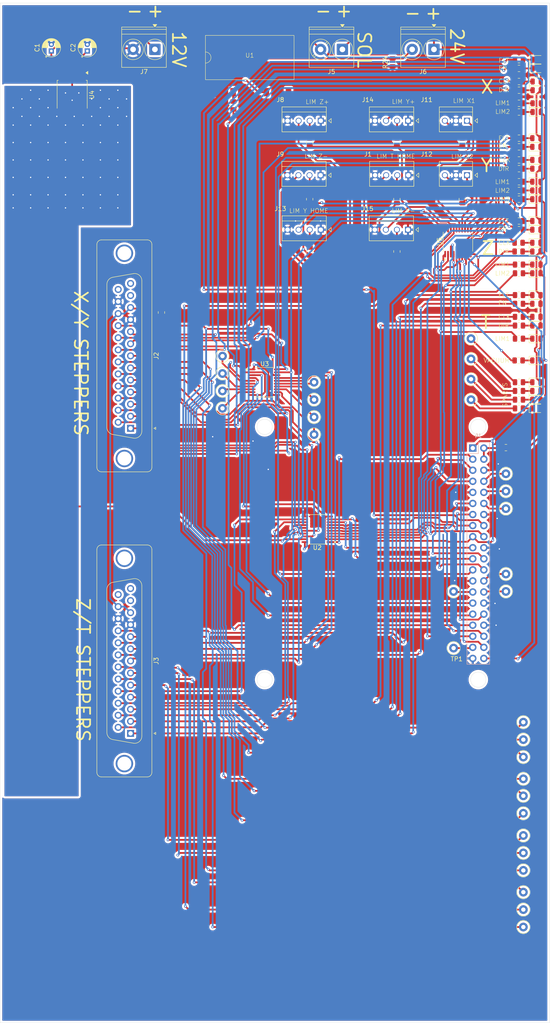
<source format=kicad_pcb>
(kicad_pcb (version 20241229) (generator "pcbnew") (generator_version "9.0")
  (layers (0 "F.Cu" signal) (2 "B.Cu" signal) (13 "F.Paste" user) (15 "B.Paste" user) (5 "F.SilkS" user "F.Silkscreen") (7 "B.SilkS" user "B.Silkscreen") (1 "F.Mask" user) (3 "B.Mask" user) (25 "Edge.Cuts" user))
  (net 0 "")
  (net 1 "/THOME")
  (net 2 "/ZDIR")
  (net 3 "/XDIR")
  (net 4 "/YCLK")
  (net 5 "/TDIR")
  (net 6 "GND")
  (net 7 "/TCLK")
  (net 8 "+5V")
  (net 9 "/XCLK")
  (net 10 "/YHOME")
  (net 11 "/ZCLK")
  (net 12 "/YDIR")
  (net 13 "+12V")
  (net 14 "Net-(D1-K)")
  (net 15 "Net-(D2-K)")
  (net 16 "Net-(D3-K)")
  (net 17 "Net-(D4-K)")
  (net 18 "Net-(D5-K)")
  (net 19 "Net-(D6-K)")
  (net 20 "Net-(D7-K)")
  (net 21 "Net-(D8-K)")
  (net 22 "Net-(D9-K)")
  (net 23 "Net-(D10-K)")
  (net 24 "Net-(D11-K)")
  (net 25 "Net-(D12-K)")
  (net 26 "+3.3V")
  (net 27 "Net-(D13-K)")
  (net 28 "Net-(D14-K)")
  (net 29 "Net-(D15-K)")
  (net 30 "Net-(D16-K)")
  (net 31 "/ZFAULT+")
  (net 32 "/TFAULT+")
  (net 33 "/XFAULT+")
  (net 34 "/YFAULT+")
  (net 35 "Net-(D21-K)")
  (net 36 "Net-(D22-K)")
  (net 37 "Net-(D23-K)")
  (net 38 "Net-(D24-K)")
  (net 39 "Net-(D25-K)")
  (net 40 "Net-(D26-K)")
  (net 41 "Net-(D27-K)")
  (net 42 "/X1_3V3")
  (net 43 "Net-(D30-K)")
  (net 44 "+24V")
  (net 45 "Net-(J1-Pin_2)")
  (net 46 "Net-(J4-Pin_10)")
  (net 47 "/XENG")
  (net 48 "/ZENG")
  (net 49 "/THOME_3V3")
  (net 50 "/ZL_DOWN_3V3")
  (net 51 "/YL_DOWN_3V3")
  (net 52 "Net-(J4-Pin_28)")
  (net 53 "Net-(J4-Pin_2)")
  (net 54 "/VACUUM")
  (net 55 "/ZL_UP_3V3")
  (net 56 "/TENG")
  (net 57 "/X2_3V3")
  (net 58 "Net-(J4-Pin_26)")
  (net 59 "Net-(J4-Pin_37)")
  (net 60 "/YENG")
  (net 61 "Net-(J4-Pin_12)")
  (net 62 "Net-(J4-Pin_27)")
  (net 63 "/YL_UP_3V3")
  (net 64 "Net-(J4-Pin_8)")
  (net 65 "/YHOME_3V3")
  (net 66 "Net-(J5-Pin_2)")
  (net 67 "Net-(J6-Pin_2)")
  (net 68 "/ZL_UP")
  (net 69 "Net-(J8-Pin_2)")
  (net 70 "/ZL_DOWN")
  (net 71 "Net-(J9-Pin_2)")
  (net 72 "Net-(J11-Pin_3)")
  (net 73 "/X1")
  (net 74 "Net-(J12-Pin_3)")
  (net 75 "/X2")
  (net 76 "Net-(J13-Pin_2)")
  (net 77 "Net-(J14-Pin_2)")
  (net 78 "/YL_UP")
  (net 79 "Net-(J15-Pin_2)")
  (net 80 "/YL_DOWN")
  (net 81 "/XCLK+")
  (net 82 "/XDIR+")
  (net 83 "/YCLK+")
  (net 84 "/YDIR+")
  (net 85 "/ZCLK+")
  (net 86 "/ZDIR+")
  (net 87 "/TCLK+")
  (net 88 "/TDIR+")
  (net 89 "/XENG+")
  (net 90 "/ZENG+")
  (net 91 "Net-(R11-Pad1)")
  (net 92 "/YENG+")
  (net 93 "/TENG+")
  (net 94 "Net-(R15-Pad1)")
  (net 95 "Net-(R16-Pad1)")
  (net 96 "/DGND")
  (net 97 "Net-(R23-Pad1)")
  (net 98 "Net-(R33-Pad1)")
  (net 99 "Net-(U3-B5)")
  (net 100 "Net-(U3-A5)")
  (net 101 "Net-(U3-B6)")
  (net 102 "Net-(U3-B7)")
  (net 103 "Net-(U3-B8)")
  (net 104 "Net-(U3-A6)")
  (net 105 "Net-(U3-A7)")
  (net 106 "Net-(U3-A8)")
  (net 107 "/ZAUX+")
  (net 108 "/XAUX-")
  (net 109 "/YAUX+")
  (net 110 "/XAUX+")
  (net 111 "/YAUX-")
  (net 112 "/TAUX+")
  (net 113 "/ZAUX-")
  (net 114 "/TAUX-")
  (net 115 "/TCLK-")
  (net 116 "/TDIR-")
  (net 117 "/ZDIR-")
  (net 118 "/XDIR-")
  (net 119 "/ZCLK-")
  (net 120 "/XCLK-")
  (net 121 "/YCLK-")
  (net 122 "/YDIR-")
  (net 123 "/XENG-")
  (net 124 "/ZENG-")
  (net 125 "/YENG-")
  (net 126 "/TENG-")
  (net 133 "Net-(D17-K)")
  (net 134 "Net-(D18-K)")
  (net 135 "Net-(D19-K)")
  (net 136 "Net-(D20-K)")
  (net 139 "Net-(D28-K)")
  (footprint "Resistor_SMD:R_0805_2012Metric" (layer "F.Cu") (at 163 -14)
    (property "Reference" "R4" (hide yes))
    (property "Value" "422")
  )
  (footprint "LED_SMD:LED_0805_2012Metric" (layer "F.Cu") (at 167 20)
    (property "Reference" "D7" (hide yes))
    (property "Value" "BLUE")
  )
  (footprint "LED_SMD:LED_0805_2012Metric" (layer "F.Cu") (at 167 39)
    (property "Reference" "D16" (hide yes))
    (property "Value" "PURPLE")
  )
  (footprint "BioMEMS:TE_3-641213-4" (layer "F.Cu") (at 112.42 -12.5)
    (property "Reference" "J9")
    (property "Value" "Conn_01x04" (hide yes))
  )
  (footprint "TestPoint:TestPoint_Loop_D2.50mm_Drill1.0mm" (layer "F.Cu") (at 164 113)
    (property "Reference" "TP28" (hide yes))
    (property "Value" "TestPoint")
  )
  (footprint "BioMEMS:TE_3-641213-3" (layer "F.Cu") (at 146 -25)
    (property "Reference" "J11")
    (property "Value" "Conn_01x03" (hide yes))
  )
  (footprint "LED_SMD:LED_0805_2012Metric" (layer "F.Cu") (at 167 37)
    (property "Reference" "D11" (hide yes))
    (property "Value" "PURPLE")
  )
  (footprint "TestPoint:TestPoint_Loop_D2.50mm_Drill1.0mm" (layer "F.Cu") (at 152 34.3)
    (property "Reference" "TP20" (hide yes))
    (property "Value" "TestPoint")
  )
  (footprint "TestPoint:TestPoint_Loop_D2.50mm_Drill1.0mm" (layer "F.Cu") (at 95 41)
    (property "Reference" "TP16" (hide yes))
    (property "Value" "TestPoint")
  )
  (footprint "Package_SO:TSSOP-20_4.4x6.5mm_P0.65mm" (layer "F.Cu") (at 149 2.75 90)
    (property "Reference" "U5")
    (property "Value" "TXS0108EPW")
  )
  (footprint "TestPoint:TestPoint_Loop_D2.50mm_Drill1.0mm" (layer "F.Cu") (at 160 56)
    (property "Reference" "TP21" (hide yes))
    (property "Value" "TestPoint")
  )
  (footprint "LED_SMD:LED_0805_2012Metric" (layer "F.Cu") (at 167.0625 -27)
    (property "Reference" "D26" (hide yes))
    (property "Value" "ORANGE")
  )
  (footprint "LED_SMD:LED_0805_2012Metric" (layer "F.Cu") (at 167 5)
    (property "Reference" "D6" (hide yes))
    (property "Value" "BLUE")
  )
  (footprint "Resistor_SMD:R_0805_2012Metric" (layer "F.Cu") (at 163 -7)
    (property "Reference" "R38" (hide yes))
    (property "Value" "422")
  )
  (footprint "TestPoint:TestPoint_Loop_D2.50mm_Drill1.0mm" (layer "F.Cu") (at 148 96)
    (property "Reference" "TP1")
    (property "Value" "TestPoint")
  )
  (footprint "LED_SMD:LED_0805_2012Metric" (layer "F.Cu") (at 167.0625 -39)
    (property "Reference" "D19" (hide yes))
    (property "Value" "RED")
  )
  (footprint "LED_SMD:LED_0805_2012Metric" (layer "F.Cu") (at 167.0625 -29)
    (property "Reference" "D28" (hide yes))
    (property "Value" "ORANGE")
  )
  (footprint "TestPoint:TestPoint_Loop_D2.50mm_Drill1.0mm" (layer "F.Cu") (at 116 43)
    (property "Reference" "TP12" (hide yes))
    (property "Value" "TestPoint")
  )
  (footprint "Resistor_SMD:R_0805_2012Metric" (layer "F.Cu") (at 163 -39)
    (property "Reference" "R21" (hide yes))
    (property "Value" "422")
  )
  (footprint "Package_SO:TSSOP-20_4.4x6.5mm_P0.65mm" (layer "F.Cu") (at 116.75 68.75 180)
    (property "Reference" "U2")
    (property "Value" "TXS0108EPW")
  )
  (footprint "Resistor_SMD:R_0805_2012Metric" (layer "F.Cu") (at 163 0)
    (property "Reference" "R10" (hide yes))
    (property "Value" "422")
  )
  (footprint "Resistor_SMD:R_0805_2012Metric" (layer "F.Cu") (at 163 17)
    (property "Reference" "R14" (hide yes))
    (property "Value" "422")
  )
  (footprint "BioMEMS:TE_3-641213-4" (layer "F.Cu") (at 132.46 0)
    (property "Reference" "J15")
    (property "Value" "Conn_01x04" (hide yes))
  )
  (footprint "Resistor_SMD:R_0805_2012Metric" (layer "F.Cu") (at 163 35)
    (property "Reference" "R15" (hide yes))
    (property "Value" "422")
  )
  (footprint "TestPoint:TestPoint_Loop_D2.50mm_Drill1.0mm" (layer "F.Cu") (at 164 133.9)
    (property "Reference" "TP5" (hide yes))
    (property "Value" "TestPoint")
  )
  (footprint "LED_SMD:LED_0805_2012Metric" (layer "F.Cu") (at 167 30)
    (property "Reference" "D30" (hide yes))
    (property "Value" "TEAL")
  )
  (footprint "Connector_Dsub:DSUB-25_Socket_Vertical_P2.77x2.84mm_MountingHoles" (layer "F.Cu") (at 73.92 45.57 -90)
    (property "Reference" "J2")
    (property "Value" "DB25_Socket")
  )
  (footprint "Capacitor_THT:CP_Radial_D4.0mm_P1.50mm" (layer "F.Cu") (at 64 -41 90)
    (property "Reference" "C2")
    (property "Value" "10u")
  )
  (footprint "TestPoint:TestPoint_Loop_D2.50mm_Drill1.0mm" (layer "F.Cu") (at 160 60)
    (property "Reference" "TP24" (hide yes))
    (property "Value" "TestPoint")
  )
  (footprint "Resistor_SMD:R_0805_2012Metric" (layer "F.Cu") (at 163 8)
    (property "Reference" "R32" (hide yes))
    (property "Value" "422")
  )
  (footprint "Resistor_SMD:R_0805_2012Metric" (layer "F.Cu") (at 163 25)
    (property "Reference" "R12" (hide yes))
    (property "Value" "422")
  )
  (footprint "Resistor_SMD:R_0805_2012Metric" (layer "F.Cu") (at 163 -21)
    (property "Reference" "R22" (hide yes))
    (property "Value" "422")
  )
  (footprint "BioMEMS:TE_3-641213-3" (layer "F.Cu") (at 146 -12.5)
    (property "Reference" "J12")
    (property "Value" "Conn_01x03" (hide yes))
  )
  (footprint "LED_SMD:LED_0805_2012Metric" (layer "F.Cu") (at 167 0)
    (property "Reference" "D10" (hide yes))
    (property "Value" "GREEN")
  )
  (footprint "Resistor_SMD:R_0805_2012Metric" (layer "F.Cu") (at 115 -7 90)
    (property "Reference" "R31" (hide yes))
    (property "Value" "270")
  )
  (footprint "LED_SMD:LED_0805_2012Metric" (layer "F.Cu") (at 167 -2)
    (property "Reference" "D17" (hide yes))
    (property "Value" "RED")
  )
  (footprint "Resistor_SMD:R_0805_2012Metric" (layer "F.Cu") (at 163 15)
    (property "Reference" "R20" (hide yes))
    (property "Value" "422")
  )
  (footprint "Resistor_SMD:R_0805_2012Metric" (layer "F.Cu") (at 163 -16)
    (property "Reference" "R3" (hide yes))
    (property "Value" "422")
  )
  (footprint "Resistor_SMD:R_0805_2012Metric" (layer "F.Cu") (at 135 5 90)
    (property "Reference" "R43" (hide yes))
    (property "Value" "270")
  )
  (footprint "TestPoint:TestPoint_Loop_D2.50mm_Drill1.0mm" (layer "F.Cu") (at 160 64)
    (property "Reference" "TP23" (hide yes))
    (property "Value" "TestPoint")
  )
  (footprint "Resistor_SMD:R_0805_2012Metric" (layer "F.Cu") (at 81 19 90)
    (property "Reference" "R17" (hide yes))
    (property "Value" "0")
  )
  (footprint "Resistor_SMD:R_0805_2012Metric" (layer "F.Cu") (at 163 39)
    (property "Reference" "R16" (hide yes))
    (property "Value" "422")
  )
  (footprint "LED_SMD:LED_0805_2012Metric" (layer "F.Cu") (at 167 -9)
    (property "Reference" "D23" (hide yes))
    (property "Value" "ORANGE")
  )
  (footprint "TestPoint:TestPoint_Loop_D2.50mm_Drill1.0mm" (layer "F.Cu") (at 164 121)
    (property "Reference" "TP4" (hide yes))
    (property "Value" "TestPoint")
  )
  (footprint "Resistor_SMD:R_0805_2012Metric" (layer "F.Cu") (at 150 -20 90)
    (property "Reference" "R35" (hide yes))
    (property "Value" "270")
  )
  (footprint "TestPoint:TestPoint_Loop_D2.50mm_Drill1.0mm" (layer "F.Cu") (at 116 47)
    (property "Reference" "TP13" (hide yes))
    (property "Value" "TestPoint")
  )
  (footprint "Resistor_SMD:R_0805_2012Metric" (layer "F.Cu") (at 163 -2)
    (property "Reference" "R19" (hide yes))
    (property "Value" "422")
  )
  (footprint "Resistor_SMD:R_0805_2012Metric" (layer "F.Cu") (at 115 5 90)
    (property "Reference" "R39" (hide yes))
    (property "Value" "270")
  )
  (footprint "Resistor_SMD:R_0805_2012Metric" (layer "F.Cu") (at 163 41)
    (property "Reference" "R33" (hide yes))
    (property "Value" "422")
  )
  (footprint "TestPoint:TestPoint_Loop_D2.50mm_Drill1.0mm" (layer "F.Cu") (at 95 33)
    (property "Reference" "TP14" (hide yes))
    (property "Value" "TestPoint")
  )
  (footprint "TestPoint:TestPoint_Loop_D2.50mm_Drill1.0mm" (layer "F.Cu") (at 164 143)
    (property "Reference" "TP31" (hide yes))
    (property "Value" "TestPoint")
  )
  (footprint "Resistor_SMD:R_0805_2012Metric" (layer "F.Cu") (at 163 -29)
    (property "Reference" "R40" (hide yes))
    (property "Value" "422")
  )
  (footprint "TerminalBlock_Phoenix:TerminalBlock_Phoenix_PT-1,5-2-5.0-H_1x02_P5.00mm_Horizontal" (layer "F.Cu") (at 143.5 -41.3675 180)
    (property "Reference" "J6")
    (property "Value" "Screw_Terminal_01x02")
  )
  (footprint "TestPoint:TestPoint_Loop_D2.50mm_Drill1.0mm" (layer "F.Cu") (at 164 147)
    (property "Reference" "TP2" (hide yes))
    (property "Value" "TestPoint")
  )
  (footprint "LED_SMD:LED_0805_2012Metric" (layer "F.Cu") (at 167 17)
    (property "Reference" "D14" (hide yes))
    (property "Value" "GREEN")
  )
  (footprint "LED_SMD:LED_0805_2012Metric" (layer "F.Cu") (at 167.0625 -32)
    (property "Reference" "D2" (hide yes))
    (property "Value" "BLUE")
  )
  (footprint "LED_SMD:LED_0805_2012Metric" (layer "F.Cu") (at 167 25)
    (property "Reference" "D12" (hide yes))
    (property "Value" "ORANGE")
  )
  (footprint "Resistor_SMD:R_0805_2012Metric" (layer "F.Cu") (at 163 -27)
    (property "Reference" "R36" (hide yes))
    (property "Value" "422")
  )
  (footprint "LED_SMD:LED_0805_2012Metric" (layer "F.Cu") (at 167 41)
    (property "Reference" "D21" (hide yes))
    (property "Value" "PURPLE")
  )
  (footprint "TestPoint:TestPoint_Loop_D2.50mm_Drill1.0mm" (layer "F.Cu") (at 164 139)
    (property "Reference" "TP25" (hide yes))
    (property "Value" "TestPoint")
  )
  (footprint "BioMEMS:TE_3-641213-4" (layer "F.Cu") (at 132.54 -12.5)
    (property "Reference" "J1")
    (property "Value" "Conn_01x04" (hide yes))
  )
  (footprint "Resistor_SMD:R_0805_2012Metric" (layer "F.Cu") (at 163 -32)
    (property "Reference" "R2" (hide yes))
    (property "Value" "422")
  )
  (footprint "LED_SMD:LED_0805_2012Metric" (layer "F.Cu") (at 167.0625 -34)
    (property "Reference" "D1" (hide yes))
    (property "Value" "BLUE")
  )
  (footprint "Resistor_SMD:R_0805_2012Metric" (layer "F.Cu") (at 135 -20 90)
    (property "Reference" "R41" (hide yes))
    (property "Value" "270")
  )
  (footprint "Resistor_SMD:R_0805_2012Metric" (layer "F.Cu") (at 163 22)
    (property "Reference" "R8" (hide yes))
    (property "Value" "422")
  )
  (footprint "LED_SMD:LED_0805_2012Metric" (layer "F.Cu") (at 167 -19)
    (property "Reference" "D13" (hide yes))
    (property "Value" "GREEN")
  )
  (footprint "TestPoint:TestPoint_Loop_D2.50mm_Drill1.0mm" (layer "F.Cu") (at 160 79)
    (property "Reference" "TP7" (hide yes))
    (property "Value" "TestPoint")
  )
  (footprint "LED_SMD:LED_0805_2012Metric" (layer "F.Cu") (at 167 22)
    (property "Reference" "D8" (hide yes))
    (property "Value" "BLUE")
  )
  (footprint "TestPoint:TestPoint_Loop_D2.50mm_Drill1.0mm" (layer "F.Cu") (at 152 29.65)
    (property "Reference" "TP19" (hide yes))
    (property "Value" "TestPoint")
  )
  (footprint "TestPoint:TestPoint_Loop_D2.50mm_Drill1.0mm" (layer "F.Cu") (at 95 37)
    (property "Reference" "TP15" (hide yes))
    (property "Value" "TestPoint")
  )
  (footprint "TestPoint:TestPoint_Loop_D2.50mm_Drill1.0mm" (layer "F.Cu") (at 116 35)
    (property "Reference" "TP8" (hide yes))
    (property "Value" "TestPoint")
  )
  (footprint "TestPoint:TestPoint_Loop_D2.50mm_Drill1.0mm" (layer "F.Cu") (at 95 29)
    (property "Reference" "TP10" (hide yes))
    (property "Value" "TestPoint")
  )
  (footprint "TestPoint:TestPoint_Loop_D2.50mm_Drill1.0mm" (layer "F.Cu") (at 148 83)
    (property "Reference" "TP6" (hide yes))
    (property "Value" "TestPoint")
  )
  (footprint "LED_SMD:LED_0805_2012Metric" (layer "F.Cu") (at 167 35)
    (property "Reference" "D15" (hide yes))
    (property "Value" "PURPLE")
  )
  (footprint "BioMEMS:TE_3-641213-4" (layer "F.Cu") (at 112.46 -25)
    (property "Reference" "J8")
    (property "Value" "Conn_01x04" (hide yes))
  )
  (footprint "BioMEMS:TE_3-641213-4" (layer "F.Cu") (at 132.5 -25)
    (property "Reference" "J14")
    (property "Value" "Conn_01x04" (hide yes))
  )
  (footprint "LED_SMD:LED_0805_2012Metric" (layer "F.Cu") (at 167 -21)
    (property "Reference" "D20" (hide yes))
    (property "Value" "RED")
  )
  (footprint "TestPoint:TestPoint_Loop_D2.50mm_Drill1.0mm" (layer "F.Cu") (at 164 152)
    (property "Reference" "TP30" (hide yes))
    (property "Value" "TestPoint")
  )
  (footprint "LED_SMD:LED_0805_2012Metric" (layer "F.Cu") (at 167 -14)
    (property "Reference" "D4" (hide yes))
    (property "Value" "BLUE")
  )
  (footprint "PNP:Power_SOIC_8" (layer "F.Cu") (at 101.25 -39.5)
    (property "Reference" "U1")
    (property "Value" "CPC1907B")
  )
  (footprint "Resistor_SMD:R_0805_2012Metric" (layer "F.Cu") (at 97.5 -28.5 -90)
    (property "Reference" "R23" (hide yes))
    (property "Value" "422")
  )
  (footprint "TestPoint:TestPoint_Loop_D2.50mm_Drill1.0mm" (layer "F.Cu") (at 164 117)
    (property "Reference" "TP26" (hide yes))
    (property "Value" "TestPoint")
  )
  (footprint "LED_SMD:LED_0805_2012Metric" (layer "F.Cu") (at 167 10)
    (property "Reference" "D22" (hide yes))
    (property "Value" "ORANGE")
  )
  (footprint "Resistor_SMD:R_0805_2012Metric" (layer "F.Cu") (at 162.9125 5)
    (property "Reference" "R6" (hide yes))
    (property "Value" "422")
  )
  (footprint "LED_SMD:LED_0805_2012Metric" (layer "F.Cu") (at 167 -7)
    (property "Reference" "D27" (hide yes))
    (property "Value" "ORANGE")
  )
  (footprint "Resistor_SMD:R_0805_2012Metric" (layer "F.Cu") (at 115 -20 90)
    (property "Reference" "R29" (hide yes))
    (property "Value" "270")
  )
  (footprint "TestPoint:TestPoint_Loop_D2.50mm_Drill1.0mm" (layer "F.Cu") (at 164 129.9)
    (property "Reference" "TP29" (hide yes))
    (property "Value" "TestPoint")
  )
  (footprint "LED_SMD:LED_0805_2012Metric" (layer "F.Cu") (at 167 3)
    (property "Reference" "D5" (hide yes))
    (property "Value" "BLUE")
  )
  (footprint "Resistor_SMD:R_0805_2012Metric" (layer "F.Cu") (at 163 10)
    (property "Reference" "R28" (hide yes))
    (property "Value" "422")
  )
  (footprint "BioMEMS:TE_3-641213-4" (layer "F.Cu") (at 112.46 0)
    (property "Reference" "J13")
    (property "Value" "Conn_01x04" (hide yes))
  )
  (footprint "Resistor_SMD:R_0805_2012Metric" (layer "F.Cu") (at 163 -19)
    (property "Reference" "R13" (hide yes))
    (property "Value" "422")
  )
  (footprint "TestPoint:TestPoint_Loop_D2.50mm_Drill1.0mm" (layer "F.Cu") (at 160 83)
    (property "Reference" "TP9" (hide yes))
    (property "Value" "TestPoint")
  )
  (footprint "TestPoint:TestPoint_Loop_D2.50mm_Drill1.0mm" (layer "F.Cu") (at 152 39)
    (property "Reference" "TP17" (hide yes))
    (property "Value" "TestPoint")
  )
  (footprint "Resistor_SMD:R_0805_2012Metric" (layer "F.Cu") (at 163 -11)
    (property "Reference" "R34" (hide yes))
    (property "Value" "422")
  )
  (footprint "Resistor_SMD:R_0805_2012Metric" (layer "F.Cu") (at 163 -34)
    (property "Reference" "R1" (hide yes))
    (property "Value" "422")
  )
  (footprint "LED_SMD:LED_0805_2012Metric" (layer "F.Cu") (at 167 -11)
    (property "Reference" "D25" (hide yes))
    (property "Value" "ORANGE")
  )
  (footprint "Resistor_SMD:R_0805_2012Metric" (layer "F.Cu") (at 163 -37)
    (property "Reference" "R9" (hide yes))
    (property "Value" "422")
  )
  (footprint "TestPoint:TestPoint_Loop_D2.50mm_Drill1.0mm" (layer "F.Cu") (at 164 156)
    (property "Reference" "TP32" (hide yes))
    (property "Value" "TestPoint")
  )
  (footprint "Resistor_SMD:R_0805_2012Metric" (layer "F.Cu") (at 162.9125 30)
    (property "Reference" "R45" (hide yes))
    (property "Value" "422")
  )
  (footprint "LED_SMD:LED_0805_2012Metric" (layer "F.Cu") (at 167.0625 -37)
    (property "Reference" "D9" (hide yes))
    (property "Value" "GREEN")
  )
  (footprint "LED_SMD:LED_0805_2012Metric" (layer "F.Cu") (at 167 15)
    (property "Reference" "D18" (hide yes))
    (property "Value" "RED")
  )
  (footprint "TestPoint:TestPoint_Loop_D2.50mm_Drill1.0mm" (layer "F.Cu") (at 164 160)
    (property "Reference" "TP3" (hide yes))
    (property "Value" "TestPoint")
  )
  (footprint "Connector_Dsub:DSUB-25_Socket_Vertical_P2.77x2.84mm_MountingHoles" (layer "F.Cu") (at 73.92 115.57 -90)
    (property "Reference" "J3")
    (property "Value" "DB25_Socket")
  )
  (footprint "Resistor_SMD:R_0805_2012Metric" (layer "F.Cu") (at 135 -7 90)
    (property "Reference" "R26" (hide yes))
    (property "Value" "270")
  )
  (footprint "LED_SMD:LED_0805_2012Metric" (layer "F.Cu") (at 167 8)
    (property "Reference" "D24" (hide yes))
    (property "Value" "ORANGE")
  )
  (footprint "Resistor_SMD:R_0805_2012Metric" (layer "F.Cu") (at 160 50 180)
    (property "Reference" "R25" (hide yes))
    (property "Value" "0")
  )
  (footprint "Resistor_SMD:R_0805_2012Metric" (layer "F.Cu") (at 134 -38.3675 90)
    (property "Reference" "R24")
    (property "Value" "0")
  )
  (footprint "Resistor_SMD:R_0805_2012Metric" (layer "F.Cu") (at 162.9125 3)
    (property "Reference" "R5" (hide yes))
    (property "Value" "422")
  )
  (footprint "Resistor_SMD:R_0805_2012Metric" (layer "F.Cu") (at 163 -9)
    (property "Reference" "R30" (hide yes))
    (property "Value" "422")
  )
  (footprint "Resistor_SMD:R_0805_2012Metric" (layer "F.Cu") (at 163 37)
    (property "Reference" "R11" (hide yes))
    (property "Value" "422")
  )
  (footprint "Package_SO:TSSOP-20_4.4x6.5mm_P0.65mm" (layer "F.Cu") (at 104.67 35)
    (property "Reference" "U3")
    (property "Value" "TXS0108EPW")
  )
  (footprint "TestPoint:TestPoint_Loop_D2.50mm_Drill1.0mm" (layer "F.Cu") (at 116 39)
    (property "Reference" "TP11" (hide yes))
    (property "Value" "TestPoint")
  )
  (footprint "Resistor_SMD:R_0805_2012Metric" (layer "F.Cu") (at 163 20)
    (property "Reference" "R7" (hide yes))
    (property "Value" "422")
  )
  (footprint "Capacitor_THT:CP_Radial_D4.0mm_P1.50mm" (layer "F.Cu") (at 55.75 -41 90)
    (property "Reference" "C1")
    (property "Value" "10u")
  )
  (footprint "TestPoint:TestPoint_Loop_D2.50mm_Drill1.0mm" (layer "F.Cu") (at 152 25)
    (property "Reference" "TP18" (hide yes))
    (property "Value" "TestPoint")
  )
  (footprint "TerminalBlock_Phoenix:TerminalBlock_Phoenix_PT-1,5-2-5.0-H_1x02_P5.00mm_Horizontal" (layer "F.Cu") (at 122.5 -41.3675 180)
    (property "Reference" "J5")
    (property "Value" "Screw_Terminal_01x02")
  )
  (footprint "TerminalBlock_Phoenix:TerminalBlock_Phoenix_PT-1,5-2-5.0-H_1x02_P5.00mm_Horizontal" (layer "F.Cu") (at 79.5 -41.3675 180)
    (property "Reference" "J7")
    (property "Value" "Screw_Terminal_01x02")
  )
  (footprint "Package_TO_SOT_SMD:TO-252-3_TabPin2" (layer "F.Cu") (at 60.525 -30.96 -90)
    (property "Reference" "U4")
    (property "Value" "LM1084-5.0")
  )
  (footprint "LED_SMD:LED_0805_2012Metric" (layer "F.Cu") (at 167 -16)
    (property "Reference" "D3" (hide yes))
    (property "Value" "BLUE")
  )
  (footprint "Resistor_SMD:R_0805_2012Metric" (layer "F.Cu") (at 150 -7 90)
    (property "Reference" "R37" (hide yes))
    (property "Value" "270")
  )
  (footprint "TestPoint:TestPoint_Loop_D2.50mm_Drill1.0mm" (layer "F.Cu") (at 164 126)
    (property "Reference" "TP27" (hide yes))
    (property "Value" "TestPoint")
  )
  (footprint "Connector_PinSocket_2.54mm:PinSocket_2x20_P2.54mm_Vertical" (layer "B.Cu") (at 152.4 50.11 180)
    (property "Reference" "J4")
    (property "Value" "Conn_02x20_Odd_Even")
  )
  (gr_circle (center 104.67 103.24) (end 106.42 103.24) (stroke (width 0.05)) (fill no) (layer "Edge.Cuts"))
  (gr_circle (center 153.67 103.24) (end 155.42 103.24) (stroke (width 0.05)) (fill no) (layer "Edge.Cuts"))
  (gr_circle (center 153.67 45.24) (end 155.42 45.24) (stroke (width 0.05)) (fill no) (layer "Edge.Cuts"))
  (gr_circle (center 104.67 45.24) (end 106.42 45.24) (stroke (width 0.05)) (fill no) (layer "Edge.Cuts"))
  (gr_rect (start 44 -52) (end 170 182) (stroke (width 0.05)) (fill no) (layer "Edge.Cuts"))
  (gr_text "DIR" (at 158.2 -13.4 0) (layer "F.SilkS") (effects (font (size 1 1) (thickness 0.1)) (justify left bottom)))
  (gr_text "EN" (at 158.2 0.35 0) (layer "F.SilkS") (effects (font (size 1 1) (thickness 0.1)) (justify left bottom)))
  (gr_text "EN" (at 158.25 -36.5 0) (layer "F.SilkS") (effects (font (size 1 1) (thickness 0.1)) (justify left bottom)))
  (gr_text "24V" (at 147 -46.5 270) (layer "F.SilkS") (effects (font (size 3 3) (thickness 0.4)) (justify left bottom)))
  (gr_text "T" (at 154 23 0) (layer "F.SilkS") (effects (font (size 3 3) (thickness 0.4)) (justify left bottom)))
  (gr_text "CLK" (at 158.25 -33.5 0) (layer "F.SilkS") (effects (font (size 1 1) (thickness 0.1)) (justify left bottom)))
  (gr_text "12V" (at 83.25 -45.75 270) (layer "F.SilkS") (effects (font (size 3 3) (thickness 0.4)) (justify left bottom)))
  (gr_text "LIM Z-" (at 113.75 -16.25 0) (layer "F.SilkS") (effects (font (size 1 1) (thickness 0.1)) (justify left bottom)))
  (gr_text "LIM T HOME" (at 130.25 -16.25 0) (layer "F.SilkS") (effects (font (size 1 1) (thickness 0.1)) (justify left bottom)))
  (gr_text "+" (at 141.25 -48 0) (layer "F.SilkS") (effects (font (size 3 3) (thickness 0.4)) (justify left bottom)))
  (gr_text "X/Y STEPPERS" (at 60.75 13.75 270) (layer "F.SilkS") (effects (font (size 3 3) (thickness 0.4)) (justify left bottom)))
  (gr_text "Z/T STEPPERS" (at 61.25 84.25 270) (layer "F.SilkS") (effects (font (size 3 3) (thickness 0.4)) (justify left bottom)))
  (gr_text "SPARES" (at 160.4 40.8 90) (layer "F.SilkS") (effects (font (size 1 1) (thickness 0.1)) (justify left bottom)))
  (gr_text "VACUUM" (at 154.8 30.6 0) (layer "F.SilkS") (effects (font (size 1 1) (thickness 0.1)) (justify left bottom)))
  (gr_text "LIM X1" (at 147.8 -29 0) (layer "F.SilkS") (effects (font (size 1 1) (thickness 0.1)) (justify left bottom)))
  (gr_text "X" (at 154 -31 0) (layer "F.SilkS") (effects (font (size 3 3) (thickness 0.4)) (justify left bottom)))
  (gr_text "+" (at 77.5 -48.5 0) (layer "F.SilkS") (effects (font (size 3 3) (thickness 0.4)) (justify left bottom)))
  (gr_text "LIM2" (at 157.45 -8.4 0) (layer "F.SilkS") (effects (font (size 1 1) (thickness 0.1)) (justify left bottom)))
  (gr_text "LIM1" (at 157.45 25.6 0) (layer "F.SilkS") (effects (font (size 1 1) (thickness 0.1)) (justify left bottom)))
  (gr_text "LIM2" (at 157.5 -26.5 0) (layer "F.SilkS") (effects (font (size 1 1) (thickness 0.1)) (justify left bottom)))
  (gr_text "-" (at 116 -48.5 0) (layer "F.SilkS") (effects (font (size 3 3) (thickness 0.4)) (justify left bottom)))
  (gr_text "LIM Z+" (at 114 -28.75 0) (layer "F.SilkS") (effects (font (size 1 1) (thickness 0.1)) (justify left bottom)))
  (gr_text "DIR" (at 158.2 5.6 0) (layer "F.SilkS") (effects (font (size 1 1) (thickness 0.1)) (justify left bottom)))
  (gr_text "Y" (at 154 -13 0) (layer "F.SilkS") (effects (font (size 3 3) (thickness 0.4)) (justify left bottom)))
  (gr_text "LIM1" (at 157.45 -10.4 0) (layer "F.SilkS") (effects (font (size 1 1) (thickness 0.1)) (justify left bottom)))
  (gr_text "-" (at 72.75 -48.5 0) (layer "F.SilkS") (effects (font (size 3 3) (thickness 0.4)) (justify left bottom)))
  (gr_text "LIM1" (at 157.45 8.6 0) (layer "F.SilkS") (effects (font (size 1 1) (thickness 0.1)) (justify left bottom)))
  (gr_text "LIM Y+" (at 133.8 -28.8 0) (layer "F.SilkS") (effects (font (size 1 1) (thickness 0.1)) (justify left bottom)))
  (gr_text "FLT" (at 158.2 -20.4 0) (layer "F.SilkS") (effects (font (size 1 1) (thickness 0.1)) (justify left bottom)))
  (gr_text "FLT" (at 158.2 -1.4 0) (layer "F.SilkS") (effects (font (size 1 1) (thickness 0.1)) (justify left bottom)))
  (gr_text "LIM X-" (at 133.75 -3.75 0) (layer "F.SilkS") (effects (font (size 1 1) (thickness 0.1)) (justify left bottom)))
  (gr_text "Z" (at 154.2 6 0) (layer "F.SilkS") (effects (font (size 3 3) (thickness 0.4)) (justify left bottom)))
  (gr_text "LIM X2" (at 147.4 -16.2 0) (layer "F.SilkS") (effects (font (size 1 1) (thickness 0.1)) (justify left bottom)))
  (gr_text "-" (at 72.75 -48.5 0) (layer "F.SilkS") (effects (font (size 3 3) (thickness 0.4)) (justify left bottom)))
  (gr_text "+" (at 120.75 -48.5 0) (layer "F.SilkS") (effects (font (size 3 3) (thickness 0.4)) (justify left bottom)))
  (gr_text "+" (at 77.5 -48.5 0) (layer "F.SilkS") (effects (font (size 3 3) (thickness 0.4)) (justify left bottom)))
  (gr_text "CLK" (at 158.2 3.6 0) (layer "F.SilkS") (effects (font (size 1 1) (thickness 0.1)) (justify left bottom)))
  (gr_text "FLT" (at 158.25 -38.25 0) (layer "F.SilkS") (effects (font (size 1 1) (thickness 0.1)) (justify left bottom)))
  (gr_text "LIM3" (at 157.45 -6.4 0) (layer "F.SilkS") (effects (font (size 1 1) (thickness 0.1)) (justify left bottom)))
  (gr_text "CLK" (at 158.2 -15.4 0) (layer "F.SilkS") (effects (font (size 1 1) (thickness 0.1)) (justify left bottom)))
  (gr_text "DIR" (at 158.2 22.6 0) (layer "F.SilkS") (effects (font (size 1 1) (thickness 0.1)) (justify left bottom)))
  (gr_text "SOL" (at 125.75 -45.75 270) (layer "F.SilkS") (effects (font (size 3 3) (thickness 0.4)) (justify left bottom)))
  (gr_text "EN" (at 158.2 17.35 0) (layer "F.SilkS") (effects (font (size 1 1) (thickness 0.1)) (justify left bottom)))
  (gr_text "-" (at 136.5 -48 0) (layer "F.SilkS") (effects (font (size 3 3) (thickness 0.4)) (justify left bottom)))
  (gr_text "CLK" (at 158.2 20.6 0) (layer "F.SilkS") (effects (font (size 1 1) (thickness 0.1)) (justify left bottom)))
  (gr_text "LIM1" (at 157.5 -28.5 0) (layer "F.SilkS") (effects (font (size 1 1) (thickness 0.1)) (justify left bottom)))
  (gr_text "FLT" (at 158.2 15.6 0) (layer "F.SilkS") (effects (font (size 1 1) (thickness 0.1)) (justify left bottom)))
  (gr_text "DIR" (at 158.25 -31.5 0) (layer "F.SilkS") (effects (font (size 1 1) (thickness 0.1)) (justify left bottom)))
  (gr_text "EN" (at 158.2 -18.65 0) (layer "F.SilkS") (effects (font (size 1 1) (thickness 0.1)) (justify left bottom)))
  (gr_text "LIM2" (at 157.45 10.6 0) (layer "F.SilkS") (effects (font (size 1 1) (thickness 0.1)) (justify left bottom)))
  (gr_text "LIM Y HOME" (at 110.25 -3.75 0) (layer "F.SilkS") (effects (font (size 1 1) (thickness 0.1)) (justify left bottom)))
  (segment (start 129 7) (end 138.9625 7) (width 0.4) (layer "F.Cu") (net 1))
  (segment (start 132.54 -12.5) (end 127.5 -7.46) (width 0.4) (layer "F.Cu") (net 1))
  (segment (start 127.5 5.5) (end 129 7) (width 0.4) (layer "F.Cu") (net 1))
  (segment (start 127.5 -7.46) (end 127.5 5.5) (width 0.4) (layer "F.Cu") (net 1))
  (segment (start 138.9625 7) (end 146.075 -0.1125) (width 0.4) (layer "F.Cu") (net 1))
  (segment (start 145.427528 67.079) (end 144.448528 66.1) (width 0.4) (layer "F.Cu") (net 2))
  (segment (start 137.751472 67.4) (end 129.501472 67.4) (width 0.4) (layer "F.Cu") (net 2))
  (segment (start 122.739339 67.775) (end 119.6125 67.775) (width 0.4) (layer "F.Cu") (net 2))
  (segment (start 149.01025 67.89) (end 148.19925 67.079) (width 0.4) (layer "F.Cu") (net 2))
  (segment (start 123.760661 67.775) (end 123.560661 67.975) (width 0.4) (layer "F.Cu") (net 2))
  (segment (start 123.560661 67.975) (end 122.939339 67.975) (width 0.4) (layer "F.Cu") (net 2))
  (segment (start 122.939339 67.975) (end 122.739339 67.775) (width 0.4) (layer "F.Cu") (net 2))
  (segment (start 129.501472 67.4) (end 129.126472 67.775) (width 0.4) (layer "F.Cu") (net 2))
  (segment (start 139.051472 66.1) (end 137.751472 67.4) (width 0.4) (layer "F.Cu") (net 2))
  (segment (start 148.19925 67.079) (end 145.427528 67.079) (width 0.4) (layer "F.Cu") (net 2))
  (segment (start 152.4 67.89) (end 149.01025 67.89) (width 0.4) (layer "F.Cu") (net 2))
  (segment (start 144.448528 66.1) (end 139.051472 66.1) (width 0.4) (layer "F.Cu") (net 2))
  (segment (start 129.126472 67.775) (end 123.760661 67.775) (width 0.4) (layer "F.Cu") (net 2))
  (segment (start 130.806245 70.8) (end 130.956245 70.65) (width 0.4) (layer "F.Cu") (net 3))
  (segment (start 128.693755 70.8) (end 130.806245 70.8) (width 0.4) (layer "F.Cu") (net 3))
  (segment (start 144.652808 52.389811) (end 144.500001 52.389811) (width 0.4) (layer "F.Cu") (net 3))
  (segment (start 128.268755 70.375) (end 128.693755 70.8) (width 0.4) (layer "F.Cu") (net 3))
  (segment (start 144.865561 52.684122) (end 144.865561 52.602564) (width 0.4) (layer "F.Cu") (net 3))
  (segment (start 144.865561 52.602564) (end 144.652808 52.389811) (width 0.4) (layer "F.Cu") (net 3))
  (segment (start 130.956245 70.65) (end 140.720688 70.65) (width 0.4) (layer "F.Cu") (net 3))
  (segment (start 152.4 55.19) (end 150.058669 52.848669) (width 0.4) (layer "F.Cu") (net 3))
  (segment (start 150.058669 52.848669) (end 145.030108 52.848669) (width 0.4) (layer "F.Cu") (net 3))
  (segment (start 140.720688 70.65) (end 142.000471 69.370217) (width 0.4) (layer "F.Cu") (net 3))
  (segment (start 145.030108 52.848669) (end 144.865561 52.684122) (width 0.4) (layer "F.Cu") (net 3))
  (segment (start 144.500001 52.389811) (end 144.400175 52.489637) (width 0.4) (layer "F.Cu") (net 3))
  (segment (start 119.6125 70.375) (end 128.268755 70.375) (width 0.4) (layer "F.Cu") (net 3))
  (via (at 142.000471 69.370217) (size 0.6) (drill 0.3) (layers "F.Cu" "B.Cu") (net 3))
  (via (at 144.400175 52.489637) (size 0.6) (drill 0.3) (layers "F.Cu" "B.Cu") (net 3))
  (segment (start 141.25 68.830876) (end 141.25 57.552944) (width 0.4) (layer "B.Cu") (net 3))
  (segment (start 141.786068 56.516876) (end 142.8 55.502944) (width 0.4) (layer "B.Cu") (net 3))
  (segment (start 141.25 57.552944) (end 141.786068 57.016876) (width 0.4) (layer "B.Cu") (net 3))
  (segment (start 142.000471 69.370217) (end 141.789341 69.370217) (width 0.4) (layer "B.Cu") (net 3))
  (segment (start 142.8 54.653054) (end 144.400175 53.052879) (width 0.4) (layer "B.Cu") (net 3))
  (segment (start 144.400175 53.052879) (end 144.400175 52.489637) (width 0.4) (layer "B.Cu") (net 3))
  (segment (start 141.786068 57.016876) (end 141.786068 56.516876) (width 0.4) (layer "B.Cu") (net 3))
  (segment (start 141.789341 69.370217) (end 141.25 68.830876) (width 0.4) (layer "B.Cu") (net 3))
  (segment (start 142.8 55.502944) (end 142.8 54.653054) (width 0.4) (layer "B.Cu") (net 3))
  (segment (start 144.571167 55.574906) (end 144.571167 55.368171) (width 0.4) (layer "F.Cu") (net 4))
  (segment (start 146.773739 57.73) (end 146.640278 57.596539) (width 0.4) (layer "F.Cu") (net 4))
  (segment (start 144.045744 54.842748) (end 144.045744 54.655561) (width 0.4) (layer "F.Cu") (net 4))
  (segment (start 124.356245 69.725) (end 128.467283 69.725) (width 0.4) (layer "F.Cu") (net 4))
  (segment (start 144.045744 54.655561) (end 143.951949 54.561766) (width 0.4) (layer "F.Cu") (net 4))
  (segment (start 119.6125 69.725) (end 122.143755 69.725) (width 0.4) (layer "F.Cu") (net 4))
  (segment (start 122.143755 69.725) (end 122.193755 69.775) (width 0.4) (layer "F.Cu") (net 4))
  (segment (start 122.193755 69.775) (end 124.306245 69.775) (width 0.4) (layer "F.Cu") (net 4))
  (segment (start 128.467283 69.725) (end 128.942283 70.2) (width 0.4) (layer "F.Cu") (net 4))
  (segment (start 130.707717 70.05) (end 140.115512 70.05) (width 0.4) (layer "F.Cu") (net 4))
  (segment (start 130.557717 70.2) (end 130.707717 70.05) (width 0.4) (layer "F.Cu") (net 4))
  (segment (start 144.571167 55.368171) (end 144.045744 54.842748) (width 0.4) (layer "F.Cu") (net 4))
  (segment (start 141.645297 68.520215) (end 142 68.520215) (width 0.4) (layer "F.Cu") (net 4))
  (segment (start 152.4 57.73) (end 146.773739 57.73) (width 0.4) (layer "F.Cu") (net 4))
  (segment (start 146.640278 57.596539) (end 146.5928 57.596539) (width 0.4) (layer "F.Cu") (net 4))
  (segment (start 146.5928 57.596539) (end 144.571167 55.574906) (width 0.4) (layer "F.Cu") (net 4))
  (segment (start 124.306245 69.775) (end 124.356245 69.725) (width 0.4) (layer "F.Cu") (net 4))
  (segment (start 140.115512 70.05) (end 141.645297 68.520215) (width 0.4) (layer "F.Cu") (net 4))
  (segment (start 128.942283 70.2) (end 130.557717 70.2) (width 0.4) (layer "F.Cu") (net 4))
  (via (at 143.951949 54.561766) (size 0.6) (drill 0.3) (layers "F.Cu" "B.Cu") (net 4))
  (via (at 142 68.520215) (size 0.6) (drill 0.3) (layers "F.Cu" "B.Cu") (net 4))
  (segment (start 142 68.520215) (end 142 57.651472) (width 0.4) (layer "B.Cu") (net 4))
  (segment (start 143.4 55.113715) (end 143.951949 54.561766) (width 0.4) (layer "B.Cu") (net 4))
  (segment (start 143.4 56.251472) (end 143.4 55.113715) (width 0.4) (layer "B.Cu") (net 4))
  (segment (start 142 57.651472) (end 143.4 56.251472) (width 0.4) (layer "B.Cu") (net 4))
  (segment (start 124.525 66.475) (end 119.6125 66.475) (width 0.4) (layer "F.Cu") (net 5))
  (segment (start 126.26 75.51) (end 125.5 74.75) (width 0.4) (layer "F.Cu") (net 5))
  (segment (start 152.4 75.51) (end 126.26 75.51) (width 0.4) (layer "F.Cu") (net 5))
  (segment (start 124.75 66.25) (end 124.525 66.475) (width 0.4) (layer "F.Cu") (net 5))
  (via (at 124.75 66.25) (size 0.6) (drill 0.3) (layers "F.Cu" "B.Cu") (net 5))
  (via (at 125.5 74.75) (size 0.6) (drill 0.3) (layers "F.Cu" "B.Cu") (net 5))
  (segment (start 125.5 67) (end 124.75 66.25) (width 0.4) (layer "B.Cu") (net 5))
  (segment (start 125.5 74.75) (end 125.5 67) (width 0.4) (layer "B.Cu") (net 5))
  (segment (start 152.4 80.59) (end 148.34 80.59) (width 0.4) (layer "F.Cu") (net 6))
  (segment (start 157.1 65.35) (end 158 66.25) (width 0.4) (layer "F.Cu") (net 6))
  (segment (start 68.43 -41.625) (end 74.2425 -41.625) (width 0.4) (layer "F.Cu") (net 6))
  (segment (start 148.52 60.27) (end 148.5 60.25) (width 0.4) (layer "F.Cu") (net 6))
  (segment (start 151.925 -0.175) (end 153 -1.25) (width 0.4) (layer "F.Cu") (net 6))
  (segment (start 106 37.25) (end 106 37) (width 0.4) (layer "F.Cu") (net 6))
  (segment (start 109.92 0) (end 109.92 -0.17) (width 0.4) (layer "F.Cu") (net 6))
  (segment (start 152.4 60.27) (end 148.52 60.27) (width 0.4) (layer "F.Cu") (net 6))
  (segment (start 74.2425 -41.625) (end 74.5 -41.3675) (width 0.4) (layer "F.Cu") (net 6))
  (segment (start 106.675 37.925) (end 106 37.25) (width 0.4) (layer "F.Cu") (net 6))
  (segment (start 113.8875 64.6375) (end 113.5 64.25) (width 0.4) (layer "F.Cu") (net 6))
  (segment (start 157.42 85.67) (end 157.5 85.75) (width 0.4) (layer "F.Cu") (net 6))
  (segment (start 148.34 80.59) (end 148.25 80.5) (width 0.4) (layer "F.Cu") (net 6))
  (segment (start 113.8875 65.825) (end 113.8875 64.6375) (width 0.4) (layer "F.Cu") (net 6))
  (segment (start 158.22 72.97) (end 158.5 73.25) (width 0.4) (layer "F.Cu") (net 6))
  (segment (start 117.54 -1.96) (end 117.5 -2) (width 0.4) (layer "F.Cu") (net 6))
  (segment (start 154.94 85.67) (end 157.42 85.67) (width 0.4) (layer "F.Cu") (net 6))
  (segment (start 154.94 72.97) (end 158.22 72.97) (width 0.4) (layer "F.Cu") (net 6))
  (segment (start 109.92 -0.17) (end 111.75 -2) (width 0.4) (layer "F.Cu") (net 6))
  (segment (start 107.5325 37.925) (end 106.675 37.925) (width 0.4) (layer "F.Cu") (net 6))
  (segment (start 154.94 90.75) (end 157.75 90.75) (width 0.4) (layer "F.Cu") (net 6))
  (segment (start 156.81 55.19) (end 158.25 53.75) (width 0.4) (layer "F.Cu") (net 6))
  (segment (start 151.925 -0.1125) (end 151.925 -0.175) (width 0.4) (layer "F.Cu") (net 6))
  (segment (start 117.54 0) (end 117.54 -1.96) (width 0.4) (layer "F.Cu") (net 6))
  (segment (start 154.94 65.35) (end 157.1 65.35) (width 0.4) (layer "F.Cu") (net 6))
  (segment (start 154.94 55.19) (end 156.81 55.19) (width 0.4) (layer "F.Cu") (net 6))
  (segment (start 62.805 -36) (end 68.43 -41.625) (width 0.4) (layer "F.Cu") (net 6))
  (via (at 92.75 47.5) (size 0.6) (drill 0.3) (layers "F.Cu" "B.Cu") (net 6))
  (via (at 106 37) (size 0.6) (drill 0.3) (layers "F.Cu" "B.Cu") (net 6))
  (via (at 158.25 53.75) (size 0.6) (drill 0.3) (layers "F.Cu" "B.Cu") (net 6))
  (via (at 113.5 64.25) (size 0.6) (drill 0.3) (layers "F.Cu" "B.Cu") (net 6))
  (via (at 102 48.5) (size 0.6) (drill 0.3) (layers "F.Cu" "B.Cu") (net 6))
  (via (at 158 66.25) (size 0.6) (drill 0.3) (layers "F.Cu" "B.Cu") (net 6))
  (via (at 117.5 -2) (size 0.6) (drill 0.3) (layers "F.Cu" "B.Cu") (net 6))
  (via (at 148.5 60.25) (size 0.6) (drill 0.3) (layers "F.Cu" "B.Cu") (net 6))
  (via (at 111.75 -2) (size 0.6) (drill 0.3) (layers "F.Cu" "B.Cu") (net 6))
  (via (at 158.5 73.25) (size 0.6) (drill 0.3) (layers "F.Cu" "B.Cu") (net 6))
  (via (at 157.75 90.75) (size 0.6) (drill 0.3) (layers "F.Cu" "B.Cu") (net 6))
  (via (at 148.25 80.5) (size 0.6) (drill 0.3) (layers "F.Cu" "B.Cu") (net 6))
  (via (at 157.5 85.75) (size 0.6) (drill 0.3) (layers "F.Cu" "B.Cu") (net 6))
  (via (at 105.5 55) (size 0.6) (drill 0.3) (layers "F.Cu" "B.Cu") (net 6))
  (via (at 153 -1.25) (size 0.6) (drill 0.3) (layers "F.Cu" "B.Cu") (net 6))
  (segment (start 123.47 72.97) (end 152.4 72.97) (width 0.4) (layer "F.Cu") (net 7))
  (segment (start 123.25 72.75) (end 123.47 72.97) (width 0.4) (layer "F.Cu") (net 7))
  (segment (start 123.15 67.125) (end 123.25 67.225) (width 0.4) (layer "F.Cu") (net 7))
  (segment (start 119.6125 67.125) (end 123.15 67.125) (width 0.4) (layer "F.Cu") (net 7))
  (via (at 123.25 67.225) (size 0.6) (drill 0.3) (layers "F.Cu" "B.Cu") (net 7))
  (via (at 123.25 72.75) (size 0.6) (drill 0.3) (layers "F.Cu" "B.Cu") (net 7))
  (segment (start 123.25 72.75) (end 123.25 67.225) (width 0.4) (layer "B.Cu") (net 7))
  (segment (start 168 -39) (end 168 -32) (width 0.4) (layer "F.Cu") (net 8))
  (segment (start 167.0135 -31.0135) (end 167.0135 -21.924) (width 0.4) (layer "F.Cu") (net 8))
  (segment (start 167.049 28.290622) (end 167.049 34.1115) (width 0.4) (layer "F.Cu") (net 8))
  (segment (start 57.75 -3.75) (end 57.75 63.5) (width 0.4) (layer "F.Cu") (net 8))
  (segment (start 115 -6.0875) (end 117.5875 -6.0875) (width 0.4) (layer "F.Cu") (net 8))
  (segment (start 167.9375 22) (end 167.9375 15) (width 0.4) (layer "F.Cu") (net 8))
  (segment (start 167 -2.9375) (end 167.9375 -2) (width 0.4) (layer "F.Cu") (net 8))
  (segment (start 113.546 -4.6335) (end 115 -6.0875) (width 0.4) (layer "F.Cu") (net 8))
  (segment (start 167.9375 41) (end 167.9375 35) (width 0.4) (layer "F.Cu") (net 8))
  (segment (start 167.9375 -14) (end 167 -13.0625) (width 0.4) (layer "F.Cu") (net 8))
  (segment (start 167.9375 -14) (end 167.9375 -21) (width 0.4) (layer "F.Cu") (net 8))
  (segment (start 60.525 -36) (end 60.525 -29.7) (width 0.4) (layer "F.Cu") (net 8))
  (segment (start 166.65 27.2703) (end 166.65 27.891622) (width 0.4) (layer "F.Cu") (net 8))
  (segment (start 167.049 34.1115) (end 167.9375 35) (width 0.4) (layer "F.Cu") (net 8))
  (segment (start 166.65 27.891622) (end 167.049 28.290622) (width 0.4) (layer "F.Cu") (net 8))
  (segment (start 167.049 22.8885) (end 167.049 26.8713) (width 0.4) (layer "F.Cu") (net 8))
  (segment (start 57.75 63.5) (end 83 63.5) (width 0.4) (layer "F.Cu") (net 8))
  (segment (start 108.5 71.25) (end 108.704595 71.454595) (width 0.4) (layer "F.Cu") (net 8))
  (segment (start 83 63.5) (end 90.75 71.25) (width 0.4) (layer "F.Cu") (net 8))
  (segment (start 140.997586 -4.3824) (end 140.997586 -4.45625) (width 0.4) (layer "F.Cu") (net 8))
  (segment (start 141.174604 -4.205382) (end 140.997586 -4.3824) (width 0.4) (layer "F.Cu") (net 8))
  (segment (start 136.75 -6) (end 135.0875 -6) (width 0.4) (layer "F.Cu") (net 8))
  (segment (start 167 -13.0625) (end 167 -5) (width 0.4) (layer "F.Cu") (net 8))
  (segment (start 136.166 -6.584) (end 136.75 -6) (width 0.4) (layer "F.Cu") (net 8))
  (segment (start 167 14.0625) (end 167.9375 15) (width 0.4) (layer "F.Cu") (net 8))
  (segment (start 113.546 4.4585) (end 113.546 -4.6335) (width 0.4) (layer "F.Cu") (net 8))
  (segment (start 60.525 -39) (end 60.525 -36) (width 0.4) (layer "F.Cu") (net 8))
  (segment (start 115 5.9125) (end 113.546 4.4585) (width 0.4) (layer "F.Cu") (net 8))
  (segment (start 167 -5) (end 163 -5) (width 0.4) (layer "F.Cu") (net 8))
  (segment (start 167.049 26.8713) (end 166.65 27.2703) (width 0.4) (layer "F.Cu") (net 8))
  (segment (start 110.725 32.725) (end 110.75 32.75) (width 0.4) (layer "F.Cu") (net 8))
  (segment (start 135 5.9125) (end 131.006 1.9185) (width 0.4) (layer "F.Cu") (net 8))
  (segment (start 146.725 -0.1125) (end 146.725 -0.911292) (width 0.4) (layer "F.Cu") (net 8))
  (segment (start 136.166 -17.9215) (end 136.166 -6.584) (width 0.4) (layer "F.Cu") (net 8))
  (segment (start 167.9375 5) (end 167 5.9375) (width 0.4) (layer "F.Cu") (net 8))
  (segment (start 135 -19.0875) (end 136.166 -17.9215) (width 0.4) (layer "F.Cu") (net 8))
  (segment (start 167.9375 22) (end 167.049 22.8885) (width 0.4) (layer "F.Cu") (net 8))
  (segment (start 160.9125 50) (end 165.25 50) (width 0.4) (layer "F.Cu") (net 8))
  (segment (start 146.725 -0.911292) (end 146.385292 -1.251) (width 0.4) (layer "F.Cu") (net 8))
  (segment (start 141.456918 -3.927354) (end 141.17889 -4.205382) (width 0.4) (layer "F.Cu") (net 8))
  (segment (start 131.006 -2.0935) (end 135 -6.0875) (width 0.4) (layer "F.Cu") (net 8))
  (segment (start 131.006 1.9185) (end 131.006 -2.0935) (width 0.4) (layer "F.Cu") (net 8))
  (segment (start 135.0875 -6) (end 135 -6.0875) (width 0.4) (layer "F.Cu") (net 8))
  (segment (start 167.9375 47.3125) (end 167.9375 41) (width 0.4) (layer "F.Cu") (net 8))
  (segment (start 113.8875 71.025) (end 109.13419 71.025) (width 0.4) (layer "F.Cu") (net 8))
  (segment (start 115 -19.0875) (end 135 -19.0875) (width 0.4) (layer "F.Cu") (net 8))
  (segment (start 167.9375 5) (end 167.9375 -2) (width 0.4) (layer "F.Cu") (net 8))
  (segment (start 150.6625 -6.75) (end 151.25 -6.75) (width 0.4) (layer "F.Cu") (net 8))
  (segment (start 90.75 71.25) (end 108.5 71.25) (width 0.4) (layer "F.Cu") (net 8))
  (segment (start 167 5.9375) (end 167 14.0625) (width 0.4) (layer "F.Cu") (net 8))
  (segment (start 144.499 -1.251) (end 141.822646 -3.927354) (width 0.4) (layer "F.Cu") (net 8))
  (segment (start 165.25 50) (end 167.9375 47.3125) (width 0.4) (layer "F.Cu") (net 8))
  (segment (start 107.5325 32.725) (end 110.725 32.725) (width 0.4) (layer "F.Cu") (net 8))
  (segment (start 146.385292 -1.251) (end 144.499 -1.251) (width 0.4) (layer "F.Cu") (net 8))
  (segment (start 167.0135 -21.924) (end 167.9375 -21) (width 0.4) (layer "F.Cu") (net 8))
  (segment (start 109.13419 71.025) (end 108.704595 71.454595) (width 0.4) (layer "F.Cu") (net 8))
  (segment (start 167 -5) (end 167 -2.9375) (width 0.4) (layer "F.Cu") (net 8))
  (segment (start 168 -32) (end 167.0135 -31.0135) (width 0.4) (layer "F.Cu") (net 8))
  (segment (start 141.822646 -3.927354) (end 141.456918 -3.927354) (width 0.4) (layer "F.Cu") (net 8))
  (segment (start 117.5875 -6.0875) (end 117.75 -6.25) (width 0.4) (layer "F.Cu") (net 8))
  (segment (start 135 -19.0875) (end 150 -19.0875) (width 0.4) (layer "F.Cu") (net 8))
  (segment (start 64 -41) (end 62 -39) (width 0.4) (layer "F.Cu") (net 8))
  (segment (start 141.17889 -4.205382) (end 141.174604 -4.205382) (width 0.4) (layer "F.Cu") (net 8))
  (segment (start 150 -6.0875) (end 150.6625 -6.75) (width 0.4) (layer "F.Cu") (net 8))
  (segment (start 59 -5) (end 57.75 -3.75) (width 0.4) (layer "F.Cu") (net 8))
  (segment (start 62 -39) (end 60.525 -39) (width 0.4) (layer "F.Cu") (net 8))
  (segment (start 163 -5) (end 162.75 -4.75) (width 0.4) (layer "F.Cu") (net 8))
  (via (at 63 -24) (size 0.6) (drill 0.3) (layers "F.Cu" "B.Cu") (net 8))
  (via (at 71 -20) (size 0.6) (drill 0.3) (layers "F.Cu" "B.Cu") (net 8))
  (via (at 69 -30) (size 0.6) (drill 0.3) (layers "F.Cu" "B.Cu") (net 8))
  (via (at 59 -24) (size 0.6) (drill 0.3) (layers "F.Cu" "B.Cu") (net 8))
  (via (at 59 -20) (size 0.6) (drill 0.3) (layers "F.Cu" "B.Cu") (net 8))
  (via (at 61 -26) (size 0.6) (drill 0.3) (layers "F.Cu" "B.Cu") (net 8))
  (via (at 63 -12) (size 0.6) (drill 0.3) (layers "F.Cu" "B.Cu") (net 8))
  (via (at 67 -20) (size 0.6) (drill 0.3) (layers "F.Cu" "B.Cu") (net 8))
  (via (at 51 -28) (size 0.6) (drill 0.3) (layers "F.Cu" "B.Cu") (net 8))
  (via (at 110.75 32.75) (size 0.6) (drill 0.3) (layers "F.Cu" "B.Cu") (net 8))
  (via (at 65 -30) (size 0.6) (drill 0.3) (layers "F.Cu" "B.Cu") (net 8))
  (via (at 67 -16) (size 0.6) (drill 0.3) (layers "F.Cu" "B.Cu") (net 8))
  (via (at 140.997586 -4.45625) (size 0.6) (drill 0.3) (layers "F.Cu" "B.Cu") (net 8))
  (via (at 51 -8) (size 0.6) (drill 0.3) (layers "F.Cu" "B.Cu") (net 8))
  (via (at 117.75 -6.25) (size 0.6) (drill 0.3) (layers "F.Cu" "B.Cu") (net 8))
  (via (at 55 -16) (size 0.6) (drill 0.3) (layers "F.Cu" "B.Cu") (net 8))
  (via (at 47 -8) (size 0.6) (drill 0.3) (layers "F.Cu" "B.Cu") (net 8))
  (via (at 71 -16) (size 0.6) (drill 0.3) (layers "F.Cu" "B.Cu") (net 8))
  (via (at 69 -26) (size 0.6) (drill 0.3) (layers "F.Cu" "B.Cu") (net 8))
  (via (at 71 -5) (size 0.6) (drill 0.3) (layers "F.Cu" "B.Cu") (net 8))
  (via (at 67 -8) (size 0.6) (drill 0.3) (layers "F.Cu" "B.Cu") (net 8))
  (via (at 113.546 4.4585) (size 0.6) (drill 0.3) (layers "F.Cu" "B.Cu") (net 8))
  (via (at 51 -5) (size 0.6) (drill 0.3) (layers "F.Cu" "B.Cu") (net 8))
  (via (at 151.25 -6.75) (size 0.6) (drill 0.3) (layers "F.Cu" "B.Cu") (net 8))
  (via (at 59 -31.375) (size 0.6) (drill 0.3) (layers "F.Cu" "B.Cu") (net 8))
  (via (at 62.05 -31.375) (size 0.6) (drill 0.3) (layers "F.Cu" "B.Cu") (net 8))
  (via (at 67 -24) (size 0.6) (drill 0.3) (layers "F.Cu" "B.Cu") (net 8))
  (via (at 47 -20) (size 0.6) (drill 0.3) (layers "F.Cu" "B.Cu") (net 8))
  (via (at 60.525 -29.7) (size 0.6) (drill 0.3) (layers "F.Cu" "B.Cu") (net 8))
  (via (at 47 -28) (size 0.6) (drill 0.3) (layers "F.Cu" "B.Cu") (net 8))
  (via (at 55 -8) (size 0.6) (drill 0.3) (layers "F.Cu" "B.Cu") (net 8))
  (via (at 59 -12) (size 0.6) (drill 0.3) (layers "F.Cu" "B.Cu") (net 8))
  (via (at 53 -26) (size 0.6) (drill 0.3) (layers "F.Cu" "B.Cu") (net 8))
  (via (at 47 -5) (size 0.6) (drill 0.3) (layers "F.Cu" "B.Cu") (net 8))
  (via (at 65 -26) (size 0.6) (drill 0.3) (layers "F.Cu" "B.Cu") (net 8))
  (via (at 51 -16) (size 0.6) (drill 0.3) (layers "F.Cu" "B.Cu") (net 8))
  (via (at 53 -30) (size 0.6) (drill 0.3) (layers "F.Cu" "B.Cu") (net 8))
  (via (at 63 -5) (size 0.6) (drill 0.3) (layers "F.Cu" "B.Cu") (net 8))
  (via (at 162.75 -4.75) (size 0.6) (drill 0.3) (layers "F.Cu" "B.Cu") (net 8))
  (via (at 47 -24) (size 0.6) (drill 0.3) (layers "F.Cu" "B.Cu") (net 8))
  (via (at 71 -28) (size 0.6) (drill 0.3) (layers "F.Cu" "B.Cu") (net 8))
  (via (at 51 -24) (size 0.6) (drill 0.3) (layers "F.Cu" "B.Cu") (net 8))
  (via (at 67 -28) (size 0.6) (drill 0.3) (layers "F.Cu" "B.Cu") (net 8))
  (via (at 59 -16) (size 0.6) (drill 0.3) (layers "F.Cu" "B.Cu") (net 8))
  (via (at 63 -16) (size 0.6) (drill 0.3) (layers "F.Cu" "B.Cu") (net 8))
  (via (at 73 -26) (size 0.6) (drill 0.3) (layers "F.Cu" "B.Cu") (net 8))
  (via (at 59 -5) (size 0.6) (drill 0.3) (layers "F.Cu" "B.Cu") (net 8))
  (via (at 55 -5) (size 0.6) (drill 0.3) (layers "F.Cu" "B.Cu") (net 8))
  (via (at 49 -26) (size 0.6) (drill 0.3) (layers "F.Cu" "B.Cu") (net 8))
  (via (at 51 -32) (size 0.6) (drill 0.3) (layers "F.Cu" "B.Cu") (net 8))
  (via (at 71 -8) (size 0.6) (drill 0.3) (layers "F.Cu" "B.Cu") (net 8))
  (via (at 67 -32) (size 0.6) (drill 0.3) (layers "F.Cu" "B.Cu") (net 8))
  (via (at 57 -26) (size 0.6) (drill 0.3) (layers "F.Cu" "B.Cu") (net 8))
  (via (at 47 -12) (size 0.6) (drill 0.3) (layers "F.Cu" "B.Cu") (net 8))
  (via (at 71 -32) (size 0.6) (drill 0.3) (layers "F.Cu" "B.Cu") (net 8))
  (via (at 55 -12) (size 0.6) (drill 0.3) (layers "F.Cu" "B.Cu") (net 8))
  (via (at 49 -30) (size 0.6) (drill 0.3) (layers "F.Cu" "B.Cu") (net 8))
  (via (at 63 -20) (size 0.6) (drill 0.3) (layers "F.Cu" "B.Cu") (net 8))
  (via (at 73 -30) (size 0.6) (drill 0.3) (layers "F.Cu" "B.Cu") (net 8))
  (via (at 51 -20) (size 0.6) (drill 0.3) (layers "F.Cu" "B.Cu") (net 8))
  (via (at 67 -12) (size 0.6) (drill 0.3) (layers "F.Cu" "B.Cu") (net 8))
  (via (at 55 -20) (size 0.6) (drill 0.3) (layers "F.Cu" "B.Cu") (net 8))
  (via (at 55 -32) (size 0.6) (drill 0.3) (layers "F.Cu" "B.Cu") (net 8))
  (via (at 71 -24) (size 0.6) (drill 0.3) (layers "F.Cu" "B.Cu") (net 8))
  (via (at 59 -8) (size 0.6) (drill 0.3) (layers "F.Cu" "B.Cu") (net 8))
  (via (at 63 -8) (size 0.6) (drill 0.3) (layers "F.Cu" "B.Cu") (net 8))
  (via (at 47 -16) (size 0.6) (drill 0.3) (layers "F.Cu" "B.Cu") (net 8))
  (via (at 51 -12) (size 0.6) (drill 0.3) (layers "F.Cu" "B.Cu") (net 8))
  (via (at 55 -24) (size 0.6) (drill 0.3) (layers "F.Cu" "B.Cu") (net 8))
  (via (at 136.75 -6) (size 0.6) (drill 0.3) (layers "F.Cu" "B.Cu") (net 8))
  (via (at 108.704595 71.454595) (size 0.6) (drill 0.3) (layers "F.Cu" "B.Cu") (net 8))
  (via (at 55 -28) (size 0.6) (drill 0.3) (layers "F.Cu" "B.Cu") (net 8))
  (via (at 71 -12) (size 0.6) (drill 0.3) (layers "F.Cu" "B.Cu") (net 8))
  (via (at 67 -5) (size 0.6) (drill 0.3) (layers "F.Cu" "B.Cu") (net 8))
  (segment (start 118 -6) (end 136.75 -6) (width 0.4) (layer "B.Cu") (net 8))
  (segment (start 136.75 -6) (end 138.4 -4.35) (width 0.4) (layer "B.Cu") (net 8))
  (segment (start 110.75 48.636395) (end 111 48.886395) (width 0.4) (layer "B.Cu") (net 8))
  (segment (start 110.75 32.75) (end 110.75 7.2545) (width 0.4) (layer "B.Cu") (net 8))
  (segment (start 117.75 -6.25) (end 118 -6) (width 0.4) (layer "B.Cu") (net 8))
  (segment (start 162.75 -4.75) (end 160.75 -6.75) (width 0.4) (layer "B.Cu") (net 8))
  (segment (start 110.75 32.75) (end 110.75 48.636395) (width 0.4) (layer "B.Cu") (net 8))
  (segment (start 150.75 -6) (end 151.25 -6.5) (width 0.4) (layer "B.Cu") (net 8))
  (segment (start 109.85 70.30919) (end 108.704595 71.454595) (width 0.4) (layer "B.Cu") (net 8))
  (segment (start 151.25 -6.5) (end 151.25 -6.75) (width 0.4) (layer "B.Cu") (net 8))
  (segment (start 136.75 -6) (end 150.75 -6) (width 0.4) (layer "B.Cu") (net 8))
  (segment (start 111 68.75) (end 109.85 69.9) (width 0.4) (layer "B.Cu") (net 8))
  (segment (start 109.85 69.9) (end 109.85 70.30919) (width 0.4) (layer "B.Cu") (net 8))
  (segment (start 138.4 -4.35) (end 140.891336 -4.35) (width 0.4) (layer "B.Cu") (net 8))
  (segment (start 111 48.886395) (end 111 68.75) (width 0.4) (layer "B.Cu") (net 8))
  (segment (start 110.75 7.2545) (end 113.546 4.4585) (width 0.4) (layer "B.Cu") (net 8))
  (segment (start 160.75 -6.75) (end 151.25 -6.75) (width 0.4) (layer "B.Cu") (net 8))
  (segment (start 140.891336 -4.35) (end 140.997586 -4.45625) (width 0.4) (layer "B.Cu") (net 8))
  (segment (start 121.675 71.675) (end 121.75 71.75) (width 0.4) (layer "F.Cu") (net 9))
  (segment (start 140.95 52.65) (end 141.960189 51.639811) (width 0.4) (layer "F.Cu") (net 9))
  (segment (start 119.6125 71.675) (end 121.675 71.675) (width 0.4) (layer "F.Cu") (net 9))
  (segment (start 141.960189 51.639811) (end 151.389811 51.639811) (width 0.4) (layer "F.Cu") (net 9))
  (segment (start 121.75 52.25) (end 122.15 52.65) (width 0.4) (layer "F.Cu") (net 9))
  (segment (start 151.389811 51.639811) (end 152.4 52.65) (width 0.4) (layer "F.Cu") (net 9))
  (segment (start 122.15 52.65) (end 140.95 52.65) (width 0.4) (layer "F.Cu") (net 9))
  (via (at 121.75 71.75) (size 0.6) (drill 0.3) (layers "F.Cu" "B.Cu") (net 9))
  (via (at 121.75 52.25) (size 0.6) (drill 0.3) (layers "F.Cu" "B.Cu") (net 9))
  (segment (start 121.75 71.75) (end 121.75 52.25) (width 0.4) (layer "B.Cu") (net 9))
  (segment (start 150.625 -1.875) (end 152.5 -3.75) (width 0.4) (layer "F.Cu") (net 10))
  (segment (start 150.625 -0.1125) (end 150.625 -1.875) (width 0.4) (layer "F.Cu") (net 10))
  (via (at 152.5 -3.75) (size 0.6) (drill 0.3) (layers "F.Cu" "B.Cu") (net 10))
  (segment (start 152.5 -3.75) (end 116.21 -3.75) (width 0.4) (layer "B.Cu") (net 10))
  (segment (start 116.21 -3.75) (end 112.46 0) (width 0.4) (layer "B.Cu") (net 10))
  (segment (start 128.864339 68.425) (end 129.439339 69) (width 0.4) (layer "F.Cu") (net 11))
  (segment (start 130.210661 68.85) (end 139.618456 68.85) (width 0.4) (layer "F.Cu") (net 11))
  (segment (start 130.060661 69) (end 130.210661 68.85) (width 0.4) (layer "F.Cu") (net 11))
  (segment (start 143.678505 67.679) (end 147.738589 67.679) (width 0.4) (layer "F.Cu") (net 11))
  (segment (start 143.205061 67.205556) (end 143.678505 67.679) (width 0.4) (layer "F.Cu") (net 11))
  (segment (start 129.439339 69) (end 130.060661 69) (width 0.4) (layer "F.Cu") (net 11))
  (segment (start 147.738589 67.679) (end 148.488589 68.429) (width 0.4) (layer "F.Cu") (net 11))
  (segment (start 123.959189 68.425) (end 128.864339 68.425) (width 0.4) (layer "F.Cu") (net 11))
  (segment (start 122.690811 68.575) (end 123.809189 68.575) (width 0.4) (layer "F.Cu") (net 11))
  (segment (start 149.160662 65.35) (end 148.904809 65.094147) (width 0.4) (layer "F.Cu") (net 11))
  (segment (start 141.2629 67.205556) (end 143.205061 67.205556) (width 0.4) (layer "F.Cu") (net 11))
  (segment (start 119.6125 68.425) (end 122.540811 68.425) (width 0.4) (layer "F.Cu") (net 11))
  (segment (start 122.540811 68.425) (end 122.690811 68.575) (width 0.4) (layer "F.Cu") (net 11))
  (segment (start 123.809189 68.575) (end 123.959189 68.425) (width 0.4) (layer "F.Cu") (net 11))
  (segment (start 152.4 65.35) (end 149.160662 65.35) (width 0.4) (layer "F.Cu") (net 11))
  (segment (start 139.618456 68.85) (end 141.2629 67.205556) (width 0.4) (layer "F.Cu") (net 11))
  (via (at 148.488589 68.429) (size 0.6) (drill 0.3) (layers "F.Cu" "B.Cu") (net 11))
  (via (at 148.904809 65.094147) (size 0.6) (drill 0.3) (layers "F.Cu" "B.Cu") (net 11))
  (segment (start 148.488589 68.656916) (end 148.488589 68.429) (width 0.4) (layer "B.Cu") (net 11))
  (segment (start 148.904809 65.094147) (end 148.904809 65.188473) (width 0.4) (layer "B.Cu") (net 11))
  (segment (start 148.791651 68.847553) (end 148.679226 68.847553) (width 0.4) (layer "B.Cu") (net 11))
  (segment (start 148.8 65.293282) (end 148.8 68.839204) (width 0.4) (layer "B.Cu") (net 11))
  (segment (start 148.904809 65.188473) (end 148.8 65.293282) (width 0.4) (layer "B.Cu") (net 11))
  (segment (start 148.8 68.839204) (end 148.791651 68.847553) (width 0.4) (layer "B.Cu") (net 11))
  (segment (start 148.679226 68.847553) (end 148.488589 68.656916) (width 0.4) (layer "B.Cu") (net 11))
  (segment (start 139.866984 69.45) (end 141.511428 67.805556) (width 0.4) (layer "F.Cu") (net 12))
  (segment (start 128.665811 69.075) (end 129.190811 69.6) (width 0.4) (layer "F.Cu") (net 12))
  (segment (start 141.511428 67.805556) (end 142.956533 67.805556) (width 0.4) (layer "F.Cu") (net 12))
  (segment (start 142.956533 67.805556) (end 143.579977 68.429) (width 0.4) (layer "F.Cu") (net 12))
  (segment (start 124.057717 69.175) (end 124.157717 69.075) (width 0.4) (layer "F.Cu") (net 12))
  (segment (start 143.579977 68.429) (end 146.677337 68.429) (width 0.4) (layer "F.Cu") (net 12))
  (segment (start 119.6125 69.075) (end 122.342283 69.075) (width 0.4) (layer "F.Cu") (net 12))
  (segment (start 122.342283 69.075) (end 122.442283 69.175) (width 0.4) (layer "F.Cu") (net 12))
  (segment (start 129.190811 69.6) (end 130.309189 69.6) (width 0.4) (layer "F.Cu") (net 12))
  (segment (start 122.442283 69.175) (end 124.057717 69.175) (width 0.4) (layer "F.Cu") (net 12))
  (segment (start 130.459189 69.45) (end 139.866984 69.45) (width 0.4) (layer "F.Cu") (net 12))
  (segment (start 148.66896 62.81) (end 148.65 62.82896) (width 0.4) (layer "F.Cu") (net 12))
  (segment (start 124.157717 69.075) (end 128.665811 69.075) (width 0.4) (layer "F.Cu") (net 12))
  (segment (start 130.309189 69.6) (end 130.459189 69.45) (width 0.4) (layer "F.Cu") (net 12))
  (segment (start 152.4 62.81) (end 148.66896 62.81) (width 0.4) (layer "F.Cu") (net 12))
  (via (at 148.65 62.82896) (size 0.6) (drill 0.3) (layers "F.Cu" "B.Cu") (net 12))
  (via (at 146.677337 68.429) (size 0.6) (drill 0.3) (layers "F.Cu" "B.Cu") (net 12))
  (segment (start 147.010339 68.429) (end 146.677337 68.429) (width 0.4) (layer "B.Cu") (net 12))
  (segment (start 147.95 67.489339) (end 147.010339 68.429) (width 0.4) (layer "B.Cu") (net 12))
  (segment (start 148.65 62.82896) (end 148.8 62.97896) (width 0.4) (layer "B.Cu") (net 12))
  (segment (start 148.8 63.798528) (end 147.95 64.648528) (width 0.4) (layer "B.Cu") (net 12))
  (segment (start 147.95 64.648528) (end 147.95 67.489339) (width 0.4) (layer "B.Cu") (net 12))
  (segment (start 148.8 62.97896) (end 148.8 63.798528) (width 0.4) (layer "B.Cu") (net 12))
  (segment (start 74.8675 -46) (end 60.75 -46) (width 0.4) (layer "F.Cu") (net 13))
  (segment (start 55.75 -39.9) (end 55.75 -41) (width 0.4) (layer "F.Cu") (net 13))
  (segment (start 79.5 -41.3675) (end 74.8675 -46) (width 0.4) (layer "F.Cu") (net 13))
  (segment (start 58.245 -36) (end 58.245 -37.405) (width 0.4) (layer "F.Cu") (net 13))
  (segment (start 58.245 -37.405) (end 55.75 -39.9) (width 0.4) (layer "F.Cu") (net 13))
  (segment (start 60.75 -46) (end 55.75 -41) (width 0.4) (layer "F.Cu") (net 13))
  (segment (start 166.125 -34) (end 163.9125 -34) (width 0.4) (layer "F.Cu") (net 14))
  (segment (start 166.125 -32) (end 163.9125 -32) (width 0.4) (layer "F.Cu") (net 15))
  (segment (start 166.0625 -16) (end 163.9125 -16) (width 0.4) (layer "F.Cu") (net 16))
  (segment (start 166.0625 -14) (end 163.9125 -14) (width 0.4) (layer "F.Cu") (net 17))
  (segment (start 166.0625 3) (end 163.825 3) (width 0.4) (layer "F.Cu") (net 18))
  (segment (start 163.825 5) (end 166.0625 5) (width 0.4) (layer "F.Cu") (net 19))
  (segment (start 166.0625 20) (end 163.9125 20) (width 0.4) (layer "F.Cu") (net 20))
  (segment (start 163.9125 22) (end 166.0625 22) (width 0.4) (layer "F.Cu") (net 21))
  (segment (start 166.125 -37) (end 163.9125 -37) (width 0.4) (layer "F.Cu") (net 22))
  (segment (start 166.0625 0) (end 163.9125 0) (width 0.4) (layer "F.Cu") (net 23))
  (segment (start 163.9125 37) (end 166.0625 37) (width 0.4) (layer "F.Cu") (net 24))
  (segment (start 166.0625 25) (end 163.9125 25) (width 0.4) (layer "F.Cu") (net 25))
  (segment (start 168.826 -6.1115) (end 168.826 5.924) (width 0.4) (layer "F.Cu") (net 26))
  (segment (start 104.75 33.25) (end 104.225 32.725) (width 0.4) (layer "F.Cu") (net 26))
  (segment (start 154.01 48.5) (end 152.4 50.11) (width 0.4) (layer "F.Cu") (net 26))
  (segment (start 104.075 37.925) (end 104.75 37.25) (width 0.4) (layer "F.Cu") (net 26))
  (segment (start 156.569 71.681) (end 157 71.25) (width 0.4) (layer "F.Cu") (net 26))
  (segment (start 167.9375 -7) (end 167.9375 -11) (width 0.4) (layer "F.Cu") (net 26))
  (segment (start 104.225 32.725) (end 101.8075 32.725) (width 0.4) (layer "F.Cu") (net 26))
  (segment (start 104.75 37.25) (end 104.75 33.25) (width 0.4) (layer "F.Cu") (net 26))
  (segment (start 153.655331 6.405331) (end 153.655331 9.344669) (width 0.4) (layer "F.Cu") (net 26))
  (segment (start 118.813708 65.825) (end 118.474 66.164708) (width 0.4) (layer "F.Cu") (net 26))
  (segment (start 128.445227 71.4) (end 146.551472 71.4) (width 0.4) (layer "F.Cu") (net 26))
  (segment (start 156.75 48.5) (end 154.01 48.5) (width 0.4) (layer "F.Cu") (net 26))
  (segment (start 167.9375 10) (end 168.826 10.8885) (width 0.4) (layer "F.Cu") (net 26))
  (segment (start 101.8075 32.725) (end 100.225 32.725) (width 0.4) (layer "F.Cu") (net 26))
  (segment (start 100.133423 63.5) (end 100.065462 63.432039) (width 0.4) (layer "F.Cu") (net 26))
  (segment (start 97.5 -27.5875) (end 97.5 -25.5) (width 0.4) (layer "F.Cu") (net 26))
  (segment (start 167.9375 27.043461) (end 167.4 27.580961) (width 0.4) (layer "F.Cu") (net 26))
  (segment (start 168.826 -11.8885) (end 167.9375 -11) (width 0.4) (layer "F.Cu") (net 26))
  (segment (start 153.655331 9.344669) (end 152.5 10.5) (width 0.4) (layer "F.Cu") (net 26))
  (segment (start 167.9375 6.8125) (end 168 6.75) (width 0.4) (layer "F.Cu") (net 26))
  (segment (start 143.5 10) (end 143.5 9) (width 0.4) (layer "F.Cu") (net 26))
  (segment (start 103 37.925) (end 104.075 37.925) (width 0.4) (layer "F.Cu") (net 26))
  (segment (start 168 -29) (end 168 -27) (width 0.4) (layer "F.Cu") (net 26))
  (segment (start 152.4 70.43) (end 153.651 71.681) (width 0.4) (layer "F.Cu") (net 26))
  (segment (start 103.5 63) (end 103 63.5) (width 0.4) (layer "F.Cu") (net 26))
  (segment (start 144 10.5) (end 143.5 10) (width 0.4) (layer "F.Cu") (net 26))
  (segment (start 152.5 10.5) (end 144 10.5) (width 0.4) (layer "F.Cu") (net 26))
  (segment (start 143.5 9) (end 144 8.5) (width 0.4) (layer "F.Cu") (net 26))
  (segment (start 168.826 -26.174) (end 168.826 -11.8885) (width 0.4) (layer "F.Cu") (net 26))
  (segment (start 118.575 65.825) (end 115.75 63) (width 0.4) (layer "F.Cu") (net 26))
  (segment (start 153.651 71.681) (end 156.569 71.681) (width 0.4) (layer "F.Cu") (net 26))
  (segment (start 168.826 24.1115) (end 167.9375 25) (width 0.4) (layer "F.Cu") (net 26))
  (segment (start 118.474 66.164708) (end 118.474 70.685292) (width 0.4) (layer "F.Cu") (net 26))
  (segment (start 146.751472 71.6) (end 151.23 71.6) (width 0.4) (layer "F.Cu") (net 26))
  (segment (start 168.826 10.8885) (end 168.826 24.1115) (width 0.4) (layer "F.Cu") (net 26))
  (segment (start 167.9375 8) (end 167.9375 10) (width 0.4) (layer "F.Cu") (net 26))
  (segment (start 100.065462 63.432039) (end 99.75 63.432039) (width 0.4) (layer "F.Cu") (net 26))
  (segment (start 118.474 70.685292) (end 118.813708 71.025) (width 0.4) (layer "F.Cu") (net 26))
  (segment (start 118.813708 71.025) (end 119.6125 71.025) (width 0.4) (layer "F.Cu") (net 26))
  (segment (start 98.75 31.25) (end 97.5 31.25) (width 0.4) (layer "F.Cu") (net 26))
  (segment (start 167.9375 8) (end 167.9375 6.8125) (width 0.4) (layer "F.Cu") (net 26))
  (segment (start 118.813708 65.825) (end 118.575 65.825) (width 0.4) (layer "F.Cu") (net 26))
  (segment (start 146.551472 71.4) (end 146.751472 71.6) (width 0.4) (layer "F.Cu") (net 26))
  (segment (start 101.8075 37.925) (end 103 37.925) (width 0.4) (layer "F.Cu") (net 26))
  (segment (start 168.826 5.924) (end 168 6.75) (width 0.4) (layer "F.Cu") (net 26))
  (segment (start 103 63.5) (end 100.133423 63.5) (width 0.4) (layer "F.Cu") (net 26))
  (segment (start 97.5 -25.5) (end 96.25 -24.25) (width 0.4) (layer "F.Cu") (net 26))
  (segment (start 168 -27) (end 168.826 -26.174) (width 0.4) (layer "F.Cu") (net 26))
  (segment (start 145.388726 8.5) (end 146.725 7.163726) (width 0.4) (layer "F.Cu") (net 26))
  (segment (start 144 8.5) (end 145.388726 8.5) (width 0.4) (layer "F.Cu") (net 26))
  (segment (start 167.9375 25) (end 167.9375 27.043461) (width 0.4) (layer "F.Cu") (net 26))
  (segment (start 119.6125 71.025) (end 128.070227 71.025) (width 0.4) (layer "F.Cu") (net 26))
  (segment (start 151.23 71.6) (end 152.4 70.43) (width 0.4) (layer "F.Cu") (net 26))
  (segment (start 115.75 63) (end 103.5 63) (width 0.4) (layer "F.Cu") (net 26))
  (segment (start 100.225 32.725) (end 98.75 31.25) (width 0.4) (layer "F.Cu") (net 26))
  (segment (start 146.725 5.6125) (end 146.725 7.163726) (width 0.4) (layer "F.Cu") (net 26))
  (segment (start 128.070227 71.025) (end 128.445227 71.4) (width 0.4) (layer "F.Cu") (net 26))
  (segment (start 151.925 5.6125) (end 152.8625 5.6125) (width 0.4) (layer "F.Cu") (net 26))
  (segment (start 119.6125 65.825) (end 118.813708 65.825) (width 0.4) (layer "F.Cu") (net 26))
  (segment (start 167.9375 -7) (end 168.826 -6.1115) (width 0.4) (layer "F.Cu") (net 26))
  (segment (start 152.8625 5.6125) (end 153.655331 6.405331) (width 0.4) (layer "F.Cu") (net 26))
  (via (at 153.655331 6.405331) (size 0.6) (drill 0.3) (layers "F.Cu" "B.Cu") (net 26))
  (via (at 168 6.75) (size 0.6) (drill 0.3) (layers "F.Cu" "B.Cu") (net 26))
  (via (at 99.75 63.432039) (size 0.6) (drill 0.3) (layers "F.Cu" "B.Cu") (net 26))
  (via (at 157 71.25) (size 0.6) (drill 0.3) (layers "F.Cu" "B.Cu") (net 26))
  (via (at 97.5 31.25) (size 0.6) (drill 0.3) (layers "F.Cu" "B.Cu") (net 26))
  (via (at 103 37.925) (size 0.6) (drill 0.3) (layers "F.Cu" "B.Cu") (net 26))
  (via (at 96.25 -24.25) (size 0.6) (drill 0.3) (layers "F.Cu" "B.Cu") (net 26))
  (via (at 156.75 48.5) (size 0.6) (drill 0.3) (layers "F.Cu" "B.Cu") (net 26))
  (via (at 167.4 27.580961) (size 0.6) (drill 0.3) (layers "F.Cu" "B.Cu") (net 26))
  (segment (start 168 6.75) (end 167.25 6) (width 0.4) (layer "B.Cu") (net 26))
  (segment (start 167.55 30.047056) (end 167.55 27.730961) (width 0.4) (layer "B.Cu") (net 26))
  (segment (start 157 48.75) (end 156.75 48.5) (width 0.4) (layer "B.Cu") (net 26))
  (segment (start 154.060662 6) (end 153.655331 6.405331) (width 0.4) (layer "B.Cu") (net 26))
  (segment (start 167.75 30.247056) (end 167.55 30.047056) (width 0.4) (layer "B.Cu") (net 26))
  (segment (start 103 39.151472) (end 99.9 42.251472) (width 0.4) (layer "B.Cu") (net 26))
  (segment (start 99.9 63.282039) (end 99.75 63.432039) (width 0.4) (layer "B.Cu") (net 26))
  (segment (start 99.9 42.251472) (end 99.9 63.282039) (width 0.4) (layer "B.Cu") (net 26))
  (segment (start 157 71.25) (end 157 48.75) (width 0.4) (layer "B.Cu") (net 26))
  (segment (start 156.75 48.5) (end 167.75 37.5) (width 0.4) (layer "B.Cu") (net 26))
  (segment (start 167.55 27.730961) (end 167.4 27.580961) (width 0.4) (layer "B.Cu") (net 26))
  (segment (start 96.25 -24.25) (end 96.25 27.5) (width 0.4) (layer "B.Cu") (net 26))
  (segment (start 167.75 37.5) (end 167.75 30.247056) (width 0.4) (layer "B.Cu") (net 26))
  (segment (start 97.65 28.9) (end 97.65 31.1) (width 0.4) (layer "B.Cu") (net 26))
  (segment (start 167.25 6) (end 154.060662 6) (width 0.4) (layer "B.Cu") (net 26))
  (segment (start 97.65 31.1) (end 97.5 31.25) (width 0.4) (layer "B.Cu") (net 26))
  (segment (start 103 37.925) (end 103 39.151472) (width 0.4) (layer "B.Cu") (net 26))
  (segment (start 96.25 27.5) (end 97.65 28.9) (width 0.4) (layer "B.Cu") (net 26))
  (segment (start 166.0625 -19) (end 163.9125 -19) (width 0.4) (layer "F.Cu") (net 27))
  (segment (start 163.9125 17) (end 166.0625 17) (width 0.4) (layer "F.Cu") (net 28))
  (segment (start 166.0625 35) (end 163.9125 35) (width 0.4) (layer "F.Cu") (net 29))
  (segment (start 166.0625 39) (end 163.9125 39) (width 0.4) (layer "F.Cu") (net 30))
  (segment (start 91.75 146.75) (end 92 147) (width 0.4) (layer "F.Cu") (net 31))
  (segment (start 130 17.5) (end 137.5 10) (width 0.4) (layer "F.Cu") (net 31))
  (segment (start 92 147) (end 164 147) (width 0.4) (layer "F.Cu") (net 31))
  (segment (start 142.401472 10) (end 143.501472 11.1) (width 0.4) (layer "F.Cu") (net 31))
  (segment (start 137.5 10) (end 142.401472 10) (width 0.4) (layer "F.Cu") (net 31))
  (segment (start 143.501472 11.1) (end 152.748528 11.1) (width 0.4) (layer "F.Cu") (net 31))
  (segment (start 157.75 0.75) (end 160.5 -2) (width 0.4) (layer "F.Cu") (net 31))
  (segment (start 157.75 6.098528) (end 157.75 0.75) (width 0.4) (layer "F.Cu") (net 31))
  (segment (start 86.25 17.5) (end 130 17.5) (width 0.4) (layer "F.Cu") (net 31))
  (segment (start 160.5 -2) (end 162.0875 -2) (width 0.4) (layer "F.Cu") (net 31))
  (segment (start 90.96 93.41) (end 91.3 93.75) (width 0.4) (layer "F.Cu") (net 31))
  (segment (start 73.92 93.41) (end 90.96 93.41) (width 0.4) (layer "F.Cu") (net 31))
  (segment (start 152.748528 11.1) (end 157.75 6.098528) (width 0.4) (layer "F.Cu") (net 31))
  (via (at 91.75 146.75) (size 0.6) (drill 0.3) (layers "F.Cu" "B.Cu") (net 31))
  (via (at 91.3 93.75) (size 0.6) (drill 0.3) (layers "F.Cu" "B.Cu") (net 31))
  (via (at 86.25 17.5) (size 0.6) (drill 0.3) (layers "F.Cu" "B.Cu") (net 31))
  (segment (start 91.25 146.25) (end 91.25 112.74264) (width 0.4) (layer "B.Cu") (net 31))
  (segment (start 90.5 101.50736) (end 91.25 100.75736) (width 0.4) (layer "B.Cu") (net 31))
  (segment (start 91.25 94) (end 91.3 93.95) (width 0.4) (layer "B.Cu") (net 31))
  (segment (start 91.3 93.95) (end 91.3 93.75) (width 0.4) (layer "B.Cu") (net 31))
  (segment (start 91.3 93.75) (end 91.3 74.29264) (width 0.4) (layer "B.Cu") (net 31))
  (segment (start 86 68.99264) (end 86 40.00736) (width 0.4) (layer "B.Cu") (net 31))
  (segment (start 91.3 74.29264) (end 86 68.99264) (width 0.4) (layer "B.Cu") (net 31))
  (segment (start 91.25 112.74264) (end 90.5 111.99264) (width 0.4) (layer "B.Cu") (net 31))
  (segment (start 91.25 100.75736) (end 91.25 94) (width 0.4) (layer "B.Cu") (net 31))
  (segment (start 86 40.00736) (end 86.25 39.75736) (width 0.4) (layer "B.Cu") (net 31))
  (segment (start 91.75 146.75) (end 91.25 146.25) (width 0.4) (layer "B.Cu") (net 31))
  (segment (start 86.25 39.75736) (end 86.25 17.5) (width 0.4) (layer "B.Cu") (net 31))
  (segment (start 90.5 111.99264) (end 90.5 101.50736) (width 0.4) (layer "B.Cu") (net 31))
  (segment (start 71.08 92.025) (end 91.61041 92.025) (width 0.4) (layer "F.Cu") (net 32))
  (segment (start 92.08541 92.5) (end 92.05 92.46459) (width 0.4) (layer "F.Cu") (net 32))
  (segment (start 136.5 94.664589) (end 136.164589 94.664589) (width 0.4) (layer "F.Cu") (net 32))
  (segment (start 164 160) (end 92.75 160) (width 0.4) (layer "F.Cu") (net 32))
  (segment (start 134 92.5) (end 92.08541 92.5) (width 0.4) (layer "F.Cu") (net 32))
  (segment (start 138.5 15) (end 137 16.5) (width 0.4) (layer "F.Cu") (net 32))
  (segment (start 136.164589 94.664589) (end 134 92.5) (width 0.4) (layer "F.Cu") (net 32))
  (segment (start 162.0875 15) (end 138.5 15) (width 0.4) (layer "F.Cu") (net 32))
  (segment (start 91.61041 92.025) (end 92.05 92.46459) (width 0.4) (layer "F.Cu") (net 32))
  (via (at 92.75 160) (size 0.6) (drill 0.3) (layers "F.Cu" "B.Cu") (net 32))
  (via (at 136.5 94.664589) (size 0.6) (drill 0.3) (layers "F.Cu" "B.Cu") (net 32))
  (via (at 92.05 92.46459) (size 0.6) (drill 0.3) (layers "F.Cu" "B.Cu") (net 32))
  (via (at 137 16.5) (size 0.6) (drill 0.3) (layers "F.Cu" "B.Cu") (net 32))
  (segment (start 91.970821 92.543769) (end 92.05 92.46459) (width 0.4) (layer "B.Cu") (net 32))
  (segment (start 92.05 92.65) (end 91.970821 92.570821) (width 0.4) (layer "B.Cu") (net 32))
  (segment (start 92.75 160) (end 92.75 113.394112) (width 0.4) (layer "B.Cu") (net 32))
  (segment (start 137 94.08541) (end 136.5 94.58541) (width 0.4) (layer "B.Cu") (net 32))
  (segment (start 136.5 94.58541) (end 136.5 94.664589) (width 0.4) (layer "B.Cu") (net 32))
  (segment (start 92.75 99.355888) (end 92.75 96.091168) (width 0.4) (layer "B.Cu") (net 32))
  (segment (start 91.970821 92.570821) (end 91.970821 92.543769) (width 0.4) (layer "B.Cu") (net 32))
  (segment (start 92.75 96.091168) (end 92.05 95.391168) (width 0.4) (layer "B.Cu") (net 32))
  (segment (start 92.1 112.744112) (end 92.1 100.005888) (width 0.4) (layer "B.Cu") (net 32))
  (segment (start 92.05 95.391168) (end 92.05 92.65) (width 0.4) (layer "B.Cu") (net 32))
  (segment (start 137 16.5) (end 137 94.08541) (width 0.4) (layer "B.Cu") (net 32))
  (segment (start 92.75 113.394112) (end 92.1 112.744112) (width 0.4) (layer "B.Cu") (net 32))
  (segment (start 92.1 100.005888) (end 92.75 99.355888) (width 0.4) (layer "B.Cu") (net 32))
  (segment (start 164 121) (end 163 120) (width 0.4) (layer "F.Cu") (net 33))
  (segment (start 162.0875 -39) (end 160.25 -39) (width 0.4) (layer "F.Cu") (net 33))
  (segment (start 73.92 23.41) (end 74.555 24.045) (width 0.4) (layer "F.Cu") (net 33))
  (segment (start 163 120) (end 101 120) (width 0.4) (layer "F.Cu") (net 33))
  (segment (start 160.25 -39) (end 159.75 -38.5) (width 0.4) (layer "F.Cu") (net 33))
  (segment (start 74.555 24.045) (end 93.406053 24.045) (width 0.4) (layer "F.Cu") (net 33))
  (via (at 93.406053 24.045) (size 0.6) (drill 0.3) (layers "F.Cu" "B.Cu") (net 33))
  (via (at 159.75 -38.5) (size 0.6) (drill 0.3) (layers "F.Cu" "B.Cu") (net 33))
  (via (at 101 120) (size 0.6) (drill 0.3) (layers "F.Cu" "B.Cu") (net 33))
  (segment (start 93.406053 24.198077) (end 93.085726 24.518404) (width 0.4) (layer "B.Cu") (net 33))
  (segment (start 91.9 34.789339) (end 93.599 33.090339) (width 0.4) (layer "B.Cu") (net 33))
  (segment (start 94.45 74.048528) (end 88.4 67.998528) (width 0.4) (layer "B.Cu") (net 33))
  (segment (start 93.406053 24.198077) (end 93.406053 24.045) (width 0.4) (layer "B.Cu") (net 33))
  (segment (start 92.829065 24.518404) (end 93.085726 24.518404) (width 0.4) (layer "B.Cu") (net 33))
  (segment (start 94.45 91.258345) (end 94.45 74.048528) (width 0.4) (layer "B.Cu") (net 33))
  (segment (start 101 120) (end 101 118.25) (width 0.4) (layer "B.Cu") (net 33))
  (segment (start 93.406053 24.198077) (end 93.085726 24.518404) (width 0.4) (layer "B.Cu") (net 33))
  (segment (start 94.6 91.408345) (end 94.45 91.258345) (width 0.4) (layer "B.Cu") (net 33))
  (segment (start 92.75 -25.25) (end 92.75 24.439339) (width 0.4) (layer "B.Cu") (net 33))
  (segment (start 94.6 94.547056) (end 94.6 91.408345) (width 0.4) (layer "B.Cu") (net 33))
  (segment (start 93.406053 24.198077) (end 93.406053 24.045) (width 0.4) (layer "B.Cu") (net 33))
  (segment (start 97.75 115) (end 97.75 112.098528) (width 0.4) (layer "B.Cu") (net 33))
  (segment (start 88.4 41.001472) (end 91.9 37.501472) (width 0.4) (layer "B.Cu") (net 33))
  (segment (start 97.75 112.098528) (end 96.4 110.748528) (width 0.4) (layer "B.Cu") (net 33))
  (segment (start 92.79594 24.758356) (end 92.79594 24.735753) (width 0.4) (layer "B.Cu") (net 33))
  (segment (start 92.664589 24.914589) (end 92.664589 24.889707) (width 0.4) (layer "B.Cu") (net 33))
  (segment (start 93.013289 24.518404) (end 93.085726 24.518404) (width 0.4) (layer "B.Cu") (net 33))
  (segment (start 92.79594 24.735753) (end 93.013289 24.518404) (width 0.4) (layer "B.Cu") (net 33))
  (segment (start 96.4 110.748528) (end 96.4 96.347056) (width 0.4) (layer "B.Cu") (net 33))
  (segment (start 88.4 67.998528) (end 88.4 41.001472) (width 0.4) (layer "B.Cu") (net 33))
  (segment (start 159.75 -38.5) (end 106 -38.5) (width 0.4) (layer "B.Cu") (net 33))
  (segment (start 93.599 33.090339) (end 93.599 25.849) (width 0.4) (layer "B.Cu") (net 33))
  (segment (start 93.599 25.849) (end 92.664589 24.914589) (width 0.4) (layer "B.Cu") (net 33))
  (segment (start 91.9 37.501472) (end 91.9 34.789339) (width 0.4) (layer "B.Cu") (net 33))
  (segment (start 92.75 24.439339) (end 92.829065 24.518404) (width 0.4) (layer "B.Cu") (net 33))
  (segment (start 106 -38.5) (end 92.75 -25.25) (width 0.4) (layer "B.Cu") (net 33))
  (segment (start 92.664589 24.889707) (end 92.79594 24.758356) (width 0.4) (layer "B.Cu") (net 33))
  (segment (start 101 118.25) (end 97.75 115) (width 0.4) (layer "B.Cu") (net 33))
  (segment (start 96.4 96.347056) (end 94.6 94.547056) (width 0.4) (layer "B.Cu") (net 33))
  (segment (start 100.25 22.75) (end 91.25 22.75) (width 0.4) (layer "F.Cu") (net 34))
  (segment (start 162.0875 -21) (end 161.5 -21) (width 0.4) (layer "F.Cu") (net 34))
  (segment (start 164 133.9) (end 162.4 135.5) (width 0.4) (layer "F.Cu") (net 34))
  (segment (start 90.525 22.025) (end 71.08 22.025) (width 0.4) (layer "F.Cu") (net 34))
  (segment (start 162.4 135.5) (end 99.5 135.5) (width 0.4) (layer "F.Cu") (net 34))
  (segment (start 91.25 22.75) (end 90.525 22.025) (width 0.4) (layer "F.Cu") (net 34))
  (segment (start 101.5 21.5) (end 100.25 22.75) (width 0.4) (layer "F.Cu") (net 34))
  (segment (start 161.5 -21) (end 160.25 -21) (width 0.4) (layer "F.Cu") (net 34))
  (via (at 160.25 -21) (size 0.6) (drill 0.3) (layers "F.Cu" "B.Cu") (net 34))
  (via (at 99.5 135.5) (size 0.6) (drill 0.3) (layers "F.Cu" "B.Cu") (net 34))
  (via (at 101.5 21.5) (size 0.6) (drill 0.3) (layers "F.Cu" "B.Cu") (net 34))
  (via (at 91.25 22.75) (size 0.6) (drill 0.3) (layers "F.Cu" "B.Cu") (net 34))
  (segment (start 103.5 -19.75) (end 103.5 18.802944) (width 0.4) (layer "B.Cu") (net 34))
  (segment (start 160.25 -21) (end 159 -19.75) (width 0.4) (layer "B.Cu") (net 34))
  (segment (start 95.2 111.245584) (end 95.2 96.844112) (width 0.4) (layer "B.Cu") (net 34))
  (segment (start 95.2 96.844112) (end 93.25 94.894112) (width 0.4) (layer "B.Cu") (net 34))
  (segment (start 87.2 40.504416) (end 90.7 37.004416) (width 0.4) (layer "B.Cu") (net 34))
  (segment (start 159 -19.75) (end 103.5 -19.75) (width 0.4) (layer "B.Cu") (net 34))
  (segment (start 90.7 34.292283) (end 91.25 33.742283) (width 0.4) (layer "B.Cu") (net 34))
  (segment (start 93.4 91.905401) (end 93.25 91.755401) (width 0.4) (layer "B.Cu") (net 34))
  (segment (start 93.25 93.173779) (end 93.4 93.023779) (width 0.4) (layer "B.Cu") (net 34))
  (segment (start 96.55 115.497056) (end 96.55 112.595584) (width 0.4) (layer "B.Cu") (net 34))
  (segment (start 97.75 116.697056) (end 96.55 115.497056) (width 0.4) (layer "B.Cu") (net 34))
  (segment (start 97.75 133.75) (end 97.75 116.697056) (width 0.4) (layer "B.Cu") (net 34))
  (segment (start 90.7 37.004416) (end 90.7 34.292283) (width 0.4) (layer "B.Cu") (net 34))
  (segment (start 87.2 68.495584) (end 87.2 40.504416) (width 0.4) (layer "B.Cu") (net 34))
  (segment (start 99.5 135.5) (end 97.75 133.75) (width 0.4) (layer "B.Cu") (net 34))
  (segment (start 93.25 94.894112) (end 93.25 93.173779) (width 0.4) (layer "B.Cu") (net 34))
  (segment (start 91.25 33.742283) (end 91.25 22.75) (width 0.4) (layer "B.Cu") (net 34))
  (segment (start 93.25 74.545584) (end 87.2 68.495584) (width 0.4) (layer "B.Cu") (net 34))
  (segment (start 103.5 18.802944) (end 101.5 20.802944) (width 0.4) (layer "B.Cu") (net 34))
  (segment (start 93.4 93.023779) (end 93.4 91.905401) (width 0.4) (layer "B.Cu") (net 34))
  (segment (start 93.25 91.755401) (end 93.25 74.545584) (width 0.4) (layer "B.Cu") (net 34))
  (segment (start 101.5 20.802944) (end 101.5 21.5) (width 0.4) (layer "B.Cu") (net 34))
  (segment (start 96.55 112.595584) (end 95.2 111.245584) (width 0.4) (layer "B.Cu") (net 34))
  (segment (start 163.9125 41) (end 166.0625 41) (width 0.4) (layer "F.Cu") (net 35))
  (segment (start 163.9125 10) (end 166.0625 10) (width 0.4) (layer "F.Cu") (net 36))
  (segment (start 166.0625 -9) (end 163.9125 -9) (width 0.4) (layer "F.Cu") (net 37))
  (segment (start 166.0625 8) (end 163.9125 8) (width 0.4) (layer "F.Cu") (net 38))
  (segment (start 166.0625 -11) (end 163.9125 -11) (width 0.4) (layer "F.Cu") (net 39))
  (segment (start 166.125 -27) (end 163.9125 -27) (width 0.4) (layer "F.Cu") (net 40))
  (segment (start 166.0625 -7) (end 163.9125 -7) (width 0.4) (layer "F.Cu") (net 41))
  (segment (start 157.75 -24.6625) (end 162.0875 -29) (width 0.4) (layer "F.Cu") (net 42))
  (segment (start 157.75 -4.447056) (end 157.75 -24.6625) (width 0.4) (layer "F.Cu") (net 42))
  (segment (start 149.5 7.93536) (end 149.5 9.5) (width 0.4) (layer "F.Cu") (net 42))
  (segment (start 154.94 88.21) (end 153.689 89.461) (width 0.4) (layer "F.Cu") (net 42))
  (segment (start 153.689 89.461) (end 149.5 89.461) (width 0.4) (layer "F.Cu") (net 42))
  (segment (start 149.35 6.940811) (end 149.35 7.78536) (width 0.4) (layer "F.Cu") (net 42))
  (segment (start 149.325 5.6125) (end 149.325 6.915811) (width 0.4) (layer "F.Cu") (net 42))
  (segment (start 149.325 6.915811) (end 149.35 6.940811) (width 0.4) (layer "F.Cu") (net 42))
  (segment (start 149.35 7.78536) (end 149.5 7.93536) (width 0.4) (layer "F.Cu") (net 42))
  (segment (start 149.325 5.6125) (end 149.325 3.977944) (width 0.4) (layer "F.Cu") (net 42))
  (segment (start 149.325 3.977944) (end 157.75 -4.447056) (width 0.4) (layer "F.Cu") (net 42))
  (via (at 149.5 9.5) (size 0.6) (drill 0.3) (layers "F.Cu" "B.Cu") (net 42))
  (via (at 149.5 89.461) (size 0.6) (drill 0.3) (layers "F.Cu" "B.Cu") (net 42))
  (segment (start 149.7 21.251472) (end 148.8 20.351472) (width 0.4) (layer "B.Cu") (net 42))
  (segment (start 149.828859 11.071142) (end 149.5 10.742283) (width 0.4) (layer "B.Cu") (net 42))
  (segment (start 149.5 10.742283) (end 149.5 9.5) (width 0.4) (layer "B.Cu") (net 42))
  (segment (start 149.7 69.299865) (end 149.7 21.251472) (width 0.4) (layer "B.Cu") (net 42))
  (segment (start 149.828859 13.007717) (end 149.828859 11.071142) (width 0.4) (layer "B.Cu") (net 42))
  (segment (start 149.5 19.651472) (end 149.5 13.336576) (width 0.4) (layer "B.Cu") (net 42))
  (segment (start 148.8 20.351472) (end 149.5 19.651472) (width 0.4) (layer "B.Cu") (net 42))
  (segment (start 149.5 69.499865) (end 149.7 69.299865) (width 0.4) (layer "B.Cu") (net 42))
  (segment (start 149.5 13.336576) (end 149.828859 13.007717) (width 0.4) (layer "B.Cu") (net 42))
  (segment (start 149.5 89.461) (end 149.5 69.499865) (width 0.4) (layer "B.Cu") (net 42))
  (segment (start 166.0625 30) (end 163.825 30) (width 0.4) (layer "F.Cu") (net 43))
  (segment (start 141.25 -46.5) (end 143.5 -44.25) (width 0.4) (layer "F.Cu") (net 44))
  (segment (start 143.5 -44.25) (end 143.5 -41.3675) (width 0.4) (layer "F.Cu") (net 44))
  (segment (start 122.5 -41.3675) (end 122.5 -41.5) (width 0.4) (layer "F.Cu") (net 44))
  (segment (start 127.5 -46.5) (end 141.25 -46.5) (width 0.4) (layer "F.Cu") (net 44))
  (segment (start 167.9375 30) (end 169.2 30) (width 0.4) (layer "F.Cu") (net 44))
  (segment (start 122.5 -41.5) (end 127.5 -46.5) (width 0.4) (layer "F.Cu") (net 44))
  (via (at 169.2 30) (size 0.6) (drill 0.3) (layers "F.Cu" "B.Cu") (net 44))
  (segment (start 169.2 30) (end 168.75 29.55) (width 0.4) (layer "B.Cu") (net 44))
  (segment (start 169.299 6.162339) (end 168.25 5.113339) (width 0.4) (layer "B.Cu") (net 44))
  (segment (start 168.75 29.55) (end 168.75 8.248161) (width 0.4) (layer "B.Cu") (net 44))
  (segment (start 165.85 -36.4) (end 165.85 -39.748528) (width 0.4) (layer "B.Cu") (net 44))
  (segment (start 164.231028 -41.3675) (end 143.5 -41.3675) (width 0.4) (layer "B.Cu") (net 44))
  (segment (start 168.25 5.113339) (end 168.25 -34) (width 0.4) (layer "B.Cu") (net 44))
  (segment (start 169.299 7.699161) (end 169.299 6.162339) (width 0.4) (layer "B.Cu") (net 44))
  (segment (start 165.85 -39.748528) (end 164.231028 -41.3675) (width 0.4) (layer "B.Cu") (net 44))
  (segment (start 168.25 -34) (end 165.85 -36.4) (width 0.4) (layer "B.Cu") (net 44))
  (segment (start 168.75 8.248161) (end 169.299 7.699161) (width 0.4) (layer "B.Cu") (net 44))
  (segment (start 135 -12.42) (end 135.08 -12.5) (width 0.4) (layer "F.Cu") (net 45))
  (segment (start 135 -7.9125) (end 135 -12.42) (width 0.4) (layer "F.Cu") (net 45))
  (segment (start 160 60) (end 155.21 60) (width 0.4) (layer "F.Cu") (net 46))
  (segment (start 155.21 60) (end 154.94 60.27) (width 0.4) (layer "F.Cu") (net 46))
  (segment (start 108.25 79) (end 151.45 79) (width 0.4) (layer "F.Cu") (net 47))
  (segment (start 102.25 31.6325) (end 102.25 31) (width 0.4) (layer "F.Cu") (net 47))
  (segment (start 151.45 79) (end 152.4 78.05) (width 0.4) (layer "F.Cu") (net 47))
  (segment (start 101.8075 32.075) (end 102.25 31.6325) (width 0.4) (layer "F.Cu") (net 47))
  (via (at 108.25 79) (size 0.6) (drill 0.3) (layers "F.Cu" "B.Cu") (net 47))
  (via (at 102.25 31) (size 0.6) (drill 0.3) (layers "F.Cu" "B.Cu") (net 47))
  (segment (start 105.25 33.25) (end 103 31) (width 0.4) (layer "B.Cu") (net 47))
  (segment (start 103 31) (end 102.25 31) (width 0.4) (layer "B.Cu") (net 47))
  (segment (start 107.75 78.5) (end 107.75 42) (width 0.4) (layer "B.Cu") (net 47))
  (segment (start 107.75 42) (end 105.25 39.5) (width 0.4) (layer "B.Cu") (net 47))
  (segment (start 105.25 39.5) (end 105.25 33.25) (width 0.4) (layer "B.Cu") (net 47))
  (segment (start 108.25 79) (end 107.75 78.5) (width 0.4) (layer "B.Cu") (net 47))
  (segment (start 101.8075 34.025) (end 102.606292 34.025) (width 0.4) (layer "F.Cu") (net 48))
  (segment (start 103.054075 34.976142) (end 103.049471 34.980746) (width 0.4) (layer "F.Cu") (net 48))
  (segment (start 152.11 88.5) (end 152.4 88.21) (width 0.4) (layer "F.Cu") (net 48))
  (segment (start 103.115589 34.534297) (end 103.115589 34.911664) (width 0.4) (layer "F.Cu") (net 48))
  (segment (start 103.115589 34.911664) (end 103.054075 34.973178) (width 0.4) (layer "F.Cu") (net 48))
  (segment (start 102.606292 34.025) (end 103.115589 34.534297) (width 0.4) (layer "F.Cu") (net 48))
  (segment (start 103.054075 34.973178) (end 103.054075 34.976142) (width 0.4) (layer "F.Cu") (net 48))
  (segment (start 105.5 88.5) (end 152.11 88.5) (width 0.4) (layer "F.Cu") (net 48))
  (via (at 103.049471 34.980746) (size 0.6) (drill 0.3) (layers "F.Cu" "B.Cu") (net 48))
  (via (at 105.5 88.5) (size 0.6) (drill 0.3) (layers "F.Cu" "B.Cu") (net 48))
  (segment (start 103.049471 35.200529) (end 103.049471 34.980746) (width 0.4) (layer "B.Cu") (net 48))
  (segment (start 102 80.848528) (end 99 77.848528) (width 0.4) (layer "B.Cu") (net 48))
  (segment (start 102 85) (end 102 80.848528) (width 0.4) (layer "B.Cu") (net 48))
  (segment (start 99.3 42.002944) (end 102 39.302944) (width 0.4) (layer "B.Cu") (net 48))
  (segment (start 99 77.848528) (end 99 46.060661) (width 0.4) (layer "B.Cu") (net 48))
  (segment (start 99.3 45.760661) (end 99.3 42.002944) (width 0.4) (layer "B.Cu") (net 48))
  (segment (start 105.5 88.5) (end 102 85) (width 0.4) (layer "B.Cu") (net 48))
  (segment (start 102 36.25) (end 103.049471 35.200529) (width 0.4) (layer "B.Cu") (net 48))
  (segment (start 99 46.060661) (end 99.3 45.760661) (width 0.4) (layer "B.Cu") (net 48))
  (segment (start 102 39.302944) (end 102 36.25) (width 0.4) (layer "B.Cu") (net 48))
  (segment (start 146.075 5.6125) (end 145.650499 6.037001) (width 0.4) (layer "F.Cu") (net 49))
  (segment (start 145.369296 23.475922) (end 145.12321 23.229836) (width 0.4) (layer "F.Cu") (net 49))
  (segment (start 162.0875 25) (end 162.0875 24.3) (width 0.4) (layer "F.Cu") (net 49))
  (segment (start 145.594581 7.351888) (end 145.476177 7.351888) (width 0.4) (layer "F.Cu") (net 49))
  (segment (start 162.0875 24.3) (end 161.263422 23.475922) (width 0.4) (layer "F.Cu") (net 49))
  (segment (start 145.650499 6.037001) (end 145.650499 7.29597) (width 0.4) (layer "F.Cu") (net 49))
  (segment (start 145.12321 23.229836) (end 145.050349 23.229836) (width 0.4) (layer "F.Cu") (net 49))
  (segment (start 145.650499 7.29597) (end 145.594581 7.351888) (width 0.4) (layer "F.Cu") (net 49))
  (segment (start 161.263422 23.475922) (end 145.369296 23.475922) (width 0.4) (layer "F.Cu") (net 49))
  (segment (start 153.689 69.179) (end 143.321 69.179) (width 0.4) (layer "F.Cu") (net 49))
  (segment (start 154.94 70.43) (end 153.689 69.179) (width 0.4) (layer "F.Cu") (net 49))
  (segment (start 143.321 69.179) (end 142.75 69.75) (width 0.4) (layer "F.Cu") (net 49))
  (via (at 145.050349 23.229836) (size 0.6) (drill 0.3) (layers "F.Cu" "B.Cu") (net 49))
  (via (at 145.476177 7.351888) (size 0.6) (drill 0.3) (layers "F.Cu" "B.Cu") (net 49))
  (via (at 142.75 69.75) (size 0.6) (drill 0.3) (layers "F.Cu" "B.Cu") (net 49))
  (segment (start 145 54.25) (end 145.050349 54.199651) (width 0.4) (layer "B.Cu") (net 49))
  (segment (start 142.75 69.75) (end 142.75 57.75) (width 0.4) (layer "B.Cu") (net 49))
  (segment (start 145.150175 52.178976) (end 145.050349 52.07915) (width 0.4) (layer "B.Cu") (net 49))
  (segment (start 145 55.5) (end 145 54.25) (width 0.4) (layer "B.Cu") (net 49))
  (segment (start 145.15 7.678065) (end 145.476177 7.351888) (width 0.4) (layer "B.Cu") (net 49))
  (segment (start 145.050349 52.07915) (end 145.050349 23.229836) (width 0.4) (layer "B.Cu") (net 49))
  (segment (start 145.050349 52.900124) (end 145.150175 52.800298) (width 0.4) (layer "B.Cu") (net 49))
  (segment (start 145.150175 52.800298) (end 145.150175 52.178976) (width 0.4) (layer "B.Cu") (net 49))
  (segment (start 145.15 23.130185) (end 145.15 7.678065) (width 0.4) (layer "B.Cu") (net 49))
  (segment (start 142.75 57.75) (end 145 55.5) (width 0.4) (layer "B.Cu") (net 49))
  (segment (start 145.050349 23.229836) (end 145.15 23.130185) (width 0.4) (layer "B.Cu") (net 49))
  (segment (start 145.050349 54.199651) (end 145.050349 52.900124) (width 0.4) (layer "B.Cu") (net 49))
  (segment (start 145.451 76.799) (end 144.75 77.5) (width 0.4) (layer "F.Cu") (net 50))
  (segment (start 148 5.6375) (end 148.025 5.6125) (width 0.4) (layer "F.Cu") (net 50))
  (segment (start 157.8375 14.25) (end 147.405331 14.25) (width 0.4) (layer "F.Cu") (net 50))
  (segment (start 153.689 76.799) (end 145.451 76.799) (width 0.4) (layer "F.Cu") (net 50))
  (segment (start 148 7.5) (end 148 5.6375) (width 0.4) (layer "F.Cu") (net 50))
  (segment (start 154.94 78.05) (end 153.689 76.799) (width 0.4) (layer "F.Cu") (net 50))
  (segment (start 162.0875 10) (end 157.8375 14.25) (width 0.4) (layer "F.Cu") (net 50))
  (via (at 147.405331 14.25) (size 0.6) (drill 0.3) (layers "F.Cu" "B.Cu") (net 50))
  (via (at 144.75 77.5) (size 0.6) (drill 0.3) (layers "F.Cu" "B.Cu") (net 50))
  (via (at 148 7.5) (size 0.6) (drill 0.3) (layers "F.Cu" "B.Cu") (net 50))
  (segment (start 148 10.939339) (end 148.628859 11.568198) (width 0.4) (layer "B.Cu") (net 50))
  (segment (start 147.405331 13.734189) (end 147.405331 14.25) (width 0.4) (layer "B.Cu") (net 50))
  (segment (start 144.75 59.098528) (end 147.405331 56.443197) (width 0.4) (layer "B.Cu") (net 50))
  (segment (start 148.628859 11.568198) (end 148.628859 12.510661) (width 0.4) (layer "B.Cu") (net 50))
  (segment (start 144.75 77.5) (end 144.75 59.098528) (width 0.4) (layer "B.Cu") (net 50))
  (segment (start 148.628859 12.510661) (end 147.405331 13.734189) (width 0.4) (layer "B.Cu") (net 50))
  (segment (start 147.405331 56.443197) (end 147.405331 14.25) (width 0.4) (layer "B.Cu") (net 50))
  (segment (start 148 7.5) (end 148 10.939339) (width 0.4) (layer "B.Cu") (net 50))
  (segment (start 154.125 1.375) (end 154 1.5) (width 0.4) (layer "F.Cu") (net 51))
  (segment (start 145.848528 9.25) (end 144.4 9.25) (width 0.4) (layer "F.Cu") (net 51))
  (segment (start 148.675 5.6125) (end 148.675 7.114339) (width 0.4) (layer "F.Cu") (net 51))
  (segment (start 146.519349 8.579179) (end 145.848528 9.25) (width 0.4) (layer "F.Cu") (net 51))
  (segment (start 148.675 7.114339) (end 148.75 7.189339) (width 0.4) (layer "F.Cu") (net 51))
  (segment (start 142.04 93.29) (end 142 93.25) (width 0.4) (layer "F.Cu") (net 51))
  (segment (start 162.0875 -11) (end 159.5 -8.4125) (width 0.4) (layer "F.Cu") (net 51))
  (segment (start 159.5 -8.4125) (end 159.5 -4) (width 0.4) (layer "F.Cu") (net 51))
  (segment (start 148.75 7.810661) (end 147.981482 8.579179) (width 0.4) (layer "F.Cu") (net 51))
  (segment (start 148.75 7.189339) (end 148.75 7.810661) (width 0.4) (layer "F.Cu") (net 51))
  (segment (start 147.981482 8.579179) (end 146.519349 8.579179) (width 0.4) (layer "F.Cu") (net 51))
  (segment (start 152.4 93.29) (end 142.04 93.29) (width 0.4) (layer "F.Cu") (net 51))
  (segment (start 159.5 -4) (end 154.125 1.375) (width 0.4) (layer "F.Cu") (net 51))
  (via (at 154.125 1.375) (size 0.6) (drill 0.3) (layers "F.Cu" "B.Cu") (net 51))
  (via (at 142 93.25) (size 0.6) (drill 0.3) (layers "F.Cu" "B.Cu") (net 51))
  (via (at 144.4 9.25) (size 0.6) (drill 0.3) (layers "F.Cu" "B.Cu") (net 51))
  (segment (start 142 16.5) (end 144.55 13.95) (width 0.4) (layer "B.Cu") (net 51))
  (segment (start 144.55 9.4) (end 144.4 9.25) (width 0.4) (layer "B.Cu") (net 51))
  (segment (start 140.65 69.079404) (end 140.65 57.304416) (width 0.4) (layer "B.Cu") (net 51))
  (segment (start 140.65 57.304416) (end 141.186068 56.768348) (width 0.4) (layer "B.Cu") (net 51))
  (segment (start 142 55.454416) (end 142 16.5) (width 0.4) (layer "B.Cu") (net 51))
  (segment (start 144.55 13.95) (end 144.55 9.4) (width 0.4) (layer "B.Cu") (net 51))
  (segment (start 141.186068 56.768348) (end 141.186068 56.268348) (width 0.4) (layer "B.Cu") (net 51))
  (segment (start 142 70.429404) (end 140.65 69.079404) (width 0.4) (layer "B.Cu") (net 51))
  (segment (start 148.375 1.375) (end 144.4 5.35) (width 0.4) (layer "B.Cu") (net 51))
  (segment (start 144.4 5.35) (end 144.4 9.25) (width 0.4) (layer "B.Cu") (net 51))
  (segment (start 142 93.25) (end 142 70.429404) (width 0.4) (layer "B.Cu") (net 51))
  (segment (start 154.125 1.375) (end 148.375 1.375) (width 0.4) (layer "B.Cu") (net 51))
  (segment (start 141.186068 56.268348) (end 142 55.454416) (width 0.4) (layer "B.Cu") (net 51))
  (segment (start 155.07 83) (end 154.94 83.13) (width 0.4) (layer "F.Cu") (net 52))
  (segment (start 160 83) (end 155.07 83) (width 0.4) (layer "F.Cu") (net 52))
  (segment (start 154.94 50.11) (end 154.94 52.65) (width 0.4) (layer "F.Cu") (net 53))
  (segment (start 158.9775 50.11) (end 159.0875 50) (width 0.4) (layer "F.Cu") (net 53))
  (segment (start 154.94 50.11) (end 158.9775 50.11) (width 0.4) (layer "F.Cu") (net 53))
  (segment (start 128 13.75) (end 90.75 13.75) (width 0.4) (layer "F.Cu") (net 54))
  (segment (start 100.5 -34.25) (end 103.2 -31.55) (width 0.4) (layer "F.Cu") (net 54))
  (segment (start 148.25 65.5) (end 129.75 65.5) (width 0.4) (layer "F.Cu") (net 54))
  (segment (start 154.94 67.89) (end 153.689 66.639) (width 0.4) (layer "F.Cu") (net 54))
  (segment (start 153.689 66.639) (end 149.389 66.639) (width 0.4) (layer "F.Cu") (net 54))
  (segment (start 100.25 -34.25) (end 100.5 -34.25) (width 0.4) (layer "F.Cu") (net 54))
  (segment (start 103.2 -31.55) (end 105.06 -31.55) (width 0.4) (layer "F.Cu") (net 54))
  (segment (start 149.389 66.639) (end 148.25 65.5) (width 0.4) (layer "F.Cu") (net 54))
  (via (at 90.75 13.75) (size 0.6) (drill 0.3) (layers "F.Cu" "B.Cu") (net 54))
  (via (at 100.25 -34.25) (size 0.6) (drill 0.3) (layers "F.Cu" "B.Cu") (net 54))
  (via (at 129.75 65.5) (size 0.6) (drill 0.3) (layers "F.Cu" "B.Cu") (net 54))
  (via (at 128 13.75) (size 0.6) (drill 0.3) (layers "F.Cu" "B.Cu") (net 54))
  (segment (start 129 13.75) (end 128 13.75) (width 0.4) (layer "B.Cu") (net 54))
  (segment (start 129.75 14) (end 129.75 14.5) (width 0.4) (layer "B.Cu") (net 54))
  (segment (start 98.25 -34.25) (end 100.25 -34.25) (width 0.4) (layer "B.Cu") (net 54))
  (segment (start 90.75 13.75) (end 90.75 -26.75) (width 0.4) (layer "B.Cu") (net 54))
  (segment (start 90.75 -26.75) (end 91.75 -27.75) (width 0.4) (layer "B.Cu") (net 54))
  (segment (start 129.75 14.5) (end 129 13.75) (width 0.4) (layer "B.Cu") (net 54))
  (segment (start 91.75 -27.75) (end 98.25 -34.25) (width 0.4) (layer "B.Cu") (net 54))
  (segment (start 129.75 65.5) (end 129.75 14) (width 0.4) (layer "B.Cu") (net 54))
  (segment (start 157.545584 8) (end 152.795584 12.75) (width 0.4) (layer "F.Cu") (net 55))
  (segment (start 153.68 74.25) (end 143.25 74.25) (width 0.4) (layer "F.Cu") (net 55))
  (segment (start 162.0875 8) (end 157.545584 8) (width 0.4) (layer "F.Cu") (net 55))
  (segment (start 147.375 3.875) (end 147.75 3.5) (width 0.4) (layer "F.Cu") (net 55))
  (segment (start 154.94 75.51) (end 153.68 74.25) (width 0.4) (layer "F.Cu") (net 55))
  (segment (start 147.375 5.6125) (end 147.375 3.875) (width 0.4) (layer "F.Cu") (net 55))
  (segment (start 152.795584 12.75) (end 146.25 12.75) (width 0.4) (layer "F.Cu") (net 55))
  (via (at 146.25 12.75) (size 0.6) (drill 0.3) (layers "F.Cu" "B.Cu") (net 55))
  (via (at 143.25 74.25) (size 0.6) (drill 0.3) (layers "F.Cu" "B.Cu") (net 55))
  (via (at 147.75 3.5) (size 0.6) (drill 0.3) (layers "F.Cu" "B.Cu") (net 55))
  (segment (start 145.6 55.748528) (end 145.6 54.498528) (width 0.4) (layer "B.Cu") (net 55))
  (segment (start 147.25 7.189339) (end 147.25 11.75) (width 0.4) (layer "B.Cu") (net 55))
  (segment (start 147.75 3.5) (end 147.75 6.689339) (width 0.4) (layer "B.Cu") (net 55))
  (segment (start 145.85 42.001472) (end 145.75 41.901472) (width 0.4) (layer "B.Cu") (net 55))
  (segment (start 143.25 70.310661) (end 143.85 69.710661) (width 0.4) (layer "B.Cu") (net 55))
  (segment (start 143.25 74.25) (end 143.25 70.310661) (width 0.4) (layer "B.Cu") (net 55))
  (segment (start 143.85 69.710661) (end 143.85 57.498528) (width 0.4) (layer "B.Cu") (net 55))
  (segment (start 147.25 11.75) (end 146.25 12.75) (width 0.4) (layer "B.Cu") (net 55))
  (segment (start 145.6 54.498528) (end 145.85 54.248528) (width 0.4) (layer "B.Cu") (net 55))
  (segment (start 145.75 41.901472) (end 145.75 13.25) (width 0.4) (layer "B.Cu") (net 55))
  (segment (start 145.75 13.25) (end 146.25 12.75) (width 0.4) (layer "B.Cu") (net 55))
  (segment (start 147.75 6.689339) (end 147.25 7.189339) (width 0.4) (layer "B.Cu") (net 55))
  (segment (start 145.85 54.248528) (end 145.85 42.001472) (width 0.4) (layer "B.Cu") (net 55))
  (segment (start 143.85 57.498528) (end 145.6 55.748528) (width 0.4) (layer "B.Cu") (net 55))
  (segment (start 96.75 30.587914) (end 96.9 30.437914) (width 0.4) (layer "F.Cu") (net 56))
  (segment (start 101.8075 34.675) (end 99.864339 34.675) (width 0.4) (layer "F.Cu") (net 56))
  (segment (start 99.864339 34.675) (end 96.75 31.560661) (width 0.4) (layer "F.Cu") (net 56))
  (segment (start 98.75 90.75) (end 97.75 91.75) (width 0.4) (layer "F.Cu") (net 56))
  (segment (start 96.75 31.560661) (end 96.75 30.587914) (width 0.4) (layer "F.Cu") (net 56))
  (segment (start 152.4 90.75) (end 98.75 90.75) (width 0.4) (layer "F.Cu") (net 56))
  (via (at 97.75 91.75) (size 0.6) (drill 0.3) (layers "F.Cu" "B.Cu") (net 56))
  (via (at 96.9 30.437914) (size 0.6) (drill 0.3) (layers "F.Cu" "B.Cu") (net 56))
  (segment (start 97.75 91.75) (end 97.049 91.049) (width 0.4) (layer "B.Cu") (net 56))
  (segment (start 96.4 30.937914) (end 96.9 30.437914) (width 0.4) (layer "B.Cu") (net 56))
  (segment (start 97.049 91.049) (end 97.049 77.594584) (width 0.4) (layer "B.Cu") (net 56))
  (segment (start 97.049 77.594584) (end 96.4 76.945584) (width 0.4) (layer "B.Cu") (net 56))
  (segment (start 96.4 76.945584) (end 96.4 30.937914) (width 0.4) (layer "B.Cu") (net 56))
  (segment (start 149.975 5.6125) (end 149.975 7.15) (width 0.4) (layer "F.Cu") (net 57))
  (segment (start 158.35 -22.5625) (end 162.0875 -26.3) (width 0.4) (layer "F.Cu") (net 57))
  (segment (start 158.35 -4.198528) (end 158.35 -22.5625) (width 0.4) (layer "F.Cu") (net 57))
  (segment (start 149.975 5.6125) (end 149.975 4.176472) (width 0.4) (layer "F.Cu") (net 57))
  (segment (start 149.975 4.176472) (end 158.35 -4.198528) (width 0.4) (layer "F.Cu") (net 57))
  (segment (start 149.975 7.15) (end 150.068366 7.243366) (width 0.4) (layer "F.Cu") (net 57))
  (segment (start 162.0875 -26.3) (end 162.0875 -27) (width 0.4) (layer "F.Cu") (net 57))
  (segment (start 154.94 93.29) (end 153.689 92.039) (width 0.4) (layer "F.Cu") (net 57))
  (segment (start 150.068366 7.243366) (end 150.068366 7.267746) (width 0.4) (layer "F.Cu") (net 57))
  (segment (start 153.689 92.039) (end 148.039 92.039) (width 0.4) (layer "F.Cu") (net 57))
  (via (at 150.068366 7.267746) (size 0.6) (drill 0.3) (layers "F.Cu" "B.Cu") (net 57))
  (via (at 148.039 92.039) (size 0.6) (drill 0.3) (layers "F.Cu" "B.Cu") (net 57))
  (segment (start 148.85 10.940811) (end 148.85 9.910661) (width 0.4) (layer "B.Cu") (net 57))
  (segment (start 148.5 19.802944) (end 148.5 13.488048) (width 0.4) (layer "B.Cu") (net 57))
  (segment (start 148.5 13.488048) (end 149.228859 12.759189) (width 0.4) (layer "B.Cu") (net 57))
  (segment (start 148.85 9.910661) (end 148.75 9.810661) (width 0.4) (layer "B.Cu") (net 57))
  (segment (start 148.75 9.810661) (end 148.75 9.189339) (width 0.4) (layer "B.Cu") (net 57))
  (segment (start 149.1 57.248528) (end 149.1 21.652944) (width 0.4) (layer "B.Cu") (net 57))
  (segment (start 145.927337 68.118339) (end 146.5 67.545676) (width 0.4) (layer "B.Cu") (net 57))
  (segment (start 145.927337 69.072663) (end 145.927337 68.118339) (width 0.4) (layer "B.Cu") (net 57))
  (segment (start 149.228859 11.31967) (end 148.85 10.940811) (width 0.4) (layer "B.Cu") (net 57))
  (segment (start 148.85 7.65) (end 149.232254 7.267746) (width 0.4) (layer "B.Cu") (net 57))
  (segment (start 149.228859 12.759189) (end 149.228859 11.31967) (width 0.4) (layer "B.Cu") (net 57))
  (segment (start 148.75 9.189339) (end 148.85 9.089339) (width 0.4) (layer "B.Cu") (net 57))
  (segment (start 146.5 59.848528) (end 149.1 57.248528) (width 0.4) (layer "B.Cu") (net 57))
  (segment (start 148.2 20.752944) (end 148.2 20.102944) (width 0.4) (layer "B.Cu") (net 57))
  (segment (start 149.1 21.652944) (end 148.2 20.752944) (width 0.4) (layer "B.Cu") (net 57))
  (segment (start 146.5 90.5) (end 146.5 69.645326) (width 0.4) (layer "B.Cu") (net 57))
  (segment (start 148.85 9.089339) (end 148.85 7.65) (width 0.4) (layer "B.Cu") (net 57))
  (segment (start 146.5 69.645326) (end 145.927337 69.072663) (width 0.4) (layer "B.Cu") (net 57))
  (segment (start 146.5 67.545676) (end 146.5 59.848528) (width 0.4) (layer "B.Cu") (net 57))
  (segment (start 148.2 20.102944) (end 148.5 19.802944) (width 0.4) (layer "B.Cu") (net 57))
  (segment (start 148.039 92.039) (end 146.5 90.5) (width 0.4) (layer "B.Cu") (net 57))
  (segment (start 149.232254 7.267746) (end 150.068366 7.267746) (width 0.4) (layer "B.Cu") (net 57))
  (segment (start 156.53 79) (end 160 79) (width 0.4) (layer "F.Cu") (net 58))
  (segment (start 154.94 80.59) (end 156.53 79) (width 0.4) (layer "F.Cu") (net 58))
  (segment (start 148 96) (end 152.23 96) (width 0.4) (layer "F.Cu") (net 59))
  (segment (start 152.23 96) (end 152.4 95.83) (width 0.4) (layer "F.Cu") (net 59))
  (segment (start 104 33.5) (end 103.875 33.375) (width 0.4) (layer "F.Cu") (net 60))
  (segment (start 103.875 33.375) (end 101.8075 33.375) (width 0.4) (layer "F.Cu") (net 60))
  (segment (start 107.67 85.67) (end 105.5 83.5) (width 0.4) (layer "F.Cu") (net 60))
  (segment (start 152.4 85.67) (end 107.67 85.67) (width 0.4) (layer "F.Cu") (net 60))
  (via (at 104 33.5) (size 0.6) (drill 0.3) (layers "F.Cu" "B.Cu") (net 60))
  (via (at 105.5 83.5) (size 0.6) (drill 0.3) (layers "F.Cu" "B.Cu") (net 60))
  (segment (start 100.5 42.5) (end 104 39) (width 0.4) (layer "B.Cu") (net 60))
  (segment (start 105.5 83.5) (end 100.5 78.5) (width 0.4) (layer "B.Cu") (net 60))
  (segment (start 104 39) (end 104 33.5) (width 0.4) (layer "B.Cu") (net 60))
  (segment (start 100.5 78.5) (end 100.5 42.5) (width 0.4) (layer "B.Cu") (net 60))
  (segment (start 156.13 64) (end 160 64) (width 0.4) (layer "F.Cu") (net 61))
  (segment (start 154.94 62.81) (end 156.13 64) (width 0.4) (layer "F.Cu") (net 61))
  (segment (start 152.4 83.13) (end 148.13 83.13) (width 0.4) (layer "F.Cu") (net 62))
  (segment (start 148.13 83.13) (end 148 83) (width 0.4) (layer "F.Cu") (net 62))
  (segment (start 153.222056 2.725) (end 154.684189 2.725) (width 0.4) (layer "F.Cu") (net 63))
  (segment (start 154.684189 2.725) (end 162 -4.590811) (width 0.4) (layer "F.Cu") (net 63))
  (segment (start 151.275 4.672056) (end 153.222056 2.725) (width 0.4) (layer "F.Cu") (net 63))
  (segment (start 162 -5.060661) (end 162.0875 -5.148161) (width 0.4) (layer "F.Cu") (net 63))
  (segment (start 151.275 5.6125) (end 151.275 4.672056) (width 0.4) (layer "F.Cu") (net 63))
  (segment (start 151.275 6.525) (end 152.75 8) (width 0.4) (layer "F.Cu") (net 63))
  (segment (start 162.62 98.37) (end 154.94 98.37) (width 0.4) (layer "F.Cu") (net 63))
  (segment (start 151.275 5.6125) (end 151.275 6.525) (width 0.4) (layer "F.Cu") (net 63))
  (segment (start 162.0875 -5.148161) (end 162.0875 -7) (width 0.4) (layer "F.Cu") (net 63))
  (segment (start 162.75 98.5) (end 162.62 98.37) (width 0.4) (layer "F.Cu") (net 63))
  (segment (start 162 -4.590811) (end 162 -5.060661) (width 0.4) (layer "F.Cu") (net 63))
  (via (at 152.75 8) (size 0.6) (drill 0.3) (layers "F.Cu" "B.Cu") (net 63))
  (via (at 162.75 98.5) (size 0.6) (drill 0.3) (layers "F.Cu" "B.Cu") (net 63))
  (segment (start 168.15 23.4) (end 168.15 29.798528) (width 0.4) (layer "B.Cu") (net 63))
  (segment (start 168.5 30.148528) (end 168.5 37.598528) (width 0.4) (layer "B.Cu") (net 63))
  (segment (start 168.5 37.598528) (end 166.5 39.598528) (width 0.4) (layer "B.Cu") (net 63))
  (segment (start 168.15 29.798528) (end 168.5 30.148528) (width 0.4) (layer "B.Cu") (net 63))
  (segment (start 166.5 39.598528) (end 166.5 94.75) (width 0.4) (layer "B.Cu") (net 63))
  (segment (start 152.75 8) (end 168.15 23.4) (width 0.4) (layer "B.Cu") (net 63))
  (segment (start 166.5 94.75) (end 162.75 98.5) (width 0.4) (layer "B.Cu") (net 63))
  (segment (start 156.67 56) (end 160 56) (width 0.4) (layer "F.Cu") (net 64))
  (segment (start 154.94 57.73) (end 156.67 56) (width 0.4) (layer "F.Cu") (net 64))
  (segment (start 154.460661 2.1) (end 152.998528 2.1) (width 0.4) (layer "F.Cu") (net 65))
  (segment (start 150.75 8) (end 150.5 8) (width 0.4) (layer "F.Cu") (net 65))
  (segment (start 150.85 7.9) (end 150.75 8) (width 0.4) (layer "F.Cu") (net 65))
  (segment (start 154.875 1.685661) (end 154.460661 2.1) (width 0.4) (layer "F.Cu") (net 65))
  (segment (start 161.575 -9) (end 161.174 -8.599) (width 0.4) (layer "F.Cu") (net 65))
  (segment (start 152.998528 2.1) (end 150.625 4.473528) (width 0.4) (layer "F.Cu") (net 65))
  (segment (start 161.174 -8.599) (end 161.174 -6.075472) (width 0.4) (layer "F.Cu") (net 65))
  (segment (start 161.174 -6.075472) (end 160.35 -5.251472) (width 0.4) (layer "F.Cu") (net 65))
  (segment (start 150.625 6.78575) (end 150.85 7.01075) (width 0.4) (layer "F.Cu") (net 65))
  (segment (start 160.35 -4.001472) (end 154.875 1.473528) (width 0.4) (layer "F.Cu") (net 65))
  (segment (start 150.5 94.5) (end 150.541 94.541) (width 0.4) (layer "F.Cu") (net 65))
  (segment (start 150.625 5.6125) (end 150.625 6.78575) (width 0.4) (layer "F.Cu") (net 65))
  (segment (start 154.875 1.473528) (end 154.875 1.685661) (width 0.4) (layer "F.Cu") (net 65))
  (segment (start 160.35 -5.251472) (end 160.35 -4.001472) (width 0.4) (layer "F.Cu") (net 65))
  (segment (start 153.651 94.541) (end 154.94 95.83) (width 0.4) (layer "F.Cu") (net 65))
  (segment (start 162.0875 -9) (end 161.575 -9) (width 0.4) (layer "F.Cu") (net 65))
  (segment (start 150.541 94.541) (end 153.651 94.541) (width 0.4) (layer "F.Cu") (net 65))
  (segment (start 150.625 4.473528) (end 150.625 5.6125) (width 0.4) (layer "F.Cu") (net 65))
  (segment (start 150.85 7.01075) (end 150.85 7.9) (width 0.4) (layer "F.Cu") (net 65))
  (via (at 150.5 8) (size 0.6) (drill 0.3) (layers "F.Cu" "B.Cu") (net 65))
  (via (at 150.5 94.5) (size 0.6) (drill 0.3) (layers "F.Cu" "B.Cu") (net 65))
  (segment (start 150.25 94.25) (end 150.25 69.598393) (width 0.4) (layer "B.Cu") (net 65))
  (segment (start 150.25 69.598393) (end 150.3 69.548393) (width 0.4) (layer "B.Cu") (net 65))
  (segment (start 150.5 19.5) (end 150.5 8) (width 0.4) (layer "B.Cu") (net 65))
  (segment (start 150.3 69.548393) (end 150.3 19.7) (width 0.4) (layer "B.Cu") (net 65))
  (segment (start 150.5 94.5) (end 150.25 94.25) (width 0.4) (layer "B.Cu") (net 65))
  (segment (start 150.3 19.7) (end 150.5 19.5) (width 0.4) (layer "B.Cu") (net 65))
  (segment (start 161.25 30) (end 159 27.75) (width 0.4) (layer "F.Cu") (net 66))
  (segment (start 105.06 -47.45) (end 111.4175 -47.45) (width 0.4) (layer "F.Cu") (net 66))
  (segment (start 111.4175 -47.45) (end 117.5 -41.3675) (width 0.4) (layer "F.Cu") (net 66))
  (segment (start 162 30) (end 161.25 30) (width 0.4) (layer "F.Cu") (net 66))
  (via (at 159 27.75) (size 0.6) (drill 0.3) (layers "F.Cu" "B.Cu") (net 66))
  (segment (start 164.5 -33.25) (end 165.25 -34) (width 0.4) (layer "B.Cu") (net 66))
  (segment (start 156.25 2.75) (end 161.75 2.75) (width 0.4) (layer "B.Cu") (net 66))
  (segment (start 163.689339 -5) (end 164.5 -5.810661) (width 0.4) (layer "B.Cu") (net 66))
  (segment (start 161.75 2.75) (end 164.5 0) (width 0.4) (layer "B.Cu") (net 66))
  (segment (start 164.25 -39.5) (end 119.3675 -39.5) (width 0.4) (layer "B.Cu") (net 66))
  (segment (start 164.5 -2.439339) (end 163.689339 -3.25) (width 0.4) (layer "B.Cu") (net 66))
  (segment (start 151.5 7.5) (end 156.25 2.75) (width 0.4) (layer "B.Cu") (net 66))
  (segment (start 119.3675 -39.5) (end 117.5 -41.3675) (width 0.4) (layer "B.Cu") (net 66))
  (segment (start 159 27.75) (end 151.5 20.25) (width 0.4) (layer "B.Cu") (net 66))
  (segment (start 165.25 -34) (end 165.25 -38.5) (width 0.4) (layer "B.Cu") (net 66))
  (segment (start 165.25 -38.5) (end 164.25 -39.5) (width 0.4) (layer "B.Cu") (net 66))
  (segment (start 163.689339 -3.25) (end 163.689339 -5) (width 0.4) (layer "B.Cu") (net 66))
  (segment (start 164.5 -5.810661) (end 164.5 -33.25) (width 0.4) (layer "B.Cu") (net 66))
  (segment (start 151.5 20.25) (end 151.5 7.5) (width 0.4) (layer "B.Cu") (net 66))
  (segment (start 164.5 0) (end 164.5 -2.439339) (width 0.4) (layer "B.Cu") (net 66))
  (segment (start 105.61 -39.28) (end 97.44 -47.45) (width 0.4) (layer "F.Cu") (net 67))
  (segment (start 136.4125 -39.28) (end 134 -39.28) (width 0.4) (layer "F.Cu") (net 67))
  (segment (start 138.5 -41.3675) (end 136.4125 -39.28) (width 0.4) (layer "F.Cu") (net 67))
  (segment (start 97.44 -47.45) (end 92.36 -47.45) (width 0.4) (layer "F.Cu") (net 67))
  (segment (start 134 -39.28) (end 105.61 -39.28) (width 0.4) (layer "F.Cu") (net 67))
  (segment (start 124.25 -11.25) (end 119.75 -15.75) (width 0.4) (layer "F.Cu") (net 68))
  (segment (start 147.375 0.686292) (end 140.261292 7.8) (width 0.4) (layer "F.Cu") (net 68))
  (segment (start 140.261292 7.8) (end 127.3 7.8) (width 0.4) (layer "F.Cu") (net 68))
  (segment (start 147.375 -0.1125) (end 147.375 0.686292) (width 0.4) (layer "F.Cu") (net 68))
  (segment (start 119.75 -15.75) (end 116.69742 -15.75) (width 0.4) (layer "F.Cu") (net 68))
  (segment (start 127.3 7.8) (end 124.25 4.75) (width 0.4) (layer "F.Cu") (net 68))
  (segment (start 124.25 4.75) (end 124.25 -11.25) (width 0.4) (layer "F.Cu") (net 68))
  (segment (start 116.69742 -15.75) (end 112.46 -19.98742) (width 0.4) (layer "F.Cu") (net 68))
  (segment (start 112.46 -19.98742) (end 112.46 -25) (width 0.4) (layer "F.Cu") (net 68))
  (segment (start 115 -25) (end 115 -20.9125) (width 0.4) (layer "F.Cu") (net 69))
  (segment (start 148.025 0.88482) (end 140.50982 8.4) (width 0.4) (layer "F.Cu") (net 70))
  (segment (start 108.5 3) (end 108.5 -8.58) (width 0.4) (layer "F.Cu") (net 70))
  (segment (start 140.50982 8.4) (end 113.9 8.4) (width 0.4) (layer "F.Cu") (net 70))
  (segment (start 148.025 -0.1125) (end 148.025 0.88482) (width 0.4) (layer "F.Cu") (net 70))
  (segment (start 108.5 -8.58) (end 112.42 -12.5) (width 0.4) (layer "F.Cu") (net 70))
  (segment (start 113.9 8.4) (end 108.5 3) (width 0.4) (layer "F.Cu") (net 70))
  (segment (start 115 -7.9125) (end 115 -12.46) (width 0.4) (layer "F.Cu") (net 71))
  (segment (start 115 -12.46) (end 114.96 -12.5) (width 0.4) (layer "F.Cu") (net 71))
  (segment (start 150 -20.9125) (end 150 -21) (width 0.4) (layer "F.Cu") (net 72))
  (segment (start 150 -21) (end 146 -25) (width 0.4) (layer "F.Cu") (net 72))
  (segment (start 149 -15) (end 152.5 -18.5) (width 0.4) (layer "F.Cu") (net 73))
  (segment (start 149.325 -0.1125) (end 149.325 -1.675) (width 0.4) (layer "F.Cu") (net 73))
  (segment (start 149.325 -1.675) (end 144.5 -6.5) (width 0.4) (layer "F.Cu") (net 73))
  (segment (start 144.5 -6.5) (end 144.5 -14) (width 0.4) (layer "F.Cu") (net 73))
  (segment (start 152.5 -18.5) (end 152.5 -23.58) (width 0.4) (layer "F.Cu") (net 73))
  (segment (start 152.5 -23.58) (end 151.08 -25) (width 0.4) (layer "F.Cu") (net 73))
  (segment (start 144.5 -14) (end 145.5 -15) (width 0.4) (layer "F.Cu") (net 73))
  (segment (start 145.5 -15) (end 149 -15) (width 0.4) (layer "F.Cu") (net 73))
  (segment (start 150 -7.9125) (end 150 -8.5) (width 0.4) (layer "F.Cu") (net 74))
  (segment (start 150 -8.5) (end 146 -12.5) (width 0.4) (layer "F.Cu") (net 74))
  (segment (start 151.08 -12.5) (end 151.08 -11.42) (width 0.4) (layer "F.Cu") (net 75))
  (segment (start 149.975 -2.975) (end 149.975 -0.1125) (width 0.4) (layer "F.Cu") (net 75))
  (segment (start 153.25 -6.25) (end 149.975 -2.975) (width 0.4) (layer "F.Cu") (net 75))
  (segment (start 153.25 -9.25) (end 153.25 -6.25) (width 0.4) (layer "F.Cu") (net 75))
  (segment (start 151.08 -11.42) (end 153.25 -9.25) (width 0.4) (layer "F.Cu") (net 75))
  (segment (start 115 4.0875) (end 115 0) (width 0.4) (layer "F.Cu") (net 76))
  (segment (start 135.04 -20.9525) (end 135 -20.9125) (width 0.4) (layer "F.Cu") (net 77))
  (segment (start 135.04 -25) (end 135.04 -20.9525) (width 0.4) (layer "F.Cu") (net 77))
  (segment (start 136.75 -29.25) (end 153.002 -29.25) (width 0.4) (layer "F.Cu") (net 78))
  (segment (start 151.275 -1.025) (end 151.275 -0.1125) (width 0.4) (layer "F.Cu") (net 78))
  (segment (start 132.5 -25) (end 136.75 -29.25) (width 0.4) (layer "F.Cu") (net 78))
  (segment (start 157 -6.75) (end 151.275 -1.025) (width 0.4) (layer "F.Cu") (net 78))
  (segment (start 157 -25.252) (end 157 -6.75) (width 0.4) (layer "F.Cu") (net 78))
  (segment (start 153.002 -29.25) (end 157 -25.252) (width 0.4) (layer "F.Cu") (net 78))
  (segment (start 135 0) (end 135 4.0875) (width 0.4) (layer "F.Cu") (net 79))
  (segment (start 137.66625 -5.20625) (end 141.604411 -5.20625) (width 0.4) (layer "F.Cu") (net 80))
  (segment (start 148.335292 -1.251) (end 148.675 -0.911292) (width 0.4) (layer "F.Cu") (net 80))
  (segment (start 146.63382 -1.851) (end 147.23382 -1.251) (width 0.4) (layer "F.Cu") (net 80))
  (segment (start 144.959661 -1.851) (end 146.63382 -1.851) (width 0.4) (layer "F.Cu") (net 80))
  (segment (start 147.23382 -1.251) (end 148.335292 -1.251) (width 0.4) (layer "F.Cu") (net 80))
  (segment (start 132.46 0) (end 137.66625 -5.20625) (width 0.4) (layer "F.Cu") (net 80))
  (segment (start 148.675 -0.911292) (end 148.675 -0.1125) (width 0.4) (layer "F.Cu") (net 80))
  (segment (start 141.604411 -5.20625) (end 144.959661 -1.851) (width 0.4) (layer "F.Cu") (net 80))
  (segment (start 162.0875 -34) (end 160.75 -34) (width 0.4) (layer "F.Cu") (net 81))
  (segment (start 160.75 -34) (end 160.25 -34.5) (width 0.4) (layer "F.Cu") (net 81))
  (segment (start 73.92 45.57) (end 77.372944 45.57) (width 0.4) (layer "F.Cu") (net 81))
  (segment (start 77.372944 45.57) (end 83.252944 51.45) (width 0.4) (layer "F.Cu") (net 81))
  (segment (start 83.252944 51.45) (end 98.25 51.45) (width 0.4) (layer "F.Cu") (net 81))
  (via (at 160.25 -34.5) (size 0.6) (drill 0.3) (layers "F.Cu" "B.Cu") (net 81))
  (via (at 98.25 51.45) (size 0.6) (drill 0.3) (layers "F.Cu" "B.Cu") (net 81))
  (segment (start 98.25 26.75) (end 98.25 41.355888) (width 0.4) (layer "B.Cu") (net 81))
  (segment (start 97.8 45.05) (end 98.25 45.5) (width 0.4) (layer "B.Cu") (net 81))
  (segment (start 160.25 -34.5) (end 108 -34.5) (width 0.4) (layer "B.Cu") (net 81))
  (segment (start 97.75 26.25) (end 98.25 26.75) (width 0.4) (layer "B.Cu") (net 81))
  (segment (start 108 -34.5) (end 97.75 -24.25) (width 0.4) (layer "B.Cu") (net 81))
  (segment (start 97.75 -24.25) (end 97.75 26.25) (width 0.4) (layer "B.Cu") (net 81))
  (segment (start 98.25 41.355888) (end 97.8 41.805888) (width 0.4) (layer "B.Cu") (net 81))
  (segment (start 97.8 41.805888) (end 97.8 45.05) (width 0.4) (layer "B.Cu") (net 81))
  (segment (start 98.25 45.5) (end 98.25 51.45) (width 0.4) (layer "B.Cu") (net 81))
  (segment (start 84.951472 44.8) (end 97.548528 44.8) (width 0.4) (layer "F.Cu") (net 82))
  (segment (start 73.92 40.03) (end 80.181472 40.03) (width 0.4) (layer "F.Cu") (net 82))
  (segment (start 97.548528 44.8) (end 97.598528 44.75) (width 0.4) (layer "F.Cu") (net 82))
  (segment (start 162.0875 -32) (end 160.5 -32) (width 0.4) (layer "F.Cu") (net 82))
  (segment (start 97.598528 44.75) (end 98.55 44.75) (width 0.4) (layer "F.Cu") (net 82))
  (segment (start 160.5 -32) (end 160 -32.5) (width 0.4) (layer "F.Cu") (net 82))
  (segment (start 80.181472 40.03) (end 84.951472 44.8) (width 0.4) (layer "F.Cu") (net 82))
  (via (at 160 -32.5) (size 0.6) (drill 0.3) (layers "F.Cu" "B.Cu") (net 82))
  (via (at 98.55 44.75) (size 0.6) (drill 0.3) (layers "F.Cu" "B.Cu") (net 82))
  (segment (start 160 -32.5) (end 108.5 -32.5) (width 0.4) (layer "B.Cu") (net 82))
  (segment (start 98.55 41.904416) (end 98.55 44.75) (width 0.4) (layer "B.Cu") (net 82))
  (segment (start 108.5 -32.5) (end 99.75 -23.75) (width 0.4) (layer "B.Cu") (net 82))
  (segment (start 101 26.75) (end 101 39.454416) (width 0.4) (layer "B.Cu") (net 82))
  (segment (start 99.75 25.5) (end 101 26.75) (width 0.4) (layer "B.Cu") (net 82))
  (segment (start 99.75 -23.75) (end 99.75 25.5) (width 0.4) (layer "B.Cu") (net 82))
  (segment (start 101 39.454416) (end 98.55 41.904416) (width 0.4) (layer "B.Cu") (net 82))
  (segment (start 109.7 50.7) (end 110.25 51.25) (width 0.4) (layer "F.Cu") (net 83))
  (segment (start 161.5875 -16.5) (end 162.0875 -16) (width 0.4) (layer "F.Cu") (net 83))
  (segment (start 71.08 44.185) (end 76.836472 44.185) (width 0.4) (layer "F.Cu") (net 83))
  (segment (start 76.836472 44.185) (end 83.351472 50.7) (width 0.4) (layer "F.Cu") (net 83))
  (segment (start 83.351472 50.7) (end 109.7 50.7) (width 0.4) (layer "F.Cu") (net 83))
  (segment (start 159.75 -16.5) (end 161.5875 -16.5) (width 0.4) (layer "F.Cu") (net 83))
  (via (at 159.75 -16.5) (size 0.6) (drill 0.3) (layers "F.Cu" "B.Cu") (net 83))
  (via (at 110.25 51.25) (size 0.6) (drill 0.3) (layers "F.Cu" "B.Cu") (net 83))
  (segment (start 109.85 43.251472) (end 109.85 50.85) (width 0.4) (layer "B.Cu") (net 83))
  (segment (start 109.5 -16.5) (end 107.25 -14.25) (width 0.4) (layer "B.Cu") (net 83))
  (segment (start 109.85 50.85) (end 110.25 51.25) (width 0.4) (layer "B.Cu") (net 83))
  (segment (start 107.25 -14.25) (end 107.25 40.651472) (width 0.4) (layer "B.Cu") (net 83))
  (segment (start 107.25 40.651472) (end 109.85 43.251472) (width 0.4) (layer "B.Cu") (net 83))
  (segment (start 159.75 -16.5) (end 109.5 -16.5) (width 0.4) (layer "B.Cu") (net 83))
  (segment (start 96.951472 44.2) (end 90.101472 44.2) (width 0.4) (layer "F.Cu") (net 84))
  (segment (start 109.778764 42.119575) (end 107.53998 42.119575) (width 0.4) (layer "F.Cu") (net 84))
  (segment (start 90.101472 44.2) (end 84.546472 38.645) (width 0.4) (layer "F.Cu") (net 84))
  (segment (start 106.170405 40.75) (end 100.401472 40.75) (width 0.4) (layer "F.Cu") (net 84))
  (segment (start 107.53998 42.119575) (end 106.170405 40.75) (width 0.4) (layer "F.Cu") (net 84))
  (segment (start 162.0875 -14) (end 160.75 -14) (width 0.4) (layer "F.Cu") (net 84))
  (segment (start 100.401472 40.75) (end 96.951472 44.2) (width 0.4) (layer "F.Cu") (net 84))
  (segment (start 160.75 -14) (end 159.5 -15.25) (width 0.4) (layer "F.Cu") (net 84))
  (segment (start 84.546472 38.645) (end 71.08 38.645) (width 0.4) (layer "F.Cu") (net 84))
  (via (at 109.778764 42.119575) (size 0.6) (drill 0.3) (layers "F.Cu" "B.Cu") (net 84))
  (via (at 159.5 -15.25) (size 0.6) (drill 0.3) (layers "F.Cu" "B.Cu") (net 84))
  (segment (start 159.5 -15.25) (end 111 -15.25) (width 0.4) (layer "B.Cu") (net 84))
  (segment (start 107.85 40.190811) (end 109.778764 42.119575) (width 0.4) (layer "B.Cu") (net 84))
  (segment (start 111 -15.25) (end 107.85 -12.1) (width 0.4) (layer "B.Cu") (net 84))
  (segment (start 107.85 -12.1) (end 107.85 40.190811) (width 0.4) (layer "B.Cu") (net 84))
  (segment (start 138.43 115.57) (end 138.75 115.25) (width 0.4) (layer "F.Cu") (net 85))
  (segment (start 162 3) (end 159.25 0.25) (width 0.4) (layer "F.Cu") (net 85))
  (segment (start 73.92 115.57) (end 138.43 115.57) (width 0.4) (layer "F.Cu") (net 85))
  (via (at 138.75 115.25) (size 0.6) (drill 0.3) (layers "F.Cu" "B.Cu") (net 85))
  (via (at 159.25 0.25) (size 0.6) (drill 0.3) (layers "F.Cu" "B.Cu") (net 85))
  (segment (start 143.75 8.839339) (end 143.75 4) (width 0.4) (layer "B.Cu") (net 85))
  (segment (start 143.75 4) (end 147.5 0.25) (width 0.4) (layer "B.Cu") (net 85))
  (segment (start 138.75 16.75) (end 143.65 11.85) (width 0.4) (layer "B.Cu") (net 85))
  (segment (start 143.65 11.85) (end 143.65 8.939339) (width 0.4) (layer "B.Cu") (net 85))
  (segment (start 147.5 0.25) (end 159.25 0.25) (width 0.4) (layer "B.Cu") (net 85))
  (segment (start 138.75 115.25) (end 138.75 16.75) (width 0.4) (layer "B.Cu") (net 85))
  (segment (start 143.65 8.939339) (end 143.75 8.839339) (width 0.4) (layer "B.Cu") (net 85))
  (segment (start 159.697056 5) (end 152.997056 11.7) (width 0.4) (layer "F.Cu") (net 86))
  (segment (start 73.92 110.03) (end 133.47 110.03) (width 0.4) (layer "F.Cu") (net 86))
  (segment (start 142.95 11.7) (end 142 10.75) (width 0.4) (layer "F.Cu") (net 86))
  (segment (start 133.47 110.03) (end 134 109.5) (width 0.4) (layer "F.Cu") (net 86))
  (segment (start 152.997056 11.7) (end 142.95 11.7) (width 0.4) (layer "F.Cu") (net 86))
  (segment (start 162 5) (end 159.697056 5) (width 0.4) (layer "F.Cu") (net 86))
  (via (at 134 109.5) (size 0.6) (drill 0.3) (layers "F.Cu" "B.Cu") (net 86))
  (via (at 142 10.75) (size 0.6) (drill 0.3) (layers "F.Cu" "B.Cu") (net 86))
  (segment (start 134 17.25) (end 141.5 9.75) (width 0.4) (layer "B.Cu") (net 86))
  (segment (start 134 92.901472) (end 134 17.25) (width 0.4) (layer "B.Cu") (net 86))
  (segment (start 141.75 9.75) (end 142 10) (width 0.4) (layer "B.Cu") (net 86))
  (segment (start 133.65 93.748528) (end 133.65 93.251472) (width 0.4) (layer "B.Cu") (net 86))
  (segment (start 141.5 9.75) (end 141.75 9.75) (width 0.4) (layer "B.Cu") (net 86))
  (segment (start 133.65 93.251472) (end 134 92.901472) (width 0.4) (layer "B.Cu") (net 86))
  (segment (start 134 109.5) (end 134 94.098528) (width 0.4) (layer "B.Cu") (net 86))
  (segment (start 142 10) (end 142 10.75) (width 0.4) (layer "B.Cu") (net 86))
  (segment (start 134 94.098528) (end 133.65 93.748528) (width 0.4) (layer "B.Cu") (net 86))
  (segment (start 135.75 20) (end 162.0875 20) (width 0.4) (layer "F.Cu") (net 87))
  (segment (start 135.5 20.25) (end 135.75 20) (width 0.4) (layer "F.Cu") (net 87))
  (segment (start 103.815 114.185) (end 105.25 112.75) (width 0.4) (layer "F.Cu") (net 87))
  (segment (start 134 112.75) (end 135.75 111) (width 0.4) (layer "F.Cu") (net 87))
  (segment (start 105.25 112.75) (end 134 112.75) (width 0.4) (layer "F.Cu") (net 87))
  (segment (start 71.08 114.185) (end 103.815 114.185) (width 0.4) (layer "F.Cu") (net 87))
  (via (at 135.75 111) (size 0.6) (drill 0.3) (layers "F.Cu" "B.Cu") (net 87))
  (via (at 135.5 20.25) (size 0.6) (drill 0.3) (layers "F.Cu" "B.Cu") (net 87))
  (segment (start 135.75 20.5) (end 135.5 20.25) (width 0.4) (layer "B.Cu") (net 87))
  (segment (start 135.75 111) (end 135.75 20.5) (width 0.4) (layer "B.Cu") (net 87))
  (segment (start 75.587842 108.645) (end 71.08 108.645) (width 0.4) (layer "F.Cu") (net 88))
  (segment (start 162.0875 22) (end 131.25 22) (width 0.4) (layer "F.Cu") (net 88))
  (segment (start 76.142842 109.2) (end 75.587842 108.645) (width 0.4) (layer "F.Cu") (net 88))
  (segment (start 110.260661 109.2) (end 76.142842 109.2) (width 0.4) (layer "F.Cu") (net 88))
  (segment (start 129.605 108.645) (end 110.815661 108.645) (width 0.4) (layer "F.Cu") (net 88))
  (segment (start 130.25 108) (end 129.605 108.645) (width 0.4) (layer "F.Cu") (net 88))
  (segment (start 110.815661 108.645) (end 110.260661 109.2) (width 0.4) (layer "F.Cu") (net 88))
  (via (at 130.25 108) (size 0.6) (drill 0.3) (layers "F.Cu" "B.Cu") (net 88))
  (via (at 131.25 22) (size 0.6) (drill 0.3) (layers "F.Cu" "B.Cu") (net 88))
  (segment (start 131.25 22) (end 131.25 107) (width 0.4) (layer "B.Cu") (net 88))
  (segment (start 131.25 107) (end 130.25 108) (width 0.4) (layer "B.Cu") (net 88))
  (segment (start 84.515584 27.53) (end 95.5 27.53) (width 0.4) (layer "F.Cu") (net 89))
  (segment (start 160 -37) (end 159.5 -36.5) (width 0.4) (layer "F.Cu") (net 89))
  (segment (start 73.92 28.95) (end 83.095584 28.95) (width 0.4) (layer "F.Cu") (net 89))
  (segment (start 83.095584 28.95) (end 84.515584 27.53) (width 0.4) (layer "F.Cu") (net 89))
  (segment (start 162.0875 -37) (end 160 -37) (width 0.4) (layer "F.Cu") (net 89))
  (via (at 95.5 27.53) (size 0.6) (drill 0.3) (layers "F.Cu" "B.Cu") (net 89))
  (via (at 159.5 -36.5) (size 0.6) (drill 0.3) (layers "F.Cu" "B.Cu") (net 89))
  (segment (start 106.75 -36.75) (end 94.25 -24.25) (width 0.4) (layer "B.Cu") (net 89))
  (segment (start 159.25 -36.75) (end 106.75 -36.75) (width 0.4) (layer "B.Cu") (net 89))
  (segment (start 94.156053 24.906053) (end 95.5 26.25) (width 0.4) (layer "B.Cu") (net 89))
  (segment (start 94.156053 23.826964) (end 94.156053 24.906053) (width 0.4) (layer "B.Cu") (net 89))
  (segment (start 159.5 -36.5) (end 159.25 -36.75) (width 0.4) (layer "B.Cu") (net 89))
  (segment (start 95.5 26.25) (end 95.5 27.53) (width 0.4) (layer "B.Cu") (net 89))
  (segment (start 94 23.670911) (end 94.156053 23.826964) (width 0.4) (layer "B.Cu") (net 89))
  (segment (start 94.25 -24.25) (end 94 -24.25) (width 0.4) (layer "B.Cu") (net 89))
  (segment (start 94 -24.25) (end 94 23.670911) (width 0.4) (layer "B.Cu") (net 89))
  (segment (start 161.3375 -0.75) (end 162.0875 0) (width 0.4) (layer "F.Cu") (net 90))
  (segment (start 74.47 98.4) (end 111.65 98.4) (width 0.4) (layer "F.Cu") (net 90))
  (segment (start 111.65 98.4) (end 112.5 99.25) (width 0.4) (layer "F.Cu") (net 90))
  (segment (start 73.92 98.95) (end 74.47 98.4) (width 0.4) (layer "F.Cu") (net 90))
  (segment (start 160.75 -0.75) (end 161.3375 -0.75) (width 0.4) (layer "F.Cu") (net 90))
  (via (at 160.75 -0.75) (size 0.6) (drill 0.3) (layers "F.Cu" "B.Cu") (net 90))
  (via (at 112.5 99.25) (size 0.6) (drill 0.3) (layers "F.Cu" "B.Cu") (net 90))
  (segment (start 113.238402 69.211473) (end 113.192443 69.165514) (width 0.4) (layer "B.Cu") (net 90))
  (segment (start 142.248528 -1.9) (end 142.348528 -2) (width 0.4) (layer "B.Cu") (net 90))
  (segment (start 113.389094 70.358194) (end 113.389094 69.736872) (width 0.4) (layer "B.Cu") (net 90))
  (segment (start 113.096277 68.265449) (end 112.5 67.669172) (width 0.4) (layer "B.Cu") (net 90))
  (segment (start 159.5 -2) (end 160.75 -0.75) (width 0.4) (layer "B.Cu") (net 90))
  (segment (start 112.5 67.669172) (end 112.5 7.75) (width 0.4) (layer "B.Cu") (net 90))
  (segment (start 112.5 7.75) (end 122.25 -2) (width 0.4) (layer "B.Cu") (net 90))
  (segment (start 113.192443 69.165514) (end 113.192443 69.059523) (width 0.4) (layer "B.Cu") (net 90))
  (segment (start 142.348528 -2) (end 159.5 -2) (width 0.4) (layer "B.Cu") (net 90))
  (segment (start 112.949755 70.797533) (end 113.389094 70.358194) (width 0.4) (layer "B.Cu") (net 90))
  (segment (start 113.192443 69.059523) (end 113.096277 68.963357) (width 0.4) (layer "B.Cu") (net 90))
  (segment (start 113.389094 69.736872) (end 113.238402 69.58618) (width 0.4) (layer "B.Cu") (net 90))
  (segment (start 139.651472 -2) (end 139.751472 -1.9) (width 0.4) (layer "B.Cu") (net 90))
  (segment (start 112.5 99.25) (end 112.5 70.797533) (width 0.4) (layer "B.Cu") (net 90))
  (segment (start 112.5 70.797533) (end 112.949755 70.797533) (width 0.4) (layer "B.Cu") (net 90))
  (segment (start 113.096277 68.963357) (end 113.096277 68.265449) (width 0.4) (layer "B.Cu") (net 90))
  (segment (start 122.25 -2) (end 139.651472 -2) (width 0.4) (layer "B.Cu") (net 90))
  (segment (start 139.751472 -1.9) (end 142.248528 -1.9) (width 0.4) (layer "B.Cu") (net 90))
  (segment (start 113.238402 69.58618) (end 113.238402 69.211473) (width 0.4) (layer "B.Cu") (net 90))
  (segment (start 152 29.65) (end 159.35 37) (width 0.4) (layer "F.Cu") (net 91))
  (segment (start 159.35 37) (end 162.0875 37) (width 0.4) (layer "F.Cu") (net 91))
  (segment (start 101 26.5) (end 102.75 24.75) (width 0.4) (layer "F.Cu") (net 92))
  (segment (start 99.318528 26.78) (end 99.598528 26.5) (width 0.4) (layer "F.Cu") (net 92))
  (segment (start 71.08 27.565) (end 83.632056 27.565) (width 0.4) (layer "F.Cu") (net 92))
  (segment (start 102.75 24.75) (end 102.91459 24.75) (width 0.4) (layer "F.Cu") (net 92))
  (segment (start 102.91459 24.75) (end 102.926964 24.737626) (width 0.4) (layer "F.Cu") (net 92))
  (segment (start 162.0875 -19) (end 160.5 -19) (width 0.4) (layer "F.Cu") (net 92))
  (segment (start 84.417056 26.78) (end 99.318528 26.78) (width 0.4) (layer "F.Cu") (net 92))
  (segment (start 99.598528 26.5) (end 101 26.5) (width 0.4) (layer "F.Cu") (net 92))
  (segment (start 83.632056 27.565) (end 84.417056 26.78) (width 0.4) (layer "F.Cu") (net 92))
  (segment (start 160.5 -19) (end 160.25 -18.75) (width 0.4) (layer "F.Cu") (net 92))
  (via (at 160.25 -18.75) (size 0.6) (drill 0.3) (layers "F.Cu" "B.Cu") (net 92))
  (via (at 102.926964 24.737626) (size 0.6) (drill 0.3) (layers "F.Cu" "B.Cu") (net 92))
  (segment (start 104.4 23.26459) (end 102.926964 24.737626) (width 0.4) (layer "B.Cu") (net 92))
  (segment (start 110 -18.75) (end 104.4 -13.15) (width 0.4) (layer "B.Cu") (net 92))
  (segment (start 160.25 -18.75) (end 110 -18.75) (width 0.4) (layer "B.Cu") (net 92))
  (segment (start 104.4 -13.15) (end 104.4 23.26459) (width 0.4) (layer "B.Cu") (net 92))
  (segment (start 71.08 97.565) (end 139.685 97.565) (width 0.4) (layer "F.Cu") (net 93))
  (segment (start 141.5 17) (end 162.0875 17) (width 0.4) (layer "F.Cu") (net 93))
  (segment (start 140.5 18) (end 141.5 17) (width 0.4) (layer "F.Cu") (net 93))
  (segment (start 139.685 97.565) (end 140.25 97) (width 0.4) (layer "F.Cu") (net 93))
  (via (at 140.25 97) (size 0.6) (drill 0.3) (layers "F.Cu" "B.Cu") (net 93))
  (via (at 140.5 18) (size 0.6) (drill 0.3) (layers "F.Cu" "B.Cu") (net 93))
  (segment (start 140.25 97) (end 140.5 96.75) (width 0.4) (layer "B.Cu") (net 93))
  (segment (start 140.5 96.75) (end 140.5 69.777932) (width 0.4) (layer "B.Cu") (net 93))
  (segment (start 140.5 56.605888) (end 140.5 18) (width 0.4) (layer "B.Cu") (net 93))
  (segment (start 140.05 57.055888) (end 140.5 56.605888) (width 0.4) (layer "B.Cu") (net 93))
  (segment (start 140.5 69.777932) (end 140.05 69.327932) (width 0.4) (layer "B.Cu") (net 93))
  (segment (start 140.05 69.327932) (end 140.05 57.055888) (width 0.4) (layer "B.Cu") (net 93))
  (segment (start 162.0875 35) (end 162 35) (width 0.4) (layer "F.Cu") (net 94))
  (segment (start 162 35) (end 152 25) (width 0.4) (layer "F.Cu") (net 94))
  (segment (start 156.7 39) (end 152 34.3) (width 0.4) (layer "F.Cu") (net 95))
  (segment (start 162.0875 39) (end 156.7 39) (width 0.4) (layer "F.Cu") (net 95))
  (segment (start 74.1375 18.0875) (end 73.92 17.87) (width 0.4) (layer "F.Cu") (net 96))
  (segment (start 81 18.0875) (end 74.1375 18.0875) (width 0.4) (layer "F.Cu") (net 96))
  (segment (start 69.25 84.655) (end 71.08 86.485) (width 0.4) (layer "B.Cu") (net 96))
  (segment (start 72.535 19.255) (end 73.92 17.87) (width 0.4) (layer "B.Cu") (net 96))
  (segment (start 71.08 19.255) (end 72.535 19.255) (width 0.4) (layer "B.Cu") (net 96))
  (segment (start 71.08 86.485) (end 72.535 86.485) (width 0.4) (layer "B.Cu") (net 96))
  (segment (start 72.535 86.485) (end 73.92 87.87) (width 0.4) (layer "B.Cu") (net 96))
  (segment (start 69.25 21.085) (end 69.25 84.655) (width 0.4) (layer "B.Cu") (net 96))
  (segment (start 71.08 19.255) (end 69.25 21.085) (width 0.4) (layer "B.Cu") (net 96))
  (segment (start 97.44 -31.55) (end 97.44 -29.4725) (width 0.4) (layer "F.Cu") (net 97))
  (segment (start 97.44 -29.4725) (end 97.5 -29.4125) (width 0.4) (layer "F.Cu") (net 97))
  (segment (start 154 41) (end 162.0875 41) (width 0.4) (layer "F.Cu") (net 98))
  (segment (start 152 39) (end 154 41) (width 0.4) (layer "F.Cu") (net 98))
  (segment (start 116 35) (end 115.675 35.325) (width 0.4) (layer "F.Cu") (net 99))
  (segment (start 115.675 35.325) (end 107.5325 35.325) (width 0.4) (layer "F.Cu") (net 99))
  (segment (start 101.8075 35.325) (end 99.665811 35.325) (width 0.4) (layer "F.Cu") (net 100))
  (segment (start 95 30.659189) (end 95 29) (width 0.4) (layer "F.Cu") (net 100))
  (segment (start 99.665811 35.325) (end 95 30.659189) (width 0.4) (layer "F.Cu") (net 100))
  (segment (start 107.5325 35.975) (end 112.975 35.975) (width 0.4) (layer "F.Cu") (net 101))
  (segment (start 112.975 35.975) (end 116 39) (width 0.4) (layer "F.Cu") (net 101))
  (segment (start 107.5325 36.625) (end 109.625 36.625) (width 0.4) (layer "F.Cu") (net 102))
  (segment (start 109.625 36.625) (end 116 43) (width 0.4) (layer "F.Cu") (net 102))
  (segment (start 108.671 38.256787) (end 110.583788 40.169575) (width 0.4) (layer "F.Cu") (net 103))
  (segment (start 108.331292 37.275) (end 108.671 37.614708) (width 0.4) (layer "F.Cu") (net 103))
  (segment (start 107.5325 37.275) (end 108.331292 37.275) (width 0.4) (layer "F.Cu") (net 103))
  (segment (start 108.671 37.614708) (end 108.671 38.256787) (width 0.4) (layer "F.Cu") (net 103))
  (segment (start 116 45.583094) (end 116 47) (width 0.4) (layer "F.Cu") (net 103))
  (segment (start 110.583788 40.169575) (end 110.586481 40.169575) (width 0.4) (layer "F.Cu") (net 103))
  (segment (start 110.586481 40.169575) (end 116 45.583094) (width 0.4) (layer "F.Cu") (net 103))
  (segment (start 101.8075 35.975) (end 97.975 35.975) (width 0.4) (layer "F.Cu") (net 104))
  (segment (start 97.975 35.975) (end 95 33) (width 0.4) (layer "F.Cu") (net 104))
  (segment (start 95.375 36.625) (end 101.8075 36.625) (width 0.4) (layer "F.Cu") (net 105))
  (segment (start 95 37) (end 95.375 36.625) (width 0.4) (layer "F.Cu") (net 105))
  (segment (start 101.8075 37.275) (end 98.725 37.275) (width 0.4) (layer "F.Cu") (net 106))
  (segment (start 98.725 37.275) (end 95 41) (width 0.4) (layer "F.Cu") (net 106))
  (segment (start 164 139) (end 163 140) (width 0.4) (layer "F.Cu") (net 107))
  (segment (start 82 104.75) (end 81.74 104.49) (width 0.4) (layer "F.Cu") (net 107))
  (segment (start 163 140) (end 82.5 140) (width 0.4) (layer "F.Cu") (net 107))
  (segment (start 81.74 104.49) (end 73.92 104.49) (width 0.4) (layer "F.Cu") (net 107))
  (via (at 82 104.75) (size 0.6) (drill 0.3) (layers "F.Cu" "B.Cu") (net 107))
  (via (at 82.5 140) (size 0.6) (drill 0.3) (layers "F.Cu" "B.Cu") (net 107))
  (segment (start 82.5 140) (end 82.5 105.25) (width 0.4) (layer "B.Cu") (net 107))
  (segment (start 82.5 105.25) (end 82 104.75) (width 0.4) (layer "B.Cu") (net 107))
  (segment (start 89.47 31.72) (end 73.92 31.72) (width 0.4) (layer "F.Cu") (net 108))
  (segment (start 164 117) (end 104 117) (width 0.4) (layer "F.Cu") (net 108))
  (segment (start 104 117) (end 103.75 117.25) (width 0.4) (layer "F.Cu") (net 108))
  (segment (start 92.75 35) (end 89.47 31.72) (width 0.4) (layer "F.Cu") (net 108))
  (via (at 103.75 117.25) (size 0.6) (drill 0.3) (layers "F.Cu" "B.Cu") (net 108))
  (via (at 92.75 35) (size 0.6) (drill 0.3) (layers "F.Cu" "B.Cu") (net 108))
  (segment (start 92.5 37.75) (end 92.5 35.25) (width 0.4) (layer "B.Cu") (net 108))
  (segment (start 95.05 73.8) (end 89 67.75) (width 0.4) (layer "B.Cu") (net 108))
  (segment (start 92.5 35.25) (end 92.75 35) (width 0.4) (layer "B.Cu") (net 108))
  (segment (start 97 96.098528) (end 95.2 94.298528) (width 0.4) (layer "B.Cu") (net 108))
  (segment (start 95.2 94.298528) (end 95.2 91.159817) (width 0.4) (layer "B.Cu") (net 108))
  (segment (start 103.75 117.25) (end 97 110.5) (width 0.4) (layer "B.Cu") (net 108))
  (segment (start 89 67.75) (end 89 41.25) (width 0.4) (layer "B.Cu") (net 108))
  (segment (start 95.05 91.009817) (end 95.05 73.8) (width 0.4) (layer "B.Cu") (net 108))
  (segment (start 95.2 91.159817) (end 95.05 91.009817) (width 0.4) (layer "B.Cu") (net 108))
  (segment (start 97 110.5) (end 97 96.098528) (width 0.4) (layer "B.Cu") (net 108))
  (segment (start 89 41.25) (end 92.5 37.75) (width 0.4) (layer "B.Cu") (net 108))
  (segment (start 90 36.25) (end 86.855 33.105) (width 0.4) (layer "F.Cu") (net 109))
  (segment (start 164 126) (end 96 126) (width 0.4) (layer "F.Cu") (net 109))
  (segment (start 86.855 33.105) (end 71.08 33.105) (width 0.4) (layer "F.Cu") (net 109))
  (segment (start 96 126) (end 95.25 125.25) (width 0.4) (layer "F.Cu") (net 109))
  (via (at 90 36.25) (size 0.6) (drill 0.3) (layers "F.Cu" "B.Cu") (net 109))
  (via (at 95.25 125.25) (size 0.6) (drill 0.3) (layers "F.Cu" "B.Cu") (net 109))
  (segment (start 86.6 40.255888) (end 86.85 40.005888) (width 0.4) (layer "B.Cu") (net 109))
  (segment (start 86.85 40.005888) (end 86.85 39.4) (width 0.4) (layer "B.Cu") (net 109))
  (segment (start 94.6 111.494112) (end 94.6 97.09264) (width 0.4) (layer "B.Cu") (net 109))
  (segment (start 92.8 92.775251) (end 92.8 92.153929) (width 0.4) (layer "B.Cu") (net 109))
  (segment (start 95.25 125.25) (end 95.25 112.144112) (width 0.4) (layer "B.Cu") (net 109))
  (segment (start 94.6 97.09264) (end 92.65 95.14264) (width 0.4) (layer "B.Cu") (net 109))
  (segment (start 92.65 92.003929) (end 92.65 74.794112) (width 0.4) (layer "B.Cu") (net 109))
  (segment (start 92.8 92.153929) (end 92.65 92.003929) (width 0.4) (layer "B.Cu") (net 109))
  (segment (start 92.65 95.14264) (end 92.65 92.925251) (width 0.4) (layer "B.Cu") (net 109))
  (segment (start 86.85 39.4) (end 90 36.25) (width 0.4) (layer "B.Cu") (net 109))
  (segment (start 92.65 74.794112) (end 86.6 68.744112) (width 0.4) (layer "B.Cu") (net 109))
  (segment (start 95.25 112.144112) (end 94.6 111.494112) (width 0.4) (layer "B.Cu") (net 109))
  (segment (start 92.65 92.925251) (end 92.8 92.775251) (width 0.4) (layer "B.Cu") (net 109))
  (segment (start 86.6 68.744112) (end 86.6 40.255888) (width 0.4) (layer "B.Cu") (net 109))
  (segment (start 164 113) (end 162.75 114.25) (width 0.4) (layer "F.Cu") (net 110))
  (segment (start 86.300662 34.49) (end 92.085898 40.275236) (width 0.4) (layer "F.Cu") (net 110))
  (segment (start 162.75 114.25) (end 104.75 114.25) (width 0.4) (layer "F.Cu") (net 110))
  (segment (start 73.92 34.49) (end 86.300662 34.49) (width 0.4) (layer "F.Cu") (net 110))
  (via (at 92.085898 40.275236) (size 0.6) (drill 0.3) (layers "F.Cu" "B.Cu") (net 110))
  (via (at 104.75 114.25) (size 0.6) (drill 0.3) (layers "F.Cu" "B.Cu") (net 110))
  (segment (start 90.5 68.25) (end 90.5 42.146072) (width 0.4) (layer "B.Cu") (net 110))
  (segment (start 95.8 94.05) (end 95.8 90.911289) (width 0.4) (layer "B.Cu") (net 110))
  (segment (start 98.45 107.95) (end 98.45 96.7) (width 0.4) (layer "B.Cu") (net 110))
  (segment (start 95.65 90.761289) (end 95.65 73.4) (width 0.4) (layer "B.Cu") (net 110))
  (segment (start 91.948036 40.413098) (end 92.085898 40.275236) (width 0.4) (layer "B.Cu") (net 110))
  (segment (start 91.948036 40.698036) (end 91.948036 40.413098) (width 0.4) (layer "B.Cu") (net 110))
  (segment (start 98.45 96.7) (end 95.8 94.05) (width 0.4) (layer "B.Cu") (net 110))
  (segment (start 104.75 114.25) (end 98.45 107.95) (width 0.4) (layer "B.Cu") (net 110))
  (segment (start 95.8 90.911289) (end 95.65 90.761289) (width 0.4) (layer "B.Cu") (net 110))
  (segment (start 90.5 42.146072) (end 91.948036 40.698036) (width 0.4) (layer "B.Cu") (net 110))
  (segment (start 95.65 73.4) (end 90.5 68.25) (width 0.4) (layer "B.Cu") (net 110))
  (segment (start 92.25 32) (end 90.585 30.335) (width 0.4) (layer "F.Cu") (net 111))
  (segment (start 162.85 128.75) (end 102.25 128.75) (width 0.4) (layer "F.Cu") (net 111))
  (segment (start 90.585 30.335) (end 71.08 30.335) (width 0.4) (layer "F.Cu") (net 111))
  (segment (start 164 129.9) (end 162.85 128.75) (width 0.4) (layer "F.Cu") (net 111))
  (via (at 92.25 32) (size 0.6) (drill 0.3) (layers "F.Cu" "B.Cu") (net 111))
  (via (at 102.25 128.75) (size 0.6) (drill 0.3) (layers "F.Cu" "B.Cu") (net 111))
  (segment (start 87.8 68.247056) (end 87.8 40.752944) (width 0.4) (layer "B.Cu") (net 111))
  (segment (start 94 91.656873) (end 93.85 91.506873) (width 0.4) (layer "B.Cu") (net 111))
  (segment (start 97.15 115.248528) (end 97.15 112.347056) (width 0.4) (layer "B.Cu") (net 111))
  (segment (start 97.15 112.347056) (end 95.8 110.997056) (width 0.4) (layer "B.Cu") (net 111))
  (segment (start 95.8 110.997056) (end 95.8 96.595584) (width 0.4) (layer "B.Cu") (net 111))
  (segment (start 99 125.5) (end 99 117.098528) (width 0.4) (layer "B.Cu") (net 111))
  (segment (start 93.85 91.506873) (end 93.85 74.297056) (width 0.4) (layer "B.Cu") (net 111))
  (segment (start 93.85 74.297056) (end 87.8 68.247056) (width 0.4) (layer "B.Cu") (net 111))
  (segment (start 91.3 37.252944) (end 91.3 34.540811) (width 0.4) (layer "B.Cu") (net 111))
  (segment (start 91.3 34.540811) (end 92.25 33.590811) (width 0.4) (layer "B.Cu") (net 111))
  (segment (start 87.8 40.752944) (end 91.3 37.252944) (width 0.4) (layer "B.Cu") (net 111))
  (segment (start 99 117.098528) (end 97.15 115.248528) (width 0.4) (layer "B.Cu") (net 111))
  (segment (start 92.25 33.590811) (end 92.25 32) (width 0.4) (layer "B.Cu") (net 111))
  (segment (start 95.8 96.595584) (end 94 94.795584) (width 0.4) (layer "B.Cu") (net 111))
  (segment (start 94 94.795584) (end 94 91.656873) (width 0.4) (layer "B.Cu") (net 111))
  (segment (start 102.25 128.75) (end 99 125.5) (width 0.4) (layer "B.Cu") (net 111))
  (segment (start 161.75 149.75) (end 88.5 149.75) (width 0.4) (layer "F.Cu") (net 112))
  (segment (start 87.855 103.105) (end 71.08 103.105) (width 0.4) (layer "F.Cu") (net 112))
  (segment (start 88 103.25) (end 87.855 103.105) (width 0.4) (layer "F.Cu") (net 112))
  (segment (start 164 152) (end 161.75 149.75) (width 0.4) (layer "F.Cu") (net 112))
  (via (at 88 103.25) (size 0.6) (drill 0.3) (layers "F.Cu" "B.Cu") (net 112))
  (via (at 88.5 149.75) (size 0.6) (drill 0.3) (layers "F.Cu" "B.Cu") (net 112))
  (segment (start 88.5 149.75) (end 88.5 103.75) (width 0.4) (layer "B.Cu") (net 112))
  (segment (start 88.5 103.75) (end 88 103.25) (width 0.4) (layer "B.Cu") (net 112))
  (segment (start 84.72 101.72) (end 85 102) (width 0.4) (layer "F.Cu") (net 113))
  (segment (start 73.92 101.72) (end 84.72 101.72) (width 0.4) (layer "F.Cu") (net 113))
  (segment (start 84.75 143.5) (end 85.25 143) (width 0.4) (layer "F.Cu") (net 113))
  (segment (start 85.25 143) (end 164 143) (width 0.4) (layer "F.Cu") (net 113))
  (via (at 84.75 143.5) (size 0.6) (drill 0.3) (layers "F.Cu" "B.Cu") (net 113))
  (via (at 85 102) (size 0.6) (drill 0.3) (layers "F.Cu" "B.Cu") (net 113))
  (segment (start 85 102) (end 85 143.25) (width 0.4) (layer "B.Cu") (net 113))
  (segment (start 85 143.25) (end 84.75 143.5) (width 0.4) (layer "B.Cu") (net 113))
  (segment (start 73.25 100.5) (end 73.085 100.335) (width 0.4) (layer "F.Cu") (net 114))
  (segment (start 73.085 100.335) (end 71.08 100.335) (width 0.4) (layer "F.Cu") (net 114))
  (segment (start 87.25 156) (end 86.5 155.25) (width 0.4) (layer "F.Cu") (net 114))
  (segment (start 164 156) (end 87.25 156) (width 0.4) (layer "F.Cu") (net 114))
  (segment (start 84.75 100.5) (end 73.25 100.5) (width 0.4) (layer "F.Cu") (net 114))
  (via (at 86.5 155.25) (size 0.6) (drill 0.3) (layers "F.Cu" "B.Cu") (net 114))
  (via (at 84.75 100.5) (size 0.6) (drill 0.3) (layers "F.Cu" "B.Cu") (net 114))
  (segment (start 86.5 155.25) (end 86.5 102.25) (width 0.4) (layer "B.Cu") (net 114))
  (segment (start 86.5 102.25) (end 84.75 100.5) (width 0.4) (layer "B.Cu") (net 114))
  (segment (start 109.123614 67.125) (end 106.910255 69.338359) (width 0.4) (layer "F.Cu") (net 115))
  (segment (start 71.08 111.415) (end 107.004142 111.415) (width 0.4) (layer "F.Cu") (net 115))
  (segment (start 107.004142 111.415) (end 107.019142 111.4) (width 0.4) (layer "F.Cu") (net 115))
  (segment (start 113.8875 67.125) (end 109.123614 67.125) (width 0.4) (layer "F.Cu") (net 115))
  (via (at 107.019142 111.4) (size 0.6) (drill 0.3) (layers "F.Cu" "B.Cu") (net 115))
  (via (at 106.910255 69.338359) (size 0.6) (drill 0.3) (layers "F.Cu" "B.Cu") (net 115))
  (segment (start 107.019142 111.4) (end 107.1 111.4) (width 0.4) (layer "B.Cu") (net 115))
  (segment (start 107 78.810661) (end 107 69.428104) (width 0.4) (layer "B.Cu") (net 115))
  (segment (start 107.1 111.4) (end 109.4 109.1) (width 0.4) (layer "B.Cu") (net 115))
  (segment (start 109.4 81.210661) (end 107 78.810661) (width 0.4) (layer "B.Cu") (net 115))
  (segment (start 109.4 109.1) (end 109.4 81.210661) (width 0.4) (layer "B.Cu") (net 115))
  (segment (start 107 69.428104) (end 106.910255 69.338359) (width 0.4) (layer "B.Cu") (net 115))
  (segment (start 71.08 105.875) (end 99.2 105.875) (width 0.4) (layer "F.Cu") (net 116))
  (segment (start 113.8875 66.475) (end 99.025 66.475) (width 0.4) (layer "F.Cu") (net 116))
  (segment (start 99.025 66.475) (end 97.75 67.75) (width 0.4) (layer "F.Cu") (net 116))
  (via (at 99.2 105.875) (size 0.6) (drill 0.3) (layers "F.Cu" "B.Cu") (net 116))
  (via (at 97.75 67.75) (size 0.6) (drill 0.3) (layers "F.Cu" "B.Cu") (net 116))
  (segment (start 99.4 83.248528) (end 99.4 105.675) (width 0.4) (layer "B.Cu") (net 116))
  (segment (start 97.75 67.75) (end 97.75 81.598528) (width 0.4) (layer "B.Cu") (net 116))
  (segment (start 97.75 81.598528) (end 99.4 83.248528) (width 0.4) (layer "B.Cu") (net 116))
  (segment (start 99.4 105.675) (end 99.2 105.875) (width 0.4) (layer "B.Cu") (net 116))
  (segment (start 111.583538 67.775) (end 111 68.358538) (width 0.4) (layer "F.Cu") (net 117))
  (segment (start 73.92 107.26) (end 75.05137 107.26) (width 0.4) (layer "F.Cu") (net 117))
  (segment (start 111.493015 68.824638) (end 111.746277 68.824638) (width 0.4) (layer "F.Cu") (net 117))
  (segment (start 111 68.358538) (end 111 68.557392) (width 0.4) (layer "F.Cu") (net 117))
  (segment (start 111.25 68.807392) (end 111.475769 68.807392) (width 0.4) (layer "F.Cu") (net 117))
  (segment (start 111.475769 68.807392) (end 111.493015 68.824638) (width 0.4) (layer "F.Cu") (net 117))
  (segment (start 75.05137 107.26) (end 76.39137 108.6) (width 0.4) (layer "F.Cu") (net 117))
  (segment (start 76.39137 108.6) (end 109.8 108.6) (width 0.4) (layer "F.Cu") (net 117))
  (segment (start 109.8 108.6) (end 110.2 108.2) (width 0.4) (layer "F.Cu") (net 117))
  (segment (start 113.8875 67.775) (end 111.583538 67.775) (width 0.4) (layer "F.Cu") (net 117))
  (segment (start 111 68.557392) (end 111.25 68.807392) (width 0.4) (layer "F.Cu") (net 117))
  (via (at 110.2 108.2) (size 0.6) (drill 0.3) (layers "F.Cu" "B.Cu") (net 117))
  (via (at 111.746277 68.824638) (size 0.6) (drill 0.3) (layers "F.Cu" "B.Cu") (net 117))
  (segment (start 109.015256 72.204595) (end 109 72.204595) (width 0.4) (layer "B.Cu") (net 117))
  (segment (start 111.602 68.88485) (end 111.602 68.999356) (width 0.4) (layer "B.Cu") (net 117))
  (segment (start 110 106.935411) (end 110.2 107.135411) (width 0.4) (layer "B.Cu") (net 117))
  (segment (start 110 80.962133) (end 110 106.935411) (width 0.4) (layer "B.Cu") (net 117))
  (segment (start 110.2 107.135411) (end 110.2 108.2) (width 0.4) (layer "B.Cu") (net 117))
  (segment (start 110.45 70.769851) (end 109.015256 72.204595) (width 0.4) (layer "B.Cu") (net 117))
  (segment (start 111.602 68.999356) (end 110.45 70.151356) (width 0.4) (layer "B.Cu") (net 117))
  (segment (start 109 79.310661) (end 108.674264 79.636397) (width 0.4) (layer "B.Cu") (net 117))
  (segment (start 108.674264 79.636397) (end 110 80.962133) (width 0.4) (layer "B.Cu") (net 117))
  (segment (start 109 72.204595) (end 109 79.310661) (width 0.4) (layer "B.Cu") (net 117))
  (segment (start 110.45 70.151356) (end 110.45 70.769851) (width 0.4) (layer "B.Cu") (net 117))
  (segment (start 91.052472 42.401) (end 92.251472 43.6) (width 0.4) (layer "F.Cu") (net 118))
  (segment (start 110.528764 41.808914) (end 110.528764 44.877292) (width 0.4) (layer "F.Cu") (net 118))
  (segment (start 96.498528 43.6) (end 99.998528 40.1) (width 0.4) (layer "F.Cu") (net 118))
  (segment (start 115.151472 49.5) (end 115.5 49.5) (width 0.4) (layer "F.Cu") (net 118))
  (segment (start 107.839425 41.369575) (end 110.089425 41.369575) (width 0.4) (layer "F.Cu") (net 118))
  (segment (start 115.625 70.375) (end 116 70) (width 0.4) (layer "F.Cu") (net 118))
  (segment (start 110.089425 41.369575) (end 110.528764 41.808914) (width 0.4) (layer "F.Cu") (net 118))
  (segment (start 113.8875 70.375) (end 115.625 70.375) (width 0.4) (layer "F.Cu") (net 118))
  (segment (start 106.56985 40.1) (end 107.839425 41.369575) (width 0.4) (layer "F.Cu") (net 118))
  (segment (start 99.998528 40.1) (end 106.56985 40.1) (width 0.4) (layer "F.Cu") (net 118))
  (segment (start 84.01 37.26) (end 89.151 42.401) (width 0.4) (layer "F.Cu") (net 118))
  (segment (start 92.251472 43.6) (end 96.498528 43.6) (width 0.4) (layer "F.Cu") (net 118))
  (segment (start 110.528764 44.877292) (end 115.151472 49.5) (width 0.4) (layer "F.Cu") (net 118))
  (segment (start 89.151 42.401) (end 91.052472 42.401) (width 0.4) (layer "F.Cu") (net 118))
  (segment (start 73.92 37.26) (end 84.01 37.26) (width 0.4) (layer "F.Cu") (net 118))
  (via (at 116 70) (size 0.6) (drill 0.3) (layers "F.Cu" "B.Cu") (net 118))
  (via (at 115.5 49.5) (size 0.6) (drill 0.3) (layers "F.Cu" "B.Cu") (net 118))
  (segment (start 116 70) (end 116 60) (width 0.4) (layer "B.Cu") (net 118))
  (segment (start 116 60) (end 115.5 59.5) (width 0.4) (layer "B.Cu") (net 118))
  (segment (start 115.5 59.5) (end 115.5 49.5) (width 0.4) (layer "B.Cu") (net 118))
  (segment (start 111.857997 69.710093) (end 111.849797 69.718293) (width 0.4) (layer "F.Cu") (net 119))
  (segment (start 111.139062 69.633426) (end 111.548528 69.633426) (width 0.4) (layer "F.Cu") (net 119))
  (segment (start 113.8875 68.425) (end 112.395243 68.425) (width 0.4) (layer "F.Cu") (net 119))
  (segment (start 111.085704 69.686784) (end 111.139062 69.633426) (width 0.4) (layer "F.Cu") (net 119))
  (segment (start 112.495108 69.146187) (end 112.055769 69.585526) (width 0.4) (layer "F.Cu") (net 119))
  (segment (start 111.198427 69.557392) (end 111.069035 69.686784) (width 0.4) (layer "F.Cu") (net 119))
  (segment (start 111.849797 69.732057) (end 111.888402 69.770662) (width 0.4) (layer "F.Cu") (net 119))
  (segment (start 103.751472 112.15) (end 103.101472 112.8) (width 0.4) (layer "F.Cu") (net 119))
  (segment (start 111.849797 69.718293) (end 111.849797 69.732057) (width 0.4) (layer "F.Cu") (net 119))
  (segment (start 111.406313 69.557392) (end 111.198427 69.557392) (width 0.4) (layer "F.Cu") (net 119))
  (segment (start 112.395243 68.425) (end 112.495108 68.524865) (width 0.4) (layer "F.Cu") (net 119))
  (segment (start 111.434447 69.585526) (end 111.406313 69.557392) (width 0.4) (layer "F.Cu") (net 119))
  (segment (start 103.101472 112.8) (end 73.92 112.8) (width 0.4) (layer "F.Cu") (net 119))
  (segment (start 111.069035 69.686784) (end 111.085704 69.686784) (width 0.4) (layer "F.Cu") (net 119))
  (segment (start 111.866012 69.688985) (end 111.857997 69.697) (width 0.4) (layer "F.Cu") (net 119))
  (segment (start 111.873463 69.669474) (end 111.866012 69.676925) (width 0.4) (layer "F.Cu") (net 119))
  (segment (start 111.866012 69.676925) (end 111.866012 69.688985) (width 0.4) (layer "F.Cu") (net 119))
  (segment (start 111.857997 69.697) (end 111.857997 69.710093) (width 0.4) (layer "F.Cu") (net 119))
  (segment (start 111.563242 69.618712) (end 111.869271 69.618712) (width 0.4) (layer "F.Cu") (net 119))
  (segment (start 111.548528 69.633426) (end 111.563242 69.618712) (width 0.4) (layer "F.Cu") (net 119))
  (segment (start 110.35 112.15) (end 103.751472 112.15) (width 0.4) (layer "F.Cu") (net 119))
  (segment (start 111.873463 69.658612) (end 111.873463 69.669474) (width 0.4) (layer "F.Cu") (net 119))
  (segment (start 111.869271 69.618712) (end 111.880153 69.629594) (width 0.4) (layer "F.Cu") (net 119))
  (segment (start 112.055769 69.585526) (end 111.434447 69.585526) (width 0.4) (layer "F.Cu") (net 119))
  (segment (start 111.880153 69.629594) (end 111.880153 69.651922) (width 0.4) (layer "F.Cu") (net 119))
  (segment (start 111.880153 69.651922) (end 111.873463 69.658612) (width 0.4) (layer "F.Cu") (net 119))
  (segment (start 110.5 112) (end 110.35 112.15) (width 0.4) (layer "F.Cu") (net 119))
  (segment (start 112.495108 68.524865) (end 112.495108 69.146187) (width 0.4) (layer "F.Cu") (net 119))
  (via (at 111.888402 69.770662) (size 0.6) (drill 0.3) (layers "F.Cu" "B.Cu") (net 119))
  (via (at 110.5 112) (size 0.6) (drill 0.3) (layers "F.Cu" "B.Cu") (net 119))
  (segment (start 111.849797 69.732057) (end 111.888402 69.770662) (width 0.4) (layer "B.Cu") (net 119))
  (segment (start 111.831172 69.618712) (end 111.869271 69.618712) (width 0.4) (layer "B.Cu") (net 119))
  (segment (start 111.849797 69.718293) (end 111.849797 69.732057) (width 0.4) (layer "B.Cu") (net 119))
  (segment (start 111.195319 70.25598) (end 111.453 69.998299) (width 0.4) (layer "B.Cu") (net 119))
  (segment (start 111.880153 69.629594) (end 111.880153 69.651922) (width 0.4) (layer "B.Cu") (net 119))
  (segment (start 111.25 111.25) (end 111.25 70.310661) (width 0.4) (layer "B.Cu") (net 119))
  (segment (start 111.866012 69.688985) (end 111.857997 69.697) (width 0.4) (layer "B.Cu") (net 119))
  (segment (start 110.5 112) (end 111.25 111.25) (width 0.4) (layer "B.Cu") (net 119))
  (segment (start 111.453 69.996885) (end 111.831172 69.618712) (width 0.4) (layer "B.Cu") (net 119))
  (segment (start 111.873463 69.669474) (end 111.866012 69.676925) (width 0.4) (layer "B.Cu") (net 119))
  (segment (start 111.857997 69.697) (end 111.857997 69.710093) (width 0.4) (layer "B.Cu") (net 119))
  (segment (start 111.866012 69.676925) (end 111.866012 69.688985) (width 0.4) (layer "B.Cu") (net 119))
  (segment (start 111.857997 69.710093) (end 111.849797 69.718293) (width 0.4) (layer "B.Cu") (net 119))
  (segment (start 111.880153 69.651922) (end 111.873463 69.658612) (width 0.4) (layer "B.Cu") (net 119))
  (segment (start 111.869271 69.618712) (end 111.880153 69.629594) (width 0.4) (layer "B.Cu") (net 119))
  (segment (start 111.453 69.998299) (end 111.453 69.996885) (width 0.4) (layer "B.Cu") (net 119))
  (segment (start 111.25 70.310661) (end 111.195319 70.25598) (width 0.4) (layer "B.Cu") (net 119))
  (segment (start 111.873463 69.658612) (end 111.873463 69.669474) (width 0.4) (layer "B.Cu") (net 119))
  (segment (start 113.8875 71.675) (end 113.8875 73.1125) (width 0.4) (layer "F.Cu") (net 120))
  (segment (start 107.65 49.35) (end 110.96813 49.35) (width 0.4) (layer "F.Cu") (net 120))
  (segment (start 83.6 50.1) (end 106.9 50.1) (width 0.4) (layer "F.Cu") (net 120))
  (segment (start 76.3 42.8) (end 83.6 50.1) (width 0.4) (layer "F.Cu") (net 120))
  (segment (start 110.96813 49.35) (end 111.170699 49.552569) (width 0.4) (layer "F.Cu") (net 120))
  (segment (start 111.170699 49.552569) (end 112.052569 49.552569) (width 0.4) (layer "F.Cu") (net 120))
  (segment (start 106.9 50.1) (end 107.65 49.35) (width 0.4) (layer "F.Cu") (net 120))
  (segment (start 73.92 42.8) (end 76.3 42.8) (width 0.4) (layer "F.Cu") (net 120))
  (segment (start 113.8875 73.1125) (end 113.75 73.25) (width 0.4) (layer "F.Cu") (net 120))
  (segment (start 113 50.5) (end 114.401472 50.5) (width 0.4) (layer "F.Cu") (net 120))
  (segment (start 112.052569 49.552569) (end 113 50.5) (width 0.4) (layer "F.Cu") (net 120))
  (via (at 114.401472 50.5) (size 0.6) (drill 0.3) (layers "F.Cu" "B.Cu") (net 120))
  (via (at 113.75 73.25) (size 0.6) (drill 0.3) (layers "F.Cu" "B.Cu") (net 120))
  (segment (start 114.401472 72.598528) (end 114.401472 50.5) (width 0.4) (layer "B.Cu") (net 120))
  (segment (start 113.75 73.25) (end 114.401472 72.598528) (width 0.4) (layer "B.Cu") (net 120))
  (segment (start 112.886242 69.725) (end 112.71245 69.898792) (width 0.4) (layer "F.Cu") (net 121))
  (segment (start 112.7061 69.980527) (end 112.7061 69.983024) (width 0.4) (layer "F.Cu") (net 121))
  (segment (start 106.651472 49.5) (end 107.401472 48.75) (width 0.4) (layer "F.Cu") (net 121))
  (segment (start 112.695594 69.995468) (end 112.695594 69.996645) (width 0.4) (layer "F.Cu") (net 121))
  (segment (start 112.71245 69.974177) (end 112.7061 69.980527) (width 0.4) (layer "F.Cu") (net 121))
  (segment (start 75.763528 41.415) (end 83.848528 49.5) (width 0.4) (layer "F.Cu") (net 121))
  (segment (start 112.689283 70.002956) (end 112.689283 70.003264) (width 0.4) (layer "F.Cu") (net 121))
  (segment (start 112.695594 69.996645) (end 112.689283 70.002956) (width 0.4) (layer "F.Cu") (net 121))
  (segment (start 112.7061 69.983024) (end 112.70117 69.987954) (width 0.4) (layer "F.Cu") (net 121))
  (segment (start 71.08 41.415) (end 75.763528 41.415) (width 0.4) (layer "F.Cu") (net 121))
  (segment (start 107.401472 48.75) (end 111.428791 48.75) (width 0.4) (layer "F.Cu") (net 121))
  (segment (start 112.71245 69.898792) (end 112.71245 69.974177) (width 0.4) (layer "F.Cu") (net 121))
  (segment (start 111.428791 48.75) (end 111.436514 48.757723) (width 0.4) (layer "F.Cu") (net 121))
  (segment (start 112.689283 70.003264) (end 112.635839 70.056708) (width 0.4) (layer "F.Cu") (net 121))
  (segment (start 112.70117 69.987954) (end 112.70117 69.989892) (width 0.4) (layer "F.Cu") (net 121))
  (segment (start 112.70117 69.989892) (end 112.695594 69.995468) (width 0.4) (layer "F.Cu") (net 121))
  (segment (start 113.8875 69.725) (end 112.886242 69.725) (width 0.4) (layer "F.Cu") (net 121))
  (segment (start 111.436514 48.757723) (end 111.73888 48.757723) (width 0.4) (layer "F.Cu") (net 121))
  (segment (start 83.848528 49.5) (end 106.651472 49.5) (width 0.4) (layer "F.Cu") (net 121))
  (via (at 112.635839 70.056708) (size 0.6) (drill 0.3) (layers "F.Cu" "B.Cu") (net 121))
  (via (at 111.73888 48.757723) (size 0.6) (drill 0.3) (layers "F.Cu" "B.Cu") (net 121))
  (segment (start 112.592443 69.414042) (end 112.592443 69.308051) (width 0.4) (layer "B.Cu") (net 121))
  (segment (start 111.6 68.057392) (end 111.6 48.896603) (width 0.4) (layer "B.Cu") (net 121))
  (segment (start 112.496277 69.135299) (end 112.496277 68.513977) (width 0.4) (layer "B.Cu") (net 121))
  (segment (start 112.496277 68.513977) (end 112.056938 68.074638) (width 0.4) (layer "B.Cu") (net 121))
  (segment (start 112.457984 69.173592) (end 112.496277 69.135299) (width 0.4) (layer "B.Cu") (net 121))
  (segment (start 111.6 48.896603) (end 111.73888 48.757723) (width 0.4) (layer "B.Cu") (net 121))
  (segment (start 112.638402 69.460001) (end 112.592443 69.414042) (width 0.4) (layer "B.Cu") (net 121))
  (segment (start 111.810661 68.057392) (end 111.6 68.057392) (width 0.4) (layer "B.Cu") (net 121))
  (segment (start 112.056938 68.074638) (end 111.827907 68.074638) (width 0.4) (layer "B.Cu") (net 121))
  (segment (start 111.827907 68.074638) (end 111.810661 68.057392) (width 0.4) (layer "B.Cu") (net 121))
  (segment (start 112.592443 69.308051) (end 112.457984 69.173592) (width 0.4) (layer "B.Cu") (net 121))
  (segment (start 112.638402 70.056708) (end 112.638402 69.460001) (width 0.4) (layer "B.Cu") (net 121))
  (segment (start 90.75 41.75) (end 93.768686 41.75) (width 0.4) (layer "F.Cu") (net 122))
  (segment (start 115.75 48.75) (end 116.5 48.75) (width 0.4) (layer "F.Cu") (net 122))
  (segment (start 96.613963 42.401) (end 99.764963 39.25) (width 0.4) (layer "F.Cu") (net 122))
  (segment (start 84.875 35.875) (end 90.75 41.75) (width 0.4) (layer "F.Cu") (net 122))
  (segment (start 99.764963 39.25) (end 106.568378 39.25) (width 0.4) (layer "F.Cu") (net 122))
  (segment (start 110.337953 40.769575) (end 111.128764 41.560386) (width 0.4) (layer "F.Cu") (net 122))
  (segment (start 94.419686 42.401) (end 96.613963 42.401) (width 0.4) (layer "F.Cu") (net 122))
  (segment (start 106.568378 39.25) (end 108.087953 40.769575) (width 0.4) (layer "F.Cu") (net 122))
  (segment (start 108.087953 40.769575) (end 110.337953 40.769575) (width 0.4) (layer "F.Cu") (net 122))
  (segment (start 93.768686 41.75) (end 94.419686 42.401) (width 0.4) (layer "F.Cu") (net 122))
  (segment (start 116.925 69.075) (end 113.8875 69.075) (width 0.4) (layer "F.Cu") (net 122))
  (segment (start 71.08 35.875) (end 84.875 35.875) (width 0.4) (layer "F.Cu") (net 122))
  (segment (start 111.128764 44.128764) (end 115.75 48.75) (width 0.4) (layer "F.Cu") (net 122))
  (segment (start 117 69) (end 116.925 69.075) (width 0.4) (layer "F.Cu") (net 122))
  (segment (start 111.128764 41.560386) (end 111.128764 44.128764) (width 0.4) (layer "F.Cu") (net 122))
  (via (at 117 69) (size 0.6) (drill 0.3) (layers "F.Cu" "B.Cu") (net 122))
  (via (at 116.5 48.75) (size 0.6) (drill 0.3) (layers "F.Cu" "B.Cu") (net 122))
  (segment (start 117 49.25) (end 116.5 48.75) (width 0.4) (layer "B.Cu") (net 122))
  (segment (start 117 69) (end 117 49.25) (width 0.4) (layer "B.Cu") (net 122))
  (segment (start 102.77475 23.829179) (end 103.396072 23.829179) (width 0.4) (layer "F.Cu") (net 123))
  (segment (start 101.208929 25.395) (end 102.77475 23.829179) (width 0.4) (layer "F.Cu") (net 123))
  (segment (start 107.6075 32) (end 107.5325 32.075) (width 0.4) (layer "F.Cu") (net 123))
  (segment (start 74.705 25.395) (end 101.208929 25.395) (width 0.4) (layer "F.Cu") (net 123))
  (segment (start 109.75 32) (end 107.6075 32) (width 0.4) (layer "F.Cu") (net 123))
  (segment (start 73.92 26.18) (end 74.705 25.395) (width 0.4) (layer "F.Cu") (net 123))
  (segment (start 106.25 24) (end 108.25 26) (width 0.4) (layer "F.Cu") (net 123))
  (segment (start 108.25 26) (end 108.6 26) (width 0.4) (layer "F.Cu") (net 123))
  (segment (start 103.566893 24) (end 106.25 24) (width 0.4) (layer "F.Cu") (net 123))
  (segment (start 103.396072 23.829179) (end 103.566893 24) (width 0.4) (layer "F.Cu") (net 123))
  (via (at 109.75 32) (size 0.6) (drill 0.3) (layers "F.Cu" "B.Cu") (net 123))
  (via (at 108.6 26) (size 0.6) (drill 0.3) (layers "F.Cu" "B.Cu") (net 123))
  (segment (start 109.75 32) (end 108.45 30.7) (width 0.4) (layer "B.Cu") (net 123))
  (segment (start 108.45 26) (end 108.6 26) (width 0.4) (layer "B.Cu") (net 123))
  (segment (start 108.45 30.7) (end 108.45 26) (width 0.4) (layer "B.Cu") (net 123))
  (segment (start 115.248528 32.65) (end 114.501472 32.65) (width 0.4) (layer "F.Cu") (net 124))
  (segment (start 114.501472 32.65) (end 113.126472 34.025) (width 0.4) (layer "F.Cu") (net 124))
  (segment (start 115.57 96.18) (end 116.5 95.25) (width 0.4) (layer "F.Cu") (net 124))
  (segment (start 120 32.75) (end 115.348528 32.75) (width 0.4) (layer "F.Cu") (net 124))
  (segment (start 115.348528 32.75) (end 115.248528 32.65) (width 0.4) (layer "F.Cu") (net 124))
  (segment (start 113.126472 34.025) (end 107.5325 34.025) (width 0.4) (layer "F.Cu") (net 124))
  (segment (start 73.92 96.18) (end 115.57 96.18) (width 0.4) (layer "F.Cu") (net 124))
  (via (at 116.5 95.25) (size 0.6) (drill 0.3) (layers "F.Cu" "B.Cu") (net 124))
  (via (at 120 32.75) (size 0.6) (drill 0.3) (layers "F.Cu" "B.Cu") (net 124))
  (segment (start 120 91.75) (end 120 32.75) (width 0.4) (layer "B.Cu") (net 124))
  (segment (start 116.5 95.25) (end 120 91.75) (width 0.4) (layer "B.Cu") (net 124))
  (segment (start 107.5325 33.375) (end 106.733708 33.375) (width 0.4) (layer "F.Cu") (net 125))
  (segment (start 100.955 24.795) (end 103 22.75) (width 0.4) (layer "F.Cu") (net 125))
  (segment (start 106.5 31.658708) (end 106.5 29.25) (width 0.4) (layer "F.Cu") (net 125))
  (segment (start 103 22.75) (end 105.5 22.75) (width 0.4) (layer "F.Cu") (net 125))
  (segment (start 106.394 33.035292) (end 106.394 31.764708) (width 0.4) (layer "F.Cu") (net 125))
  (segment (start 106.733708 33.375) (end 106.394 33.035292) (width 0.4) (layer "F.Cu") (net 125))
  (segment (start 71.08 24.795) (end 100.955 24.795) (width 0.4) (layer "F.Cu") (net 125))
  (segment (start 106.394 31.764708) (end 106.5 31.658708) (width 0.4) (layer "F.Cu") (net 125))
  (via (at 105.5 22.75) (size 0.6) (drill 0.3) (layers "F.Cu" "B.Cu") (net 125))
  (via (at 106.5 29.25) (size 0.6) (drill 0.3) (layers "F.Cu" "B.Cu") (net 125))
  (segment (start 105.5 22.75) (end 105.5 28.25) (width 0.4) (layer "B.Cu") (net 125))
  (segment (start 105.5 28.25) (end 106.5 29.25) (width 0.4) (layer "B.Cu") (net 125))
  (segment (start 114.25 94.25) (end 113.705 94.795) (width 0.4) (layer "F.Cu") (net 126))
  (segment (start 107.5325 34.675) (end 114.343686 34.675) (width 0.4) (layer "F.Cu") (net 126))
  (segment (start 113.705 94.795) (end 71.08 94.795) (width 0.4) (layer "F.Cu") (net 126))
  (segment (start 114.343686 34.675) (end 115.518686 33.5) (width 0.4) (layer "F.Cu") (net 126))
  (segment (start 115.518686 33.5) (end 119.25 33.5) (width 0.4) (layer "F.Cu") (net 126))
  (via (at 114.25 94.25) (size 0.6) (drill 0.3) (layers "F.Cu" "B.Cu") (net 126))
  (via (at 119.25 33.5) (size 0.6) (drill 0.3) (layers "F.Cu" "B.Cu") (net 126))
  (segment (start 119.25 89.25) (end 114.25 94.25) (width 0.4) (layer "B.Cu") (net 126))
  (segment (start 119.25 33.5) (end 119.25 89.25) (width 0.4) (layer "B.Cu") (net 126))
  (segment (start 166.0625 -2) (end 163.9125 -2) (width 0.4) (layer "F.Cu") (net 133))
  (segment (start 166.0625 15) (end 163.9125 15) (width 0.4) (layer "F.Cu") (net 134))
  (segment (start 166.125 -39) (end 163.9125 -39) (width 0.4) (layer "F.Cu") (net 135))
  (segment (start 166.0625 -21) (end 163.9125 -21) (width 0.4) (layer "F.Cu") (net 136))
  (segment (start 166.125 -29) (end 163.9125 -29) (width 0.4) (layer "F.Cu") (net 139))
  (zone (net 8) (net_name "+5V") (layers "F.Cu" "B.Cu") (priority 4) (connect_pads yes (clearance 0.5)) (min_thickness 0.25) (fill yes (thermal_gap 0.5) (thermal_bridge_width 0.5))
    (polygon (pts (xy 45 -33) (xy 74 -33) (xy 74 -1) (xy 62 -1) (xy 62 130) (xy 45 130)))
  )
  (zone (net 6) (net_name "GND") (layers "F.Cu" "B.Cu") (priority 1) (connect_pads (clearance 0.5)) (min_thickness 0.25) (fill yes (thermal_gap 0.5) (thermal_bridge_width 0.5))
    (polygon (pts (xy 44 -52) (xy 170 -52) (xy 170 182) (xy 44 182)))
  )
)
</source>
